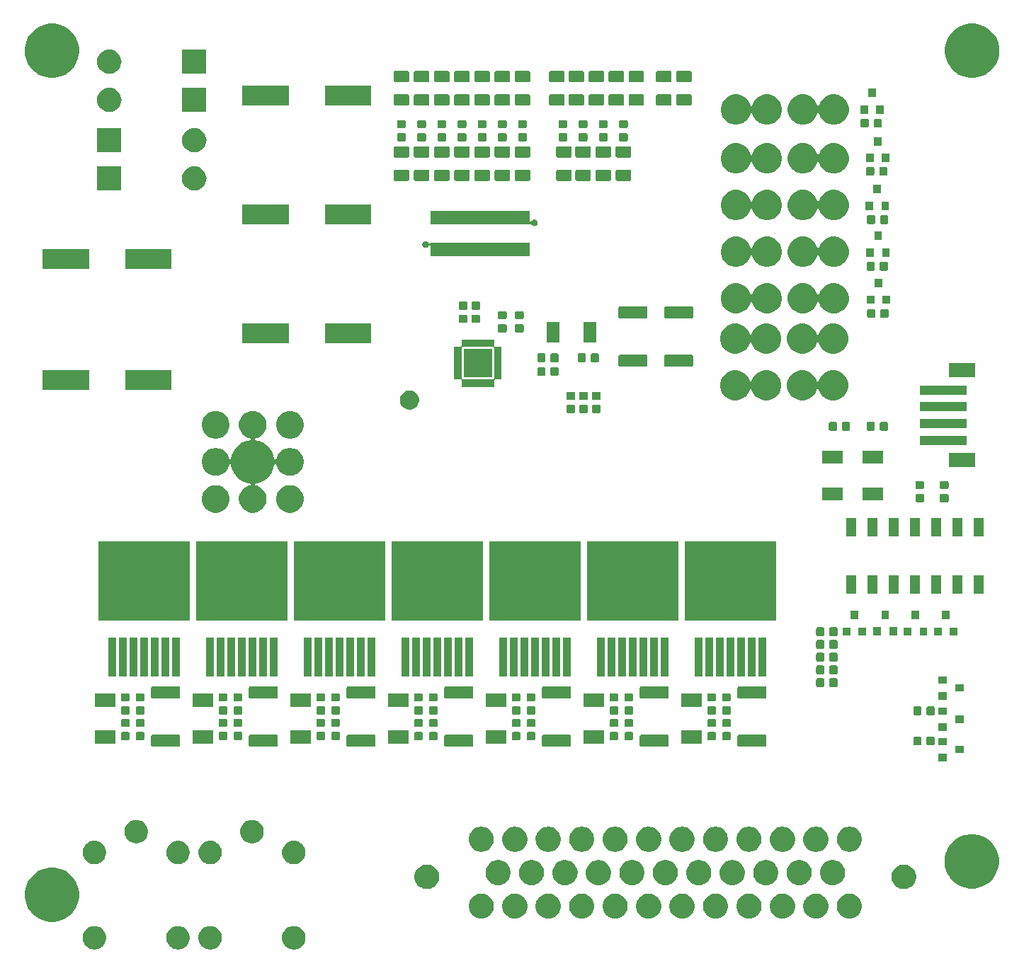
<source format=gts>
G04 #@! TF.GenerationSoftware,KiCad,Pcbnew,(5.1.4)-1*
G04 #@! TF.CreationDate,2020-03-09T10:16:09+01:00*
G04 #@! TF.ProjectId,AR20_PDM_v1,41523230-5f50-4444-9d5f-76312e6b6963,rev?*
G04 #@! TF.SameCoordinates,Original*
G04 #@! TF.FileFunction,Soldermask,Top*
G04 #@! TF.FilePolarity,Negative*
%FSLAX46Y46*%
G04 Gerber Fmt 4.6, Leading zero omitted, Abs format (unit mm)*
G04 Created by KiCad (PCBNEW (5.1.4)-1) date 2020-03-09 10:16:09*
%MOMM*%
%LPD*%
G04 APERTURE LIST*
%ADD10C,0.100000*%
G04 APERTURE END LIST*
D10*
G36*
X43244433Y-145105893D02*
G01*
X43334657Y-145123839D01*
X43440267Y-145167585D01*
X43589621Y-145229449D01*
X43589622Y-145229450D01*
X43819086Y-145382772D01*
X44014228Y-145577914D01*
X44116675Y-145731237D01*
X44167551Y-145807379D01*
X44273161Y-146062344D01*
X44327000Y-146333012D01*
X44327000Y-146608988D01*
X44273161Y-146879656D01*
X44167551Y-147134621D01*
X44167550Y-147134622D01*
X44014228Y-147364086D01*
X43819086Y-147559228D01*
X43665763Y-147661675D01*
X43589621Y-147712551D01*
X43440267Y-147774415D01*
X43334657Y-147818161D01*
X43244433Y-147836107D01*
X43063988Y-147872000D01*
X42788012Y-147872000D01*
X42607567Y-147836107D01*
X42517343Y-147818161D01*
X42411733Y-147774415D01*
X42262379Y-147712551D01*
X42186237Y-147661675D01*
X42032914Y-147559228D01*
X41837772Y-147364086D01*
X41684450Y-147134622D01*
X41684449Y-147134621D01*
X41578839Y-146879656D01*
X41525000Y-146608988D01*
X41525000Y-146333012D01*
X41578839Y-146062344D01*
X41684449Y-145807379D01*
X41735325Y-145731237D01*
X41837772Y-145577914D01*
X42032914Y-145382772D01*
X42262378Y-145229450D01*
X42262379Y-145229449D01*
X42411733Y-145167585D01*
X42517343Y-145123839D01*
X42607567Y-145105893D01*
X42788012Y-145070000D01*
X43063988Y-145070000D01*
X43244433Y-145105893D01*
X43244433Y-145105893D01*
G37*
G36*
X53244433Y-145105893D02*
G01*
X53334657Y-145123839D01*
X53440267Y-145167585D01*
X53589621Y-145229449D01*
X53589622Y-145229450D01*
X53819086Y-145382772D01*
X54014228Y-145577914D01*
X54116675Y-145731237D01*
X54167551Y-145807379D01*
X54273161Y-146062344D01*
X54327000Y-146333012D01*
X54327000Y-146608988D01*
X54273161Y-146879656D01*
X54167551Y-147134621D01*
X54167550Y-147134622D01*
X54014228Y-147364086D01*
X53819086Y-147559228D01*
X53665763Y-147661675D01*
X53589621Y-147712551D01*
X53440267Y-147774415D01*
X53334657Y-147818161D01*
X53244433Y-147836107D01*
X53063988Y-147872000D01*
X52788012Y-147872000D01*
X52607567Y-147836107D01*
X52517343Y-147818161D01*
X52411733Y-147774415D01*
X52262379Y-147712551D01*
X52186237Y-147661675D01*
X52032914Y-147559228D01*
X51837772Y-147364086D01*
X51684450Y-147134622D01*
X51684449Y-147134621D01*
X51578839Y-146879656D01*
X51525000Y-146608988D01*
X51525000Y-146333012D01*
X51578839Y-146062344D01*
X51684449Y-145807379D01*
X51735325Y-145731237D01*
X51837772Y-145577914D01*
X52032914Y-145382772D01*
X52262378Y-145229450D01*
X52262379Y-145229449D01*
X52411733Y-145167585D01*
X52517343Y-145123839D01*
X52607567Y-145105893D01*
X52788012Y-145070000D01*
X53063988Y-145070000D01*
X53244433Y-145105893D01*
X53244433Y-145105893D01*
G37*
G36*
X67087433Y-145105893D02*
G01*
X67177657Y-145123839D01*
X67283267Y-145167585D01*
X67432621Y-145229449D01*
X67432622Y-145229450D01*
X67662086Y-145382772D01*
X67857228Y-145577914D01*
X67959675Y-145731237D01*
X68010551Y-145807379D01*
X68116161Y-146062344D01*
X68170000Y-146333012D01*
X68170000Y-146608988D01*
X68116161Y-146879656D01*
X68010551Y-147134621D01*
X68010550Y-147134622D01*
X67857228Y-147364086D01*
X67662086Y-147559228D01*
X67508763Y-147661675D01*
X67432621Y-147712551D01*
X67283267Y-147774415D01*
X67177657Y-147818161D01*
X67087433Y-147836107D01*
X66906988Y-147872000D01*
X66631012Y-147872000D01*
X66450567Y-147836107D01*
X66360343Y-147818161D01*
X66254733Y-147774415D01*
X66105379Y-147712551D01*
X66029237Y-147661675D01*
X65875914Y-147559228D01*
X65680772Y-147364086D01*
X65527450Y-147134622D01*
X65527449Y-147134621D01*
X65421839Y-146879656D01*
X65368000Y-146608988D01*
X65368000Y-146333012D01*
X65421839Y-146062344D01*
X65527449Y-145807379D01*
X65578325Y-145731237D01*
X65680772Y-145577914D01*
X65875914Y-145382772D01*
X66105378Y-145229450D01*
X66105379Y-145229449D01*
X66254733Y-145167585D01*
X66360343Y-145123839D01*
X66450567Y-145105893D01*
X66631012Y-145070000D01*
X66906988Y-145070000D01*
X67087433Y-145105893D01*
X67087433Y-145105893D01*
G37*
G36*
X57087433Y-145105893D02*
G01*
X57177657Y-145123839D01*
X57283267Y-145167585D01*
X57432621Y-145229449D01*
X57432622Y-145229450D01*
X57662086Y-145382772D01*
X57857228Y-145577914D01*
X57959675Y-145731237D01*
X58010551Y-145807379D01*
X58116161Y-146062344D01*
X58170000Y-146333012D01*
X58170000Y-146608988D01*
X58116161Y-146879656D01*
X58010551Y-147134621D01*
X58010550Y-147134622D01*
X57857228Y-147364086D01*
X57662086Y-147559228D01*
X57508763Y-147661675D01*
X57432621Y-147712551D01*
X57283267Y-147774415D01*
X57177657Y-147818161D01*
X57087433Y-147836107D01*
X56906988Y-147872000D01*
X56631012Y-147872000D01*
X56450567Y-147836107D01*
X56360343Y-147818161D01*
X56254733Y-147774415D01*
X56105379Y-147712551D01*
X56029237Y-147661675D01*
X55875914Y-147559228D01*
X55680772Y-147364086D01*
X55527450Y-147134622D01*
X55527449Y-147134621D01*
X55421839Y-146879656D01*
X55368000Y-146608988D01*
X55368000Y-146333012D01*
X55421839Y-146062344D01*
X55527449Y-145807379D01*
X55578325Y-145731237D01*
X55680772Y-145577914D01*
X55875914Y-145382772D01*
X56105378Y-145229450D01*
X56105379Y-145229449D01*
X56254733Y-145167585D01*
X56360343Y-145123839D01*
X56450567Y-145105893D01*
X56631012Y-145070000D01*
X56906988Y-145070000D01*
X57087433Y-145105893D01*
X57087433Y-145105893D01*
G37*
G36*
X38491239Y-138147467D02*
G01*
X38805282Y-138209934D01*
X39396926Y-138455001D01*
X39929392Y-138810784D01*
X40382216Y-139263608D01*
X40737999Y-139796074D01*
X40983066Y-140387718D01*
X41025944Y-140603279D01*
X41108000Y-141015803D01*
X41108000Y-141656197D01*
X41045533Y-141970239D01*
X40983066Y-142284282D01*
X40737999Y-142875926D01*
X40382216Y-143408392D01*
X39929392Y-143861216D01*
X39396926Y-144216999D01*
X38805282Y-144462066D01*
X38491239Y-144524533D01*
X38177197Y-144587000D01*
X37536803Y-144587000D01*
X37222761Y-144524533D01*
X36908718Y-144462066D01*
X36317074Y-144216999D01*
X35784608Y-143861216D01*
X35331784Y-143408392D01*
X34976001Y-142875926D01*
X34730934Y-142284282D01*
X34668467Y-141970239D01*
X34606000Y-141656197D01*
X34606000Y-141015803D01*
X34688056Y-140603279D01*
X34730934Y-140387718D01*
X34976001Y-139796074D01*
X35331784Y-139263608D01*
X35784608Y-138810784D01*
X36317074Y-138455001D01*
X36908718Y-138209934D01*
X37222761Y-138147467D01*
X37536803Y-138085000D01*
X38177197Y-138085000D01*
X38491239Y-138147467D01*
X38491239Y-138147467D01*
G37*
G36*
X101478831Y-141211841D02*
G01*
X101623826Y-141240682D01*
X101736974Y-141287550D01*
X101896989Y-141353830D01*
X102019076Y-141435406D01*
X102142832Y-141518097D01*
X102351903Y-141727168D01*
X102391881Y-141787000D01*
X102516170Y-141973011D01*
X102629318Y-142246175D01*
X102687000Y-142536163D01*
X102687000Y-142831837D01*
X102629318Y-143121825D01*
X102516170Y-143394989D01*
X102516169Y-143394990D01*
X102351903Y-143640832D01*
X102142832Y-143849903D01*
X102125899Y-143861217D01*
X101896989Y-144014170D01*
X101736974Y-144080450D01*
X101623826Y-144127318D01*
X101478831Y-144156159D01*
X101333837Y-144185000D01*
X101038163Y-144185000D01*
X100893169Y-144156159D01*
X100748174Y-144127318D01*
X100635026Y-144080450D01*
X100475011Y-144014170D01*
X100246101Y-143861217D01*
X100229168Y-143849903D01*
X100020097Y-143640832D01*
X99855831Y-143394990D01*
X99855830Y-143394989D01*
X99742682Y-143121825D01*
X99685000Y-142831837D01*
X99685000Y-142536163D01*
X99742682Y-142246175D01*
X99855830Y-141973011D01*
X99980119Y-141787000D01*
X100020097Y-141727168D01*
X100229168Y-141518097D01*
X100352924Y-141435406D01*
X100475011Y-141353830D01*
X100635026Y-141287550D01*
X100748174Y-141240682D01*
X100893169Y-141211841D01*
X101038163Y-141183000D01*
X101333837Y-141183000D01*
X101478831Y-141211841D01*
X101478831Y-141211841D01*
G37*
G36*
X89478831Y-141211841D02*
G01*
X89623826Y-141240682D01*
X89736974Y-141287550D01*
X89896989Y-141353830D01*
X90019076Y-141435406D01*
X90142832Y-141518097D01*
X90351903Y-141727168D01*
X90391881Y-141787000D01*
X90516170Y-141973011D01*
X90629318Y-142246175D01*
X90687000Y-142536163D01*
X90687000Y-142831837D01*
X90629318Y-143121825D01*
X90516170Y-143394989D01*
X90516169Y-143394990D01*
X90351903Y-143640832D01*
X90142832Y-143849903D01*
X90125899Y-143861217D01*
X89896989Y-144014170D01*
X89736974Y-144080450D01*
X89623826Y-144127318D01*
X89478831Y-144156159D01*
X89333837Y-144185000D01*
X89038163Y-144185000D01*
X88893169Y-144156159D01*
X88748174Y-144127318D01*
X88635026Y-144080450D01*
X88475011Y-144014170D01*
X88246101Y-143861217D01*
X88229168Y-143849903D01*
X88020097Y-143640832D01*
X87855831Y-143394990D01*
X87855830Y-143394989D01*
X87742682Y-143121825D01*
X87685000Y-142831837D01*
X87685000Y-142536163D01*
X87742682Y-142246175D01*
X87855830Y-141973011D01*
X87980119Y-141787000D01*
X88020097Y-141727168D01*
X88229168Y-141518097D01*
X88352924Y-141435406D01*
X88475011Y-141353830D01*
X88635026Y-141287550D01*
X88748174Y-141240682D01*
X88893169Y-141211841D01*
X89038163Y-141183000D01*
X89333837Y-141183000D01*
X89478831Y-141211841D01*
X89478831Y-141211841D01*
G37*
G36*
X93478831Y-141211841D02*
G01*
X93623826Y-141240682D01*
X93736974Y-141287550D01*
X93896989Y-141353830D01*
X94019076Y-141435406D01*
X94142832Y-141518097D01*
X94351903Y-141727168D01*
X94391881Y-141787000D01*
X94516170Y-141973011D01*
X94629318Y-142246175D01*
X94687000Y-142536163D01*
X94687000Y-142831837D01*
X94629318Y-143121825D01*
X94516170Y-143394989D01*
X94516169Y-143394990D01*
X94351903Y-143640832D01*
X94142832Y-143849903D01*
X94125899Y-143861217D01*
X93896989Y-144014170D01*
X93736974Y-144080450D01*
X93623826Y-144127318D01*
X93478831Y-144156159D01*
X93333837Y-144185000D01*
X93038163Y-144185000D01*
X92893169Y-144156159D01*
X92748174Y-144127318D01*
X92635026Y-144080450D01*
X92475011Y-144014170D01*
X92246101Y-143861217D01*
X92229168Y-143849903D01*
X92020097Y-143640832D01*
X91855831Y-143394990D01*
X91855830Y-143394989D01*
X91742682Y-143121825D01*
X91685000Y-142831837D01*
X91685000Y-142536163D01*
X91742682Y-142246175D01*
X91855830Y-141973011D01*
X91980119Y-141787000D01*
X92020097Y-141727168D01*
X92229168Y-141518097D01*
X92352924Y-141435406D01*
X92475011Y-141353830D01*
X92635026Y-141287550D01*
X92748174Y-141240682D01*
X92893169Y-141211841D01*
X93038163Y-141183000D01*
X93333837Y-141183000D01*
X93478831Y-141211841D01*
X93478831Y-141211841D01*
G37*
G36*
X97478831Y-141211841D02*
G01*
X97623826Y-141240682D01*
X97736974Y-141287550D01*
X97896989Y-141353830D01*
X98019076Y-141435406D01*
X98142832Y-141518097D01*
X98351903Y-141727168D01*
X98391881Y-141787000D01*
X98516170Y-141973011D01*
X98629318Y-142246175D01*
X98687000Y-142536163D01*
X98687000Y-142831837D01*
X98629318Y-143121825D01*
X98516170Y-143394989D01*
X98516169Y-143394990D01*
X98351903Y-143640832D01*
X98142832Y-143849903D01*
X98125899Y-143861217D01*
X97896989Y-144014170D01*
X97736974Y-144080450D01*
X97623826Y-144127318D01*
X97478831Y-144156159D01*
X97333837Y-144185000D01*
X97038163Y-144185000D01*
X96893169Y-144156159D01*
X96748174Y-144127318D01*
X96635026Y-144080450D01*
X96475011Y-144014170D01*
X96246101Y-143861217D01*
X96229168Y-143849903D01*
X96020097Y-143640832D01*
X95855831Y-143394990D01*
X95855830Y-143394989D01*
X95742682Y-143121825D01*
X95685000Y-142831837D01*
X95685000Y-142536163D01*
X95742682Y-142246175D01*
X95855830Y-141973011D01*
X95980119Y-141787000D01*
X96020097Y-141727168D01*
X96229168Y-141518097D01*
X96352924Y-141435406D01*
X96475011Y-141353830D01*
X96635026Y-141287550D01*
X96748174Y-141240682D01*
X96893169Y-141211841D01*
X97038163Y-141183000D01*
X97333837Y-141183000D01*
X97478831Y-141211841D01*
X97478831Y-141211841D01*
G37*
G36*
X113478831Y-141211841D02*
G01*
X113623826Y-141240682D01*
X113736974Y-141287550D01*
X113896989Y-141353830D01*
X114019076Y-141435406D01*
X114142832Y-141518097D01*
X114351903Y-141727168D01*
X114391881Y-141787000D01*
X114516170Y-141973011D01*
X114629318Y-142246175D01*
X114687000Y-142536163D01*
X114687000Y-142831837D01*
X114629318Y-143121825D01*
X114516170Y-143394989D01*
X114516169Y-143394990D01*
X114351903Y-143640832D01*
X114142832Y-143849903D01*
X114125899Y-143861217D01*
X113896989Y-144014170D01*
X113736974Y-144080450D01*
X113623826Y-144127318D01*
X113478831Y-144156159D01*
X113333837Y-144185000D01*
X113038163Y-144185000D01*
X112893169Y-144156159D01*
X112748174Y-144127318D01*
X112635026Y-144080450D01*
X112475011Y-144014170D01*
X112246101Y-143861217D01*
X112229168Y-143849903D01*
X112020097Y-143640832D01*
X111855831Y-143394990D01*
X111855830Y-143394989D01*
X111742682Y-143121825D01*
X111685000Y-142831837D01*
X111685000Y-142536163D01*
X111742682Y-142246175D01*
X111855830Y-141973011D01*
X111980119Y-141787000D01*
X112020097Y-141727168D01*
X112229168Y-141518097D01*
X112352924Y-141435406D01*
X112475011Y-141353830D01*
X112635026Y-141287550D01*
X112748174Y-141240682D01*
X112893169Y-141211841D01*
X113038163Y-141183000D01*
X113333837Y-141183000D01*
X113478831Y-141211841D01*
X113478831Y-141211841D01*
G37*
G36*
X105478831Y-141211841D02*
G01*
X105623826Y-141240682D01*
X105736974Y-141287550D01*
X105896989Y-141353830D01*
X106019076Y-141435406D01*
X106142832Y-141518097D01*
X106351903Y-141727168D01*
X106391881Y-141787000D01*
X106516170Y-141973011D01*
X106629318Y-142246175D01*
X106687000Y-142536163D01*
X106687000Y-142831837D01*
X106629318Y-143121825D01*
X106516170Y-143394989D01*
X106516169Y-143394990D01*
X106351903Y-143640832D01*
X106142832Y-143849903D01*
X106125899Y-143861217D01*
X105896989Y-144014170D01*
X105736974Y-144080450D01*
X105623826Y-144127318D01*
X105478831Y-144156159D01*
X105333837Y-144185000D01*
X105038163Y-144185000D01*
X104893169Y-144156159D01*
X104748174Y-144127318D01*
X104635026Y-144080450D01*
X104475011Y-144014170D01*
X104246101Y-143861217D01*
X104229168Y-143849903D01*
X104020097Y-143640832D01*
X103855831Y-143394990D01*
X103855830Y-143394989D01*
X103742682Y-143121825D01*
X103685000Y-142831837D01*
X103685000Y-142536163D01*
X103742682Y-142246175D01*
X103855830Y-141973011D01*
X103980119Y-141787000D01*
X104020097Y-141727168D01*
X104229168Y-141518097D01*
X104352924Y-141435406D01*
X104475011Y-141353830D01*
X104635026Y-141287550D01*
X104748174Y-141240682D01*
X104893169Y-141211841D01*
X105038163Y-141183000D01*
X105333837Y-141183000D01*
X105478831Y-141211841D01*
X105478831Y-141211841D01*
G37*
G36*
X109478831Y-141211841D02*
G01*
X109623826Y-141240682D01*
X109736974Y-141287550D01*
X109896989Y-141353830D01*
X110019076Y-141435406D01*
X110142832Y-141518097D01*
X110351903Y-141727168D01*
X110391881Y-141787000D01*
X110516170Y-141973011D01*
X110629318Y-142246175D01*
X110687000Y-142536163D01*
X110687000Y-142831837D01*
X110629318Y-143121825D01*
X110516170Y-143394989D01*
X110516169Y-143394990D01*
X110351903Y-143640832D01*
X110142832Y-143849903D01*
X110125899Y-143861217D01*
X109896989Y-144014170D01*
X109736974Y-144080450D01*
X109623826Y-144127318D01*
X109478831Y-144156159D01*
X109333837Y-144185000D01*
X109038163Y-144185000D01*
X108893169Y-144156159D01*
X108748174Y-144127318D01*
X108635026Y-144080450D01*
X108475011Y-144014170D01*
X108246101Y-143861217D01*
X108229168Y-143849903D01*
X108020097Y-143640832D01*
X107855831Y-143394990D01*
X107855830Y-143394989D01*
X107742682Y-143121825D01*
X107685000Y-142831837D01*
X107685000Y-142536163D01*
X107742682Y-142246175D01*
X107855830Y-141973011D01*
X107980119Y-141787000D01*
X108020097Y-141727168D01*
X108229168Y-141518097D01*
X108352924Y-141435406D01*
X108475011Y-141353830D01*
X108635026Y-141287550D01*
X108748174Y-141240682D01*
X108893169Y-141211841D01*
X109038163Y-141183000D01*
X109333837Y-141183000D01*
X109478831Y-141211841D01*
X109478831Y-141211841D01*
G37*
G36*
X117478831Y-141211841D02*
G01*
X117623826Y-141240682D01*
X117736974Y-141287550D01*
X117896989Y-141353830D01*
X118019076Y-141435406D01*
X118142832Y-141518097D01*
X118351903Y-141727168D01*
X118391881Y-141787000D01*
X118516170Y-141973011D01*
X118629318Y-142246175D01*
X118687000Y-142536163D01*
X118687000Y-142831837D01*
X118629318Y-143121825D01*
X118516170Y-143394989D01*
X118516169Y-143394990D01*
X118351903Y-143640832D01*
X118142832Y-143849903D01*
X118125899Y-143861217D01*
X117896989Y-144014170D01*
X117736974Y-144080450D01*
X117623826Y-144127318D01*
X117478831Y-144156159D01*
X117333837Y-144185000D01*
X117038163Y-144185000D01*
X116893169Y-144156159D01*
X116748174Y-144127318D01*
X116635026Y-144080450D01*
X116475011Y-144014170D01*
X116246101Y-143861217D01*
X116229168Y-143849903D01*
X116020097Y-143640832D01*
X115855831Y-143394990D01*
X115855830Y-143394989D01*
X115742682Y-143121825D01*
X115685000Y-142831837D01*
X115685000Y-142536163D01*
X115742682Y-142246175D01*
X115855830Y-141973011D01*
X115980119Y-141787000D01*
X116020097Y-141727168D01*
X116229168Y-141518097D01*
X116352924Y-141435406D01*
X116475011Y-141353830D01*
X116635026Y-141287550D01*
X116748174Y-141240682D01*
X116893169Y-141211841D01*
X117038163Y-141183000D01*
X117333837Y-141183000D01*
X117478831Y-141211841D01*
X117478831Y-141211841D01*
G37*
G36*
X121478831Y-141211841D02*
G01*
X121623826Y-141240682D01*
X121736974Y-141287550D01*
X121896989Y-141353830D01*
X122019076Y-141435406D01*
X122142832Y-141518097D01*
X122351903Y-141727168D01*
X122391881Y-141787000D01*
X122516170Y-141973011D01*
X122629318Y-142246175D01*
X122687000Y-142536163D01*
X122687000Y-142831837D01*
X122629318Y-143121825D01*
X122516170Y-143394989D01*
X122516169Y-143394990D01*
X122351903Y-143640832D01*
X122142832Y-143849903D01*
X122125899Y-143861217D01*
X121896989Y-144014170D01*
X121736974Y-144080450D01*
X121623826Y-144127318D01*
X121478831Y-144156159D01*
X121333837Y-144185000D01*
X121038163Y-144185000D01*
X120893169Y-144156159D01*
X120748174Y-144127318D01*
X120635026Y-144080450D01*
X120475011Y-144014170D01*
X120246101Y-143861217D01*
X120229168Y-143849903D01*
X120020097Y-143640832D01*
X119855831Y-143394990D01*
X119855830Y-143394989D01*
X119742682Y-143121825D01*
X119685000Y-142831837D01*
X119685000Y-142536163D01*
X119742682Y-142246175D01*
X119855830Y-141973011D01*
X119980119Y-141787000D01*
X120020097Y-141727168D01*
X120229168Y-141518097D01*
X120352924Y-141435406D01*
X120475011Y-141353830D01*
X120635026Y-141287550D01*
X120748174Y-141240682D01*
X120893169Y-141211841D01*
X121038163Y-141183000D01*
X121333837Y-141183000D01*
X121478831Y-141211841D01*
X121478831Y-141211841D01*
G37*
G36*
X129478831Y-141211841D02*
G01*
X129623826Y-141240682D01*
X129736974Y-141287550D01*
X129896989Y-141353830D01*
X130019076Y-141435406D01*
X130142832Y-141518097D01*
X130351903Y-141727168D01*
X130391881Y-141787000D01*
X130516170Y-141973011D01*
X130629318Y-142246175D01*
X130687000Y-142536163D01*
X130687000Y-142831837D01*
X130629318Y-143121825D01*
X130516170Y-143394989D01*
X130516169Y-143394990D01*
X130351903Y-143640832D01*
X130142832Y-143849903D01*
X130125899Y-143861217D01*
X129896989Y-144014170D01*
X129736974Y-144080450D01*
X129623826Y-144127318D01*
X129478831Y-144156159D01*
X129333837Y-144185000D01*
X129038163Y-144185000D01*
X128893169Y-144156159D01*
X128748174Y-144127318D01*
X128635026Y-144080450D01*
X128475011Y-144014170D01*
X128246101Y-143861217D01*
X128229168Y-143849903D01*
X128020097Y-143640832D01*
X127855831Y-143394990D01*
X127855830Y-143394989D01*
X127742682Y-143121825D01*
X127685000Y-142831837D01*
X127685000Y-142536163D01*
X127742682Y-142246175D01*
X127855830Y-141973011D01*
X127980119Y-141787000D01*
X128020097Y-141727168D01*
X128229168Y-141518097D01*
X128352924Y-141435406D01*
X128475011Y-141353830D01*
X128635026Y-141287550D01*
X128748174Y-141240682D01*
X128893169Y-141211841D01*
X129038163Y-141183000D01*
X129333837Y-141183000D01*
X129478831Y-141211841D01*
X129478831Y-141211841D01*
G37*
G36*
X133478831Y-141211841D02*
G01*
X133623826Y-141240682D01*
X133736974Y-141287550D01*
X133896989Y-141353830D01*
X134019076Y-141435406D01*
X134142832Y-141518097D01*
X134351903Y-141727168D01*
X134391881Y-141787000D01*
X134516170Y-141973011D01*
X134629318Y-142246175D01*
X134687000Y-142536163D01*
X134687000Y-142831837D01*
X134629318Y-143121825D01*
X134516170Y-143394989D01*
X134516169Y-143394990D01*
X134351903Y-143640832D01*
X134142832Y-143849903D01*
X134125899Y-143861217D01*
X133896989Y-144014170D01*
X133736974Y-144080450D01*
X133623826Y-144127318D01*
X133478831Y-144156159D01*
X133333837Y-144185000D01*
X133038163Y-144185000D01*
X132893169Y-144156159D01*
X132748174Y-144127318D01*
X132635026Y-144080450D01*
X132475011Y-144014170D01*
X132246101Y-143861217D01*
X132229168Y-143849903D01*
X132020097Y-143640832D01*
X131855831Y-143394990D01*
X131855830Y-143394989D01*
X131742682Y-143121825D01*
X131685000Y-142831837D01*
X131685000Y-142536163D01*
X131742682Y-142246175D01*
X131855830Y-141973011D01*
X131980119Y-141787000D01*
X132020097Y-141727168D01*
X132229168Y-141518097D01*
X132352924Y-141435406D01*
X132475011Y-141353830D01*
X132635026Y-141287550D01*
X132748174Y-141240682D01*
X132893169Y-141211841D01*
X133038163Y-141183000D01*
X133333837Y-141183000D01*
X133478831Y-141211841D01*
X133478831Y-141211841D01*
G37*
G36*
X125478831Y-141211841D02*
G01*
X125623826Y-141240682D01*
X125736974Y-141287550D01*
X125896989Y-141353830D01*
X126019076Y-141435406D01*
X126142832Y-141518097D01*
X126351903Y-141727168D01*
X126391881Y-141787000D01*
X126516170Y-141973011D01*
X126629318Y-142246175D01*
X126687000Y-142536163D01*
X126687000Y-142831837D01*
X126629318Y-143121825D01*
X126516170Y-143394989D01*
X126516169Y-143394990D01*
X126351903Y-143640832D01*
X126142832Y-143849903D01*
X126125899Y-143861217D01*
X125896989Y-144014170D01*
X125736974Y-144080450D01*
X125623826Y-144127318D01*
X125478831Y-144156159D01*
X125333837Y-144185000D01*
X125038163Y-144185000D01*
X124893169Y-144156159D01*
X124748174Y-144127318D01*
X124635026Y-144080450D01*
X124475011Y-144014170D01*
X124246101Y-143861217D01*
X124229168Y-143849903D01*
X124020097Y-143640832D01*
X123855831Y-143394990D01*
X123855830Y-143394989D01*
X123742682Y-143121825D01*
X123685000Y-142831837D01*
X123685000Y-142536163D01*
X123742682Y-142246175D01*
X123855830Y-141973011D01*
X123980119Y-141787000D01*
X124020097Y-141727168D01*
X124229168Y-141518097D01*
X124352924Y-141435406D01*
X124475011Y-141353830D01*
X124635026Y-141287550D01*
X124748174Y-141240682D01*
X124893169Y-141211841D01*
X125038163Y-141183000D01*
X125333837Y-141183000D01*
X125478831Y-141211841D01*
X125478831Y-141211841D01*
G37*
G36*
X140116532Y-137764721D02*
G01*
X140385147Y-137875985D01*
X140626895Y-138037516D01*
X140832484Y-138243105D01*
X140994015Y-138484853D01*
X141105279Y-138753468D01*
X141162000Y-139038625D01*
X141162000Y-139329375D01*
X141105279Y-139614532D01*
X140994015Y-139883147D01*
X140832484Y-140124895D01*
X140626895Y-140330484D01*
X140385147Y-140492015D01*
X140116532Y-140603279D01*
X139831375Y-140660000D01*
X139540625Y-140660000D01*
X139255468Y-140603279D01*
X138986853Y-140492015D01*
X138745105Y-140330484D01*
X138539516Y-140124895D01*
X138377985Y-139883147D01*
X138266721Y-139614532D01*
X138210000Y-139329375D01*
X138210000Y-139038625D01*
X138266721Y-138753468D01*
X138377985Y-138484853D01*
X138539516Y-138243105D01*
X138745105Y-138037516D01*
X138986853Y-137875985D01*
X139255468Y-137764721D01*
X139540625Y-137708000D01*
X139831375Y-137708000D01*
X140116532Y-137764721D01*
X140116532Y-137764721D01*
G37*
G36*
X83116532Y-137764721D02*
G01*
X83385147Y-137875985D01*
X83626895Y-138037516D01*
X83832484Y-138243105D01*
X83994015Y-138484853D01*
X84105279Y-138753468D01*
X84162000Y-139038625D01*
X84162000Y-139329375D01*
X84105279Y-139614532D01*
X83994015Y-139883147D01*
X83832484Y-140124895D01*
X83626895Y-140330484D01*
X83385147Y-140492015D01*
X83116532Y-140603279D01*
X82831375Y-140660000D01*
X82540625Y-140660000D01*
X82255468Y-140603279D01*
X81986853Y-140492015D01*
X81745105Y-140330484D01*
X81539516Y-140124895D01*
X81377985Y-139883147D01*
X81266721Y-139614532D01*
X81210000Y-139329375D01*
X81210000Y-139038625D01*
X81266721Y-138753468D01*
X81377985Y-138484853D01*
X81539516Y-138243105D01*
X81745105Y-138037516D01*
X81986853Y-137875985D01*
X82255468Y-137764721D01*
X82540625Y-137708000D01*
X82831375Y-137708000D01*
X83116532Y-137764721D01*
X83116532Y-137764721D01*
G37*
G36*
X148462239Y-134147467D02*
G01*
X148776282Y-134209934D01*
X149367926Y-134455001D01*
X149900392Y-134810784D01*
X150353216Y-135263608D01*
X150708999Y-135796074D01*
X150848563Y-136133012D01*
X150954066Y-136387719D01*
X151079000Y-137015803D01*
X151079000Y-137656197D01*
X151035281Y-137875985D01*
X150954066Y-138284282D01*
X150708999Y-138875926D01*
X150500515Y-139187944D01*
X150353217Y-139408391D01*
X149900391Y-139861217D01*
X149802778Y-139926440D01*
X149367926Y-140216999D01*
X148776282Y-140462066D01*
X148625723Y-140492014D01*
X148148197Y-140587000D01*
X147507803Y-140587000D01*
X147030277Y-140492014D01*
X146879718Y-140462066D01*
X146288074Y-140216999D01*
X145853222Y-139926440D01*
X145755609Y-139861217D01*
X145302783Y-139408391D01*
X145155485Y-139187944D01*
X144947001Y-138875926D01*
X144701934Y-138284282D01*
X144620719Y-137875985D01*
X144577000Y-137656197D01*
X144577000Y-137015803D01*
X144701934Y-136387719D01*
X144807437Y-136133012D01*
X144947001Y-135796074D01*
X145302784Y-135263608D01*
X145755608Y-134810784D01*
X146288074Y-134455001D01*
X146879718Y-134209934D01*
X147193761Y-134147467D01*
X147507803Y-134085000D01*
X148148197Y-134085000D01*
X148462239Y-134147467D01*
X148462239Y-134147467D01*
G37*
G36*
X91478831Y-137211841D02*
G01*
X91623826Y-137240682D01*
X91736974Y-137287550D01*
X91896989Y-137353830D01*
X92019076Y-137435406D01*
X92142832Y-137518097D01*
X92351903Y-137727168D01*
X92391881Y-137787000D01*
X92516170Y-137973011D01*
X92562557Y-138085000D01*
X92628047Y-138243105D01*
X92629318Y-138246175D01*
X92687000Y-138536163D01*
X92687000Y-138831837D01*
X92678230Y-138875926D01*
X92629318Y-139121826D01*
X92611597Y-139164608D01*
X92516170Y-139394989D01*
X92516169Y-139394990D01*
X92351903Y-139640832D01*
X92142832Y-139849903D01*
X92093077Y-139883148D01*
X91896989Y-140014170D01*
X91837973Y-140038615D01*
X91623826Y-140127318D01*
X91478831Y-140156159D01*
X91333837Y-140185000D01*
X91038163Y-140185000D01*
X90893169Y-140156159D01*
X90748174Y-140127318D01*
X90534027Y-140038615D01*
X90475011Y-140014170D01*
X90278923Y-139883148D01*
X90229168Y-139849903D01*
X90020097Y-139640832D01*
X89855831Y-139394990D01*
X89855830Y-139394989D01*
X89760403Y-139164608D01*
X89742682Y-139121826D01*
X89693770Y-138875926D01*
X89685000Y-138831837D01*
X89685000Y-138536163D01*
X89742682Y-138246175D01*
X89743954Y-138243105D01*
X89809443Y-138085000D01*
X89855830Y-137973011D01*
X89980119Y-137787000D01*
X90020097Y-137727168D01*
X90229168Y-137518097D01*
X90352924Y-137435406D01*
X90475011Y-137353830D01*
X90635026Y-137287550D01*
X90748174Y-137240682D01*
X90893169Y-137211841D01*
X91038163Y-137183000D01*
X91333837Y-137183000D01*
X91478831Y-137211841D01*
X91478831Y-137211841D01*
G37*
G36*
X95478831Y-137211841D02*
G01*
X95623826Y-137240682D01*
X95736974Y-137287550D01*
X95896989Y-137353830D01*
X96019076Y-137435406D01*
X96142832Y-137518097D01*
X96351903Y-137727168D01*
X96391881Y-137787000D01*
X96516170Y-137973011D01*
X96562557Y-138085000D01*
X96628047Y-138243105D01*
X96629318Y-138246175D01*
X96687000Y-138536163D01*
X96687000Y-138831837D01*
X96678230Y-138875926D01*
X96629318Y-139121826D01*
X96611597Y-139164608D01*
X96516170Y-139394989D01*
X96516169Y-139394990D01*
X96351903Y-139640832D01*
X96142832Y-139849903D01*
X96093077Y-139883148D01*
X95896989Y-140014170D01*
X95837973Y-140038615D01*
X95623826Y-140127318D01*
X95478831Y-140156159D01*
X95333837Y-140185000D01*
X95038163Y-140185000D01*
X94893169Y-140156159D01*
X94748174Y-140127318D01*
X94534027Y-140038615D01*
X94475011Y-140014170D01*
X94278923Y-139883148D01*
X94229168Y-139849903D01*
X94020097Y-139640832D01*
X93855831Y-139394990D01*
X93855830Y-139394989D01*
X93760403Y-139164608D01*
X93742682Y-139121826D01*
X93693770Y-138875926D01*
X93685000Y-138831837D01*
X93685000Y-138536163D01*
X93742682Y-138246175D01*
X93743954Y-138243105D01*
X93809443Y-138085000D01*
X93855830Y-137973011D01*
X93980119Y-137787000D01*
X94020097Y-137727168D01*
X94229168Y-137518097D01*
X94352924Y-137435406D01*
X94475011Y-137353830D01*
X94635026Y-137287550D01*
X94748174Y-137240682D01*
X94893169Y-137211841D01*
X95038163Y-137183000D01*
X95333837Y-137183000D01*
X95478831Y-137211841D01*
X95478831Y-137211841D01*
G37*
G36*
X131478831Y-137211841D02*
G01*
X131623826Y-137240682D01*
X131736974Y-137287550D01*
X131896989Y-137353830D01*
X132019076Y-137435406D01*
X132142832Y-137518097D01*
X132351903Y-137727168D01*
X132391881Y-137787000D01*
X132516170Y-137973011D01*
X132562557Y-138085000D01*
X132628047Y-138243105D01*
X132629318Y-138246175D01*
X132687000Y-138536163D01*
X132687000Y-138831837D01*
X132678230Y-138875926D01*
X132629318Y-139121826D01*
X132611597Y-139164608D01*
X132516170Y-139394989D01*
X132516169Y-139394990D01*
X132351903Y-139640832D01*
X132142832Y-139849903D01*
X132093077Y-139883148D01*
X131896989Y-140014170D01*
X131837973Y-140038615D01*
X131623826Y-140127318D01*
X131478831Y-140156159D01*
X131333837Y-140185000D01*
X131038163Y-140185000D01*
X130893169Y-140156159D01*
X130748174Y-140127318D01*
X130534027Y-140038615D01*
X130475011Y-140014170D01*
X130278923Y-139883148D01*
X130229168Y-139849903D01*
X130020097Y-139640832D01*
X129855831Y-139394990D01*
X129855830Y-139394989D01*
X129760403Y-139164608D01*
X129742682Y-139121826D01*
X129693770Y-138875926D01*
X129685000Y-138831837D01*
X129685000Y-138536163D01*
X129742682Y-138246175D01*
X129743954Y-138243105D01*
X129809443Y-138085000D01*
X129855830Y-137973011D01*
X129980119Y-137787000D01*
X130020097Y-137727168D01*
X130229168Y-137518097D01*
X130352924Y-137435406D01*
X130475011Y-137353830D01*
X130635026Y-137287550D01*
X130748174Y-137240682D01*
X130893169Y-137211841D01*
X131038163Y-137183000D01*
X131333837Y-137183000D01*
X131478831Y-137211841D01*
X131478831Y-137211841D01*
G37*
G36*
X127478831Y-137211841D02*
G01*
X127623826Y-137240682D01*
X127736974Y-137287550D01*
X127896989Y-137353830D01*
X128019076Y-137435406D01*
X128142832Y-137518097D01*
X128351903Y-137727168D01*
X128391881Y-137787000D01*
X128516170Y-137973011D01*
X128562557Y-138085000D01*
X128628047Y-138243105D01*
X128629318Y-138246175D01*
X128687000Y-138536163D01*
X128687000Y-138831837D01*
X128678230Y-138875926D01*
X128629318Y-139121826D01*
X128611597Y-139164608D01*
X128516170Y-139394989D01*
X128516169Y-139394990D01*
X128351903Y-139640832D01*
X128142832Y-139849903D01*
X128093077Y-139883148D01*
X127896989Y-140014170D01*
X127837973Y-140038615D01*
X127623826Y-140127318D01*
X127478831Y-140156159D01*
X127333837Y-140185000D01*
X127038163Y-140185000D01*
X126893169Y-140156159D01*
X126748174Y-140127318D01*
X126534027Y-140038615D01*
X126475011Y-140014170D01*
X126278923Y-139883148D01*
X126229168Y-139849903D01*
X126020097Y-139640832D01*
X125855831Y-139394990D01*
X125855830Y-139394989D01*
X125760403Y-139164608D01*
X125742682Y-139121826D01*
X125693770Y-138875926D01*
X125685000Y-138831837D01*
X125685000Y-138536163D01*
X125742682Y-138246175D01*
X125743954Y-138243105D01*
X125809443Y-138085000D01*
X125855830Y-137973011D01*
X125980119Y-137787000D01*
X126020097Y-137727168D01*
X126229168Y-137518097D01*
X126352924Y-137435406D01*
X126475011Y-137353830D01*
X126635026Y-137287550D01*
X126748174Y-137240682D01*
X126893169Y-137211841D01*
X127038163Y-137183000D01*
X127333837Y-137183000D01*
X127478831Y-137211841D01*
X127478831Y-137211841D01*
G37*
G36*
X119478831Y-137211841D02*
G01*
X119623826Y-137240682D01*
X119736974Y-137287550D01*
X119896989Y-137353830D01*
X120019076Y-137435406D01*
X120142832Y-137518097D01*
X120351903Y-137727168D01*
X120391881Y-137787000D01*
X120516170Y-137973011D01*
X120562557Y-138085000D01*
X120628047Y-138243105D01*
X120629318Y-138246175D01*
X120687000Y-138536163D01*
X120687000Y-138831837D01*
X120678230Y-138875926D01*
X120629318Y-139121826D01*
X120611597Y-139164608D01*
X120516170Y-139394989D01*
X120516169Y-139394990D01*
X120351903Y-139640832D01*
X120142832Y-139849903D01*
X120093077Y-139883148D01*
X119896989Y-140014170D01*
X119837973Y-140038615D01*
X119623826Y-140127318D01*
X119478831Y-140156159D01*
X119333837Y-140185000D01*
X119038163Y-140185000D01*
X118893169Y-140156159D01*
X118748174Y-140127318D01*
X118534027Y-140038615D01*
X118475011Y-140014170D01*
X118278923Y-139883148D01*
X118229168Y-139849903D01*
X118020097Y-139640832D01*
X117855831Y-139394990D01*
X117855830Y-139394989D01*
X117760403Y-139164608D01*
X117742682Y-139121826D01*
X117693770Y-138875926D01*
X117685000Y-138831837D01*
X117685000Y-138536163D01*
X117742682Y-138246175D01*
X117743954Y-138243105D01*
X117809443Y-138085000D01*
X117855830Y-137973011D01*
X117980119Y-137787000D01*
X118020097Y-137727168D01*
X118229168Y-137518097D01*
X118352924Y-137435406D01*
X118475011Y-137353830D01*
X118635026Y-137287550D01*
X118748174Y-137240682D01*
X118893169Y-137211841D01*
X119038163Y-137183000D01*
X119333837Y-137183000D01*
X119478831Y-137211841D01*
X119478831Y-137211841D01*
G37*
G36*
X115478831Y-137211841D02*
G01*
X115623826Y-137240682D01*
X115736974Y-137287550D01*
X115896989Y-137353830D01*
X116019076Y-137435406D01*
X116142832Y-137518097D01*
X116351903Y-137727168D01*
X116391881Y-137787000D01*
X116516170Y-137973011D01*
X116562557Y-138085000D01*
X116628047Y-138243105D01*
X116629318Y-138246175D01*
X116687000Y-138536163D01*
X116687000Y-138831837D01*
X116678230Y-138875926D01*
X116629318Y-139121826D01*
X116611597Y-139164608D01*
X116516170Y-139394989D01*
X116516169Y-139394990D01*
X116351903Y-139640832D01*
X116142832Y-139849903D01*
X116093077Y-139883148D01*
X115896989Y-140014170D01*
X115837973Y-140038615D01*
X115623826Y-140127318D01*
X115478831Y-140156159D01*
X115333837Y-140185000D01*
X115038163Y-140185000D01*
X114893169Y-140156159D01*
X114748174Y-140127318D01*
X114534027Y-140038615D01*
X114475011Y-140014170D01*
X114278923Y-139883148D01*
X114229168Y-139849903D01*
X114020097Y-139640832D01*
X113855831Y-139394990D01*
X113855830Y-139394989D01*
X113760403Y-139164608D01*
X113742682Y-139121826D01*
X113693770Y-138875926D01*
X113685000Y-138831837D01*
X113685000Y-138536163D01*
X113742682Y-138246175D01*
X113743954Y-138243105D01*
X113809443Y-138085000D01*
X113855830Y-137973011D01*
X113980119Y-137787000D01*
X114020097Y-137727168D01*
X114229168Y-137518097D01*
X114352924Y-137435406D01*
X114475011Y-137353830D01*
X114635026Y-137287550D01*
X114748174Y-137240682D01*
X114893169Y-137211841D01*
X115038163Y-137183000D01*
X115333837Y-137183000D01*
X115478831Y-137211841D01*
X115478831Y-137211841D01*
G37*
G36*
X111478831Y-137211841D02*
G01*
X111623826Y-137240682D01*
X111736974Y-137287550D01*
X111896989Y-137353830D01*
X112019076Y-137435406D01*
X112142832Y-137518097D01*
X112351903Y-137727168D01*
X112391881Y-137787000D01*
X112516170Y-137973011D01*
X112562557Y-138085000D01*
X112628047Y-138243105D01*
X112629318Y-138246175D01*
X112687000Y-138536163D01*
X112687000Y-138831837D01*
X112678230Y-138875926D01*
X112629318Y-139121826D01*
X112611597Y-139164608D01*
X112516170Y-139394989D01*
X112516169Y-139394990D01*
X112351903Y-139640832D01*
X112142832Y-139849903D01*
X112093077Y-139883148D01*
X111896989Y-140014170D01*
X111837973Y-140038615D01*
X111623826Y-140127318D01*
X111478831Y-140156159D01*
X111333837Y-140185000D01*
X111038163Y-140185000D01*
X110893169Y-140156159D01*
X110748174Y-140127318D01*
X110534027Y-140038615D01*
X110475011Y-140014170D01*
X110278923Y-139883148D01*
X110229168Y-139849903D01*
X110020097Y-139640832D01*
X109855831Y-139394990D01*
X109855830Y-139394989D01*
X109760403Y-139164608D01*
X109742682Y-139121826D01*
X109693770Y-138875926D01*
X109685000Y-138831837D01*
X109685000Y-138536163D01*
X109742682Y-138246175D01*
X109743954Y-138243105D01*
X109809443Y-138085000D01*
X109855830Y-137973011D01*
X109980119Y-137787000D01*
X110020097Y-137727168D01*
X110229168Y-137518097D01*
X110352924Y-137435406D01*
X110475011Y-137353830D01*
X110635026Y-137287550D01*
X110748174Y-137240682D01*
X110893169Y-137211841D01*
X111038163Y-137183000D01*
X111333837Y-137183000D01*
X111478831Y-137211841D01*
X111478831Y-137211841D01*
G37*
G36*
X107478831Y-137211841D02*
G01*
X107623826Y-137240682D01*
X107736974Y-137287550D01*
X107896989Y-137353830D01*
X108019076Y-137435406D01*
X108142832Y-137518097D01*
X108351903Y-137727168D01*
X108391881Y-137787000D01*
X108516170Y-137973011D01*
X108562557Y-138085000D01*
X108628047Y-138243105D01*
X108629318Y-138246175D01*
X108687000Y-138536163D01*
X108687000Y-138831837D01*
X108678230Y-138875926D01*
X108629318Y-139121826D01*
X108611597Y-139164608D01*
X108516170Y-139394989D01*
X108516169Y-139394990D01*
X108351903Y-139640832D01*
X108142832Y-139849903D01*
X108093077Y-139883148D01*
X107896989Y-140014170D01*
X107837973Y-140038615D01*
X107623826Y-140127318D01*
X107478831Y-140156159D01*
X107333837Y-140185000D01*
X107038163Y-140185000D01*
X106893169Y-140156159D01*
X106748174Y-140127318D01*
X106534027Y-140038615D01*
X106475011Y-140014170D01*
X106278923Y-139883148D01*
X106229168Y-139849903D01*
X106020097Y-139640832D01*
X105855831Y-139394990D01*
X105855830Y-139394989D01*
X105760403Y-139164608D01*
X105742682Y-139121826D01*
X105693770Y-138875926D01*
X105685000Y-138831837D01*
X105685000Y-138536163D01*
X105742682Y-138246175D01*
X105743954Y-138243105D01*
X105809443Y-138085000D01*
X105855830Y-137973011D01*
X105980119Y-137787000D01*
X106020097Y-137727168D01*
X106229168Y-137518097D01*
X106352924Y-137435406D01*
X106475011Y-137353830D01*
X106635026Y-137287550D01*
X106748174Y-137240682D01*
X106893169Y-137211841D01*
X107038163Y-137183000D01*
X107333837Y-137183000D01*
X107478831Y-137211841D01*
X107478831Y-137211841D01*
G37*
G36*
X103478831Y-137211841D02*
G01*
X103623826Y-137240682D01*
X103736974Y-137287550D01*
X103896989Y-137353830D01*
X104019076Y-137435406D01*
X104142832Y-137518097D01*
X104351903Y-137727168D01*
X104391881Y-137787000D01*
X104516170Y-137973011D01*
X104562557Y-138085000D01*
X104628047Y-138243105D01*
X104629318Y-138246175D01*
X104687000Y-138536163D01*
X104687000Y-138831837D01*
X104678230Y-138875926D01*
X104629318Y-139121826D01*
X104611597Y-139164608D01*
X104516170Y-139394989D01*
X104516169Y-139394990D01*
X104351903Y-139640832D01*
X104142832Y-139849903D01*
X104093077Y-139883148D01*
X103896989Y-140014170D01*
X103837973Y-140038615D01*
X103623826Y-140127318D01*
X103478831Y-140156159D01*
X103333837Y-140185000D01*
X103038163Y-140185000D01*
X102893169Y-140156159D01*
X102748174Y-140127318D01*
X102534027Y-140038615D01*
X102475011Y-140014170D01*
X102278923Y-139883148D01*
X102229168Y-139849903D01*
X102020097Y-139640832D01*
X101855831Y-139394990D01*
X101855830Y-139394989D01*
X101760403Y-139164608D01*
X101742682Y-139121826D01*
X101693770Y-138875926D01*
X101685000Y-138831837D01*
X101685000Y-138536163D01*
X101742682Y-138246175D01*
X101743954Y-138243105D01*
X101809443Y-138085000D01*
X101855830Y-137973011D01*
X101980119Y-137787000D01*
X102020097Y-137727168D01*
X102229168Y-137518097D01*
X102352924Y-137435406D01*
X102475011Y-137353830D01*
X102635026Y-137287550D01*
X102748174Y-137240682D01*
X102893169Y-137211841D01*
X103038163Y-137183000D01*
X103333837Y-137183000D01*
X103478831Y-137211841D01*
X103478831Y-137211841D01*
G37*
G36*
X99478831Y-137211841D02*
G01*
X99623826Y-137240682D01*
X99736974Y-137287550D01*
X99896989Y-137353830D01*
X100019076Y-137435406D01*
X100142832Y-137518097D01*
X100351903Y-137727168D01*
X100391881Y-137787000D01*
X100516170Y-137973011D01*
X100562557Y-138085000D01*
X100628047Y-138243105D01*
X100629318Y-138246175D01*
X100687000Y-138536163D01*
X100687000Y-138831837D01*
X100678230Y-138875926D01*
X100629318Y-139121826D01*
X100611597Y-139164608D01*
X100516170Y-139394989D01*
X100516169Y-139394990D01*
X100351903Y-139640832D01*
X100142832Y-139849903D01*
X100093077Y-139883148D01*
X99896989Y-140014170D01*
X99837973Y-140038615D01*
X99623826Y-140127318D01*
X99478831Y-140156159D01*
X99333837Y-140185000D01*
X99038163Y-140185000D01*
X98893169Y-140156159D01*
X98748174Y-140127318D01*
X98534027Y-140038615D01*
X98475011Y-140014170D01*
X98278923Y-139883148D01*
X98229168Y-139849903D01*
X98020097Y-139640832D01*
X97855831Y-139394990D01*
X97855830Y-139394989D01*
X97760403Y-139164608D01*
X97742682Y-139121826D01*
X97693770Y-138875926D01*
X97685000Y-138831837D01*
X97685000Y-138536163D01*
X97742682Y-138246175D01*
X97743954Y-138243105D01*
X97809443Y-138085000D01*
X97855830Y-137973011D01*
X97980119Y-137787000D01*
X98020097Y-137727168D01*
X98229168Y-137518097D01*
X98352924Y-137435406D01*
X98475011Y-137353830D01*
X98635026Y-137287550D01*
X98748174Y-137240682D01*
X98893169Y-137211841D01*
X99038163Y-137183000D01*
X99333837Y-137183000D01*
X99478831Y-137211841D01*
X99478831Y-137211841D01*
G37*
G36*
X123478831Y-137211841D02*
G01*
X123623826Y-137240682D01*
X123736974Y-137287550D01*
X123896989Y-137353830D01*
X124019076Y-137435406D01*
X124142832Y-137518097D01*
X124351903Y-137727168D01*
X124391881Y-137787000D01*
X124516170Y-137973011D01*
X124562557Y-138085000D01*
X124628047Y-138243105D01*
X124629318Y-138246175D01*
X124687000Y-138536163D01*
X124687000Y-138831837D01*
X124678230Y-138875926D01*
X124629318Y-139121826D01*
X124611597Y-139164608D01*
X124516170Y-139394989D01*
X124516169Y-139394990D01*
X124351903Y-139640832D01*
X124142832Y-139849903D01*
X124093077Y-139883148D01*
X123896989Y-140014170D01*
X123837973Y-140038615D01*
X123623826Y-140127318D01*
X123478831Y-140156159D01*
X123333837Y-140185000D01*
X123038163Y-140185000D01*
X122893169Y-140156159D01*
X122748174Y-140127318D01*
X122534027Y-140038615D01*
X122475011Y-140014170D01*
X122278923Y-139883148D01*
X122229168Y-139849903D01*
X122020097Y-139640832D01*
X121855831Y-139394990D01*
X121855830Y-139394989D01*
X121760403Y-139164608D01*
X121742682Y-139121826D01*
X121693770Y-138875926D01*
X121685000Y-138831837D01*
X121685000Y-138536163D01*
X121742682Y-138246175D01*
X121743954Y-138243105D01*
X121809443Y-138085000D01*
X121855830Y-137973011D01*
X121980119Y-137787000D01*
X122020097Y-137727168D01*
X122229168Y-137518097D01*
X122352924Y-137435406D01*
X122475011Y-137353830D01*
X122635026Y-137287550D01*
X122748174Y-137240682D01*
X122893169Y-137211841D01*
X123038163Y-137183000D01*
X123333837Y-137183000D01*
X123478831Y-137211841D01*
X123478831Y-137211841D01*
G37*
G36*
X53172912Y-134891580D02*
G01*
X53335091Y-134923839D01*
X53440701Y-134967585D01*
X53590055Y-135029449D01*
X53590056Y-135029450D01*
X53819520Y-135182772D01*
X54014662Y-135377914D01*
X54046334Y-135425315D01*
X54167985Y-135607379D01*
X54199459Y-135683364D01*
X54268443Y-135849904D01*
X54273595Y-135862344D01*
X54327434Y-136133012D01*
X54327434Y-136408988D01*
X54273595Y-136679656D01*
X54167985Y-136934621D01*
X54133864Y-136985686D01*
X54014662Y-137164086D01*
X53819520Y-137359228D01*
X53666197Y-137461675D01*
X53590055Y-137512551D01*
X53440701Y-137574415D01*
X53335091Y-137618161D01*
X53244867Y-137636107D01*
X53064422Y-137672000D01*
X52788446Y-137672000D01*
X52608001Y-137636107D01*
X52517777Y-137618161D01*
X52412167Y-137574415D01*
X52262813Y-137512551D01*
X52186671Y-137461675D01*
X52033348Y-137359228D01*
X51838206Y-137164086D01*
X51719004Y-136985686D01*
X51684883Y-136934621D01*
X51579273Y-136679656D01*
X51525434Y-136408988D01*
X51525434Y-136133012D01*
X51579273Y-135862344D01*
X51584426Y-135849904D01*
X51653409Y-135683364D01*
X51684883Y-135607379D01*
X51806534Y-135425315D01*
X51838206Y-135377914D01*
X52033348Y-135182772D01*
X52262812Y-135029450D01*
X52262813Y-135029449D01*
X52412167Y-134967585D01*
X52517777Y-134923839D01*
X52679956Y-134891580D01*
X52788446Y-134870000D01*
X53064422Y-134870000D01*
X53172912Y-134891580D01*
X53172912Y-134891580D01*
G37*
G36*
X67015912Y-134891580D02*
G01*
X67178091Y-134923839D01*
X67283701Y-134967585D01*
X67433055Y-135029449D01*
X67433056Y-135029450D01*
X67662520Y-135182772D01*
X67857662Y-135377914D01*
X67889334Y-135425315D01*
X68010985Y-135607379D01*
X68042459Y-135683364D01*
X68111443Y-135849904D01*
X68116595Y-135862344D01*
X68170434Y-136133012D01*
X68170434Y-136408988D01*
X68116595Y-136679656D01*
X68010985Y-136934621D01*
X67976864Y-136985686D01*
X67857662Y-137164086D01*
X67662520Y-137359228D01*
X67509197Y-137461675D01*
X67433055Y-137512551D01*
X67283701Y-137574415D01*
X67178091Y-137618161D01*
X67087867Y-137636107D01*
X66907422Y-137672000D01*
X66631446Y-137672000D01*
X66451001Y-137636107D01*
X66360777Y-137618161D01*
X66255167Y-137574415D01*
X66105813Y-137512551D01*
X66029671Y-137461675D01*
X65876348Y-137359228D01*
X65681206Y-137164086D01*
X65562004Y-136985686D01*
X65527883Y-136934621D01*
X65422273Y-136679656D01*
X65368434Y-136408988D01*
X65368434Y-136133012D01*
X65422273Y-135862344D01*
X65427426Y-135849904D01*
X65496409Y-135683364D01*
X65527883Y-135607379D01*
X65649534Y-135425315D01*
X65681206Y-135377914D01*
X65876348Y-135182772D01*
X66105812Y-135029450D01*
X66105813Y-135029449D01*
X66255167Y-134967585D01*
X66360777Y-134923839D01*
X66522956Y-134891580D01*
X66631446Y-134870000D01*
X66907422Y-134870000D01*
X67015912Y-134891580D01*
X67015912Y-134891580D01*
G37*
G36*
X57015478Y-134891580D02*
G01*
X57177657Y-134923839D01*
X57283267Y-134967585D01*
X57432621Y-135029449D01*
X57432622Y-135029450D01*
X57662086Y-135182772D01*
X57857228Y-135377914D01*
X57888900Y-135425315D01*
X58010551Y-135607379D01*
X58042025Y-135683364D01*
X58111009Y-135849904D01*
X58116161Y-135862344D01*
X58170000Y-136133012D01*
X58170000Y-136408988D01*
X58116161Y-136679656D01*
X58010551Y-136934621D01*
X57976430Y-136985686D01*
X57857228Y-137164086D01*
X57662086Y-137359228D01*
X57508763Y-137461675D01*
X57432621Y-137512551D01*
X57283267Y-137574415D01*
X57177657Y-137618161D01*
X57087433Y-137636107D01*
X56906988Y-137672000D01*
X56631012Y-137672000D01*
X56450567Y-137636107D01*
X56360343Y-137618161D01*
X56254733Y-137574415D01*
X56105379Y-137512551D01*
X56029237Y-137461675D01*
X55875914Y-137359228D01*
X55680772Y-137164086D01*
X55561570Y-136985686D01*
X55527449Y-136934621D01*
X55421839Y-136679656D01*
X55368000Y-136408988D01*
X55368000Y-136133012D01*
X55421839Y-135862344D01*
X55426992Y-135849904D01*
X55495975Y-135683364D01*
X55527449Y-135607379D01*
X55649100Y-135425315D01*
X55680772Y-135377914D01*
X55875914Y-135182772D01*
X56105378Y-135029450D01*
X56105379Y-135029449D01*
X56254733Y-134967585D01*
X56360343Y-134923839D01*
X56522522Y-134891580D01*
X56631012Y-134870000D01*
X56906988Y-134870000D01*
X57015478Y-134891580D01*
X57015478Y-134891580D01*
G37*
G36*
X43172478Y-134891580D02*
G01*
X43334657Y-134923839D01*
X43440267Y-134967585D01*
X43589621Y-135029449D01*
X43589622Y-135029450D01*
X43819086Y-135182772D01*
X44014228Y-135377914D01*
X44045900Y-135425315D01*
X44167551Y-135607379D01*
X44199025Y-135683364D01*
X44268009Y-135849904D01*
X44273161Y-135862344D01*
X44327000Y-136133012D01*
X44327000Y-136408988D01*
X44273161Y-136679656D01*
X44167551Y-136934621D01*
X44133430Y-136985686D01*
X44014228Y-137164086D01*
X43819086Y-137359228D01*
X43665763Y-137461675D01*
X43589621Y-137512551D01*
X43440267Y-137574415D01*
X43334657Y-137618161D01*
X43244433Y-137636107D01*
X43063988Y-137672000D01*
X42788012Y-137672000D01*
X42607567Y-137636107D01*
X42517343Y-137618161D01*
X42411733Y-137574415D01*
X42262379Y-137512551D01*
X42186237Y-137461675D01*
X42032914Y-137359228D01*
X41837772Y-137164086D01*
X41718570Y-136985686D01*
X41684449Y-136934621D01*
X41578839Y-136679656D01*
X41525000Y-136408988D01*
X41525000Y-136133012D01*
X41578839Y-135862344D01*
X41583992Y-135849904D01*
X41652975Y-135683364D01*
X41684449Y-135607379D01*
X41806100Y-135425315D01*
X41837772Y-135377914D01*
X42032914Y-135182772D01*
X42262378Y-135029450D01*
X42262379Y-135029449D01*
X42411733Y-134967585D01*
X42517343Y-134923839D01*
X42679522Y-134891580D01*
X42788012Y-134870000D01*
X43063988Y-134870000D01*
X43172478Y-134891580D01*
X43172478Y-134891580D01*
G37*
G36*
X109478831Y-133211841D02*
G01*
X109623826Y-133240682D01*
X109736974Y-133287550D01*
X109896989Y-133353830D01*
X109909731Y-133362344D01*
X110142832Y-133518097D01*
X110351903Y-133727168D01*
X110351904Y-133727170D01*
X110516170Y-133973011D01*
X110562557Y-134085000D01*
X110601766Y-134179657D01*
X110629318Y-134246175D01*
X110687000Y-134536163D01*
X110687000Y-134831837D01*
X110679409Y-134870000D01*
X110629318Y-135121826D01*
X110608535Y-135172000D01*
X110516170Y-135394989D01*
X110516169Y-135394990D01*
X110351903Y-135640832D01*
X110142832Y-135849903D01*
X110028286Y-135926440D01*
X109896989Y-136014170D01*
X109837973Y-136038615D01*
X109623826Y-136127318D01*
X109478831Y-136156159D01*
X109333837Y-136185000D01*
X109038163Y-136185000D01*
X108893169Y-136156159D01*
X108748174Y-136127318D01*
X108534027Y-136038615D01*
X108475011Y-136014170D01*
X108343714Y-135926440D01*
X108229168Y-135849903D01*
X108020097Y-135640832D01*
X107855831Y-135394990D01*
X107855830Y-135394989D01*
X107763465Y-135172000D01*
X107742682Y-135121826D01*
X107692591Y-134870000D01*
X107685000Y-134831837D01*
X107685000Y-134536163D01*
X107742682Y-134246175D01*
X107770235Y-134179657D01*
X107809443Y-134085000D01*
X107855830Y-133973011D01*
X108020096Y-133727170D01*
X108020097Y-133727168D01*
X108229168Y-133518097D01*
X108462269Y-133362344D01*
X108475011Y-133353830D01*
X108635026Y-133287550D01*
X108748174Y-133240682D01*
X108893169Y-133211841D01*
X109038163Y-133183000D01*
X109333837Y-133183000D01*
X109478831Y-133211841D01*
X109478831Y-133211841D01*
G37*
G36*
X133478831Y-133211841D02*
G01*
X133623826Y-133240682D01*
X133736974Y-133287550D01*
X133896989Y-133353830D01*
X133909731Y-133362344D01*
X134142832Y-133518097D01*
X134351903Y-133727168D01*
X134351904Y-133727170D01*
X134516170Y-133973011D01*
X134562557Y-134085000D01*
X134601766Y-134179657D01*
X134629318Y-134246175D01*
X134687000Y-134536163D01*
X134687000Y-134831837D01*
X134679409Y-134870000D01*
X134629318Y-135121826D01*
X134608535Y-135172000D01*
X134516170Y-135394989D01*
X134516169Y-135394990D01*
X134351903Y-135640832D01*
X134142832Y-135849903D01*
X134028286Y-135926440D01*
X133896989Y-136014170D01*
X133837973Y-136038615D01*
X133623826Y-136127318D01*
X133478831Y-136156159D01*
X133333837Y-136185000D01*
X133038163Y-136185000D01*
X132893169Y-136156159D01*
X132748174Y-136127318D01*
X132534027Y-136038615D01*
X132475011Y-136014170D01*
X132343714Y-135926440D01*
X132229168Y-135849903D01*
X132020097Y-135640832D01*
X131855831Y-135394990D01*
X131855830Y-135394989D01*
X131763465Y-135172000D01*
X131742682Y-135121826D01*
X131692591Y-134870000D01*
X131685000Y-134831837D01*
X131685000Y-134536163D01*
X131742682Y-134246175D01*
X131770235Y-134179657D01*
X131809443Y-134085000D01*
X131855830Y-133973011D01*
X132020096Y-133727170D01*
X132020097Y-133727168D01*
X132229168Y-133518097D01*
X132462269Y-133362344D01*
X132475011Y-133353830D01*
X132635026Y-133287550D01*
X132748174Y-133240682D01*
X132893169Y-133211841D01*
X133038163Y-133183000D01*
X133333837Y-133183000D01*
X133478831Y-133211841D01*
X133478831Y-133211841D01*
G37*
G36*
X129478831Y-133211841D02*
G01*
X129623826Y-133240682D01*
X129736974Y-133287550D01*
X129896989Y-133353830D01*
X129909731Y-133362344D01*
X130142832Y-133518097D01*
X130351903Y-133727168D01*
X130351904Y-133727170D01*
X130516170Y-133973011D01*
X130562557Y-134085000D01*
X130601766Y-134179657D01*
X130629318Y-134246175D01*
X130687000Y-134536163D01*
X130687000Y-134831837D01*
X130679409Y-134870000D01*
X130629318Y-135121826D01*
X130608535Y-135172000D01*
X130516170Y-135394989D01*
X130516169Y-135394990D01*
X130351903Y-135640832D01*
X130142832Y-135849903D01*
X130028286Y-135926440D01*
X129896989Y-136014170D01*
X129837973Y-136038615D01*
X129623826Y-136127318D01*
X129478831Y-136156159D01*
X129333837Y-136185000D01*
X129038163Y-136185000D01*
X128893169Y-136156159D01*
X128748174Y-136127318D01*
X128534027Y-136038615D01*
X128475011Y-136014170D01*
X128343714Y-135926440D01*
X128229168Y-135849903D01*
X128020097Y-135640832D01*
X127855831Y-135394990D01*
X127855830Y-135394989D01*
X127763465Y-135172000D01*
X127742682Y-135121826D01*
X127692591Y-134870000D01*
X127685000Y-134831837D01*
X127685000Y-134536163D01*
X127742682Y-134246175D01*
X127770235Y-134179657D01*
X127809443Y-134085000D01*
X127855830Y-133973011D01*
X128020096Y-133727170D01*
X128020097Y-133727168D01*
X128229168Y-133518097D01*
X128462269Y-133362344D01*
X128475011Y-133353830D01*
X128635026Y-133287550D01*
X128748174Y-133240682D01*
X128893169Y-133211841D01*
X129038163Y-133183000D01*
X129333837Y-133183000D01*
X129478831Y-133211841D01*
X129478831Y-133211841D01*
G37*
G36*
X125478831Y-133211841D02*
G01*
X125623826Y-133240682D01*
X125736974Y-133287550D01*
X125896989Y-133353830D01*
X125909731Y-133362344D01*
X126142832Y-133518097D01*
X126351903Y-133727168D01*
X126351904Y-133727170D01*
X126516170Y-133973011D01*
X126562557Y-134085000D01*
X126601766Y-134179657D01*
X126629318Y-134246175D01*
X126687000Y-134536163D01*
X126687000Y-134831837D01*
X126679409Y-134870000D01*
X126629318Y-135121826D01*
X126608535Y-135172000D01*
X126516170Y-135394989D01*
X126516169Y-135394990D01*
X126351903Y-135640832D01*
X126142832Y-135849903D01*
X126028286Y-135926440D01*
X125896989Y-136014170D01*
X125837973Y-136038615D01*
X125623826Y-136127318D01*
X125478831Y-136156159D01*
X125333837Y-136185000D01*
X125038163Y-136185000D01*
X124893169Y-136156159D01*
X124748174Y-136127318D01*
X124534027Y-136038615D01*
X124475011Y-136014170D01*
X124343714Y-135926440D01*
X124229168Y-135849903D01*
X124020097Y-135640832D01*
X123855831Y-135394990D01*
X123855830Y-135394989D01*
X123763465Y-135172000D01*
X123742682Y-135121826D01*
X123692591Y-134870000D01*
X123685000Y-134831837D01*
X123685000Y-134536163D01*
X123742682Y-134246175D01*
X123770235Y-134179657D01*
X123809443Y-134085000D01*
X123855830Y-133973011D01*
X124020096Y-133727170D01*
X124020097Y-133727168D01*
X124229168Y-133518097D01*
X124462269Y-133362344D01*
X124475011Y-133353830D01*
X124635026Y-133287550D01*
X124748174Y-133240682D01*
X124893169Y-133211841D01*
X125038163Y-133183000D01*
X125333837Y-133183000D01*
X125478831Y-133211841D01*
X125478831Y-133211841D01*
G37*
G36*
X117478831Y-133211841D02*
G01*
X117623826Y-133240682D01*
X117736974Y-133287550D01*
X117896989Y-133353830D01*
X117909731Y-133362344D01*
X118142832Y-133518097D01*
X118351903Y-133727168D01*
X118351904Y-133727170D01*
X118516170Y-133973011D01*
X118562557Y-134085000D01*
X118601766Y-134179657D01*
X118629318Y-134246175D01*
X118687000Y-134536163D01*
X118687000Y-134831837D01*
X118679409Y-134870000D01*
X118629318Y-135121826D01*
X118608535Y-135172000D01*
X118516170Y-135394989D01*
X118516169Y-135394990D01*
X118351903Y-135640832D01*
X118142832Y-135849903D01*
X118028286Y-135926440D01*
X117896989Y-136014170D01*
X117837973Y-136038615D01*
X117623826Y-136127318D01*
X117478831Y-136156159D01*
X117333837Y-136185000D01*
X117038163Y-136185000D01*
X116893169Y-136156159D01*
X116748174Y-136127318D01*
X116534027Y-136038615D01*
X116475011Y-136014170D01*
X116343714Y-135926440D01*
X116229168Y-135849903D01*
X116020097Y-135640832D01*
X115855831Y-135394990D01*
X115855830Y-135394989D01*
X115763465Y-135172000D01*
X115742682Y-135121826D01*
X115692591Y-134870000D01*
X115685000Y-134831837D01*
X115685000Y-134536163D01*
X115742682Y-134246175D01*
X115770235Y-134179657D01*
X115809443Y-134085000D01*
X115855830Y-133973011D01*
X116020096Y-133727170D01*
X116020097Y-133727168D01*
X116229168Y-133518097D01*
X116462269Y-133362344D01*
X116475011Y-133353830D01*
X116635026Y-133287550D01*
X116748174Y-133240682D01*
X116893169Y-133211841D01*
X117038163Y-133183000D01*
X117333837Y-133183000D01*
X117478831Y-133211841D01*
X117478831Y-133211841D01*
G37*
G36*
X113478831Y-133211841D02*
G01*
X113623826Y-133240682D01*
X113736974Y-133287550D01*
X113896989Y-133353830D01*
X113909731Y-133362344D01*
X114142832Y-133518097D01*
X114351903Y-133727168D01*
X114351904Y-133727170D01*
X114516170Y-133973011D01*
X114562557Y-134085000D01*
X114601766Y-134179657D01*
X114629318Y-134246175D01*
X114687000Y-134536163D01*
X114687000Y-134831837D01*
X114679409Y-134870000D01*
X114629318Y-135121826D01*
X114608535Y-135172000D01*
X114516170Y-135394989D01*
X114516169Y-135394990D01*
X114351903Y-135640832D01*
X114142832Y-135849903D01*
X114028286Y-135926440D01*
X113896989Y-136014170D01*
X113837973Y-136038615D01*
X113623826Y-136127318D01*
X113478831Y-136156159D01*
X113333837Y-136185000D01*
X113038163Y-136185000D01*
X112893169Y-136156159D01*
X112748174Y-136127318D01*
X112534027Y-136038615D01*
X112475011Y-136014170D01*
X112343714Y-135926440D01*
X112229168Y-135849903D01*
X112020097Y-135640832D01*
X111855831Y-135394990D01*
X111855830Y-135394989D01*
X111763465Y-135172000D01*
X111742682Y-135121826D01*
X111692591Y-134870000D01*
X111685000Y-134831837D01*
X111685000Y-134536163D01*
X111742682Y-134246175D01*
X111770235Y-134179657D01*
X111809443Y-134085000D01*
X111855830Y-133973011D01*
X112020096Y-133727170D01*
X112020097Y-133727168D01*
X112229168Y-133518097D01*
X112462269Y-133362344D01*
X112475011Y-133353830D01*
X112635026Y-133287550D01*
X112748174Y-133240682D01*
X112893169Y-133211841D01*
X113038163Y-133183000D01*
X113333837Y-133183000D01*
X113478831Y-133211841D01*
X113478831Y-133211841D01*
G37*
G36*
X105478831Y-133211841D02*
G01*
X105623826Y-133240682D01*
X105736974Y-133287550D01*
X105896989Y-133353830D01*
X105909731Y-133362344D01*
X106142832Y-133518097D01*
X106351903Y-133727168D01*
X106351904Y-133727170D01*
X106516170Y-133973011D01*
X106562557Y-134085000D01*
X106601766Y-134179657D01*
X106629318Y-134246175D01*
X106687000Y-134536163D01*
X106687000Y-134831837D01*
X106679409Y-134870000D01*
X106629318Y-135121826D01*
X106608535Y-135172000D01*
X106516170Y-135394989D01*
X106516169Y-135394990D01*
X106351903Y-135640832D01*
X106142832Y-135849903D01*
X106028286Y-135926440D01*
X105896989Y-136014170D01*
X105837973Y-136038615D01*
X105623826Y-136127318D01*
X105478831Y-136156159D01*
X105333837Y-136185000D01*
X105038163Y-136185000D01*
X104893169Y-136156159D01*
X104748174Y-136127318D01*
X104534027Y-136038615D01*
X104475011Y-136014170D01*
X104343714Y-135926440D01*
X104229168Y-135849903D01*
X104020097Y-135640832D01*
X103855831Y-135394990D01*
X103855830Y-135394989D01*
X103763465Y-135172000D01*
X103742682Y-135121826D01*
X103692591Y-134870000D01*
X103685000Y-134831837D01*
X103685000Y-134536163D01*
X103742682Y-134246175D01*
X103770235Y-134179657D01*
X103809443Y-134085000D01*
X103855830Y-133973011D01*
X104020096Y-133727170D01*
X104020097Y-133727168D01*
X104229168Y-133518097D01*
X104462269Y-133362344D01*
X104475011Y-133353830D01*
X104635026Y-133287550D01*
X104748174Y-133240682D01*
X104893169Y-133211841D01*
X105038163Y-133183000D01*
X105333837Y-133183000D01*
X105478831Y-133211841D01*
X105478831Y-133211841D01*
G37*
G36*
X101478831Y-133211841D02*
G01*
X101623826Y-133240682D01*
X101736974Y-133287550D01*
X101896989Y-133353830D01*
X101909731Y-133362344D01*
X102142832Y-133518097D01*
X102351903Y-133727168D01*
X102351904Y-133727170D01*
X102516170Y-133973011D01*
X102562557Y-134085000D01*
X102601766Y-134179657D01*
X102629318Y-134246175D01*
X102687000Y-134536163D01*
X102687000Y-134831837D01*
X102679409Y-134870000D01*
X102629318Y-135121826D01*
X102608535Y-135172000D01*
X102516170Y-135394989D01*
X102516169Y-135394990D01*
X102351903Y-135640832D01*
X102142832Y-135849903D01*
X102028286Y-135926440D01*
X101896989Y-136014170D01*
X101837973Y-136038615D01*
X101623826Y-136127318D01*
X101478831Y-136156159D01*
X101333837Y-136185000D01*
X101038163Y-136185000D01*
X100893169Y-136156159D01*
X100748174Y-136127318D01*
X100534027Y-136038615D01*
X100475011Y-136014170D01*
X100343714Y-135926440D01*
X100229168Y-135849903D01*
X100020097Y-135640832D01*
X99855831Y-135394990D01*
X99855830Y-135394989D01*
X99763465Y-135172000D01*
X99742682Y-135121826D01*
X99692591Y-134870000D01*
X99685000Y-134831837D01*
X99685000Y-134536163D01*
X99742682Y-134246175D01*
X99770235Y-134179657D01*
X99809443Y-134085000D01*
X99855830Y-133973011D01*
X100020096Y-133727170D01*
X100020097Y-133727168D01*
X100229168Y-133518097D01*
X100462269Y-133362344D01*
X100475011Y-133353830D01*
X100635026Y-133287550D01*
X100748174Y-133240682D01*
X100893169Y-133211841D01*
X101038163Y-133183000D01*
X101333837Y-133183000D01*
X101478831Y-133211841D01*
X101478831Y-133211841D01*
G37*
G36*
X97478831Y-133211841D02*
G01*
X97623826Y-133240682D01*
X97736974Y-133287550D01*
X97896989Y-133353830D01*
X97909731Y-133362344D01*
X98142832Y-133518097D01*
X98351903Y-133727168D01*
X98351904Y-133727170D01*
X98516170Y-133973011D01*
X98562557Y-134085000D01*
X98601766Y-134179657D01*
X98629318Y-134246175D01*
X98687000Y-134536163D01*
X98687000Y-134831837D01*
X98679409Y-134870000D01*
X98629318Y-135121826D01*
X98608535Y-135172000D01*
X98516170Y-135394989D01*
X98516169Y-135394990D01*
X98351903Y-135640832D01*
X98142832Y-135849903D01*
X98028286Y-135926440D01*
X97896989Y-136014170D01*
X97837973Y-136038615D01*
X97623826Y-136127318D01*
X97478831Y-136156159D01*
X97333837Y-136185000D01*
X97038163Y-136185000D01*
X96893169Y-136156159D01*
X96748174Y-136127318D01*
X96534027Y-136038615D01*
X96475011Y-136014170D01*
X96343714Y-135926440D01*
X96229168Y-135849903D01*
X96020097Y-135640832D01*
X95855831Y-135394990D01*
X95855830Y-135394989D01*
X95763465Y-135172000D01*
X95742682Y-135121826D01*
X95692591Y-134870000D01*
X95685000Y-134831837D01*
X95685000Y-134536163D01*
X95742682Y-134246175D01*
X95770235Y-134179657D01*
X95809443Y-134085000D01*
X95855830Y-133973011D01*
X96020096Y-133727170D01*
X96020097Y-133727168D01*
X96229168Y-133518097D01*
X96462269Y-133362344D01*
X96475011Y-133353830D01*
X96635026Y-133287550D01*
X96748174Y-133240682D01*
X96893169Y-133211841D01*
X97038163Y-133183000D01*
X97333837Y-133183000D01*
X97478831Y-133211841D01*
X97478831Y-133211841D01*
G37*
G36*
X93478831Y-133211841D02*
G01*
X93623826Y-133240682D01*
X93736974Y-133287550D01*
X93896989Y-133353830D01*
X93909731Y-133362344D01*
X94142832Y-133518097D01*
X94351903Y-133727168D01*
X94351904Y-133727170D01*
X94516170Y-133973011D01*
X94562557Y-134085000D01*
X94601766Y-134179657D01*
X94629318Y-134246175D01*
X94687000Y-134536163D01*
X94687000Y-134831837D01*
X94679409Y-134870000D01*
X94629318Y-135121826D01*
X94608535Y-135172000D01*
X94516170Y-135394989D01*
X94516169Y-135394990D01*
X94351903Y-135640832D01*
X94142832Y-135849903D01*
X94028286Y-135926440D01*
X93896989Y-136014170D01*
X93837973Y-136038615D01*
X93623826Y-136127318D01*
X93478831Y-136156159D01*
X93333837Y-136185000D01*
X93038163Y-136185000D01*
X92893169Y-136156159D01*
X92748174Y-136127318D01*
X92534027Y-136038615D01*
X92475011Y-136014170D01*
X92343714Y-135926440D01*
X92229168Y-135849903D01*
X92020097Y-135640832D01*
X91855831Y-135394990D01*
X91855830Y-135394989D01*
X91763465Y-135172000D01*
X91742682Y-135121826D01*
X91692591Y-134870000D01*
X91685000Y-134831837D01*
X91685000Y-134536163D01*
X91742682Y-134246175D01*
X91770235Y-134179657D01*
X91809443Y-134085000D01*
X91855830Y-133973011D01*
X92020096Y-133727170D01*
X92020097Y-133727168D01*
X92229168Y-133518097D01*
X92462269Y-133362344D01*
X92475011Y-133353830D01*
X92635026Y-133287550D01*
X92748174Y-133240682D01*
X92893169Y-133211841D01*
X93038163Y-133183000D01*
X93333837Y-133183000D01*
X93478831Y-133211841D01*
X93478831Y-133211841D01*
G37*
G36*
X121478831Y-133211841D02*
G01*
X121623826Y-133240682D01*
X121736974Y-133287550D01*
X121896989Y-133353830D01*
X121909731Y-133362344D01*
X122142832Y-133518097D01*
X122351903Y-133727168D01*
X122351904Y-133727170D01*
X122516170Y-133973011D01*
X122562557Y-134085000D01*
X122601766Y-134179657D01*
X122629318Y-134246175D01*
X122687000Y-134536163D01*
X122687000Y-134831837D01*
X122679409Y-134870000D01*
X122629318Y-135121826D01*
X122608535Y-135172000D01*
X122516170Y-135394989D01*
X122516169Y-135394990D01*
X122351903Y-135640832D01*
X122142832Y-135849903D01*
X122028286Y-135926440D01*
X121896989Y-136014170D01*
X121837973Y-136038615D01*
X121623826Y-136127318D01*
X121478831Y-136156159D01*
X121333837Y-136185000D01*
X121038163Y-136185000D01*
X120893169Y-136156159D01*
X120748174Y-136127318D01*
X120534027Y-136038615D01*
X120475011Y-136014170D01*
X120343714Y-135926440D01*
X120229168Y-135849903D01*
X120020097Y-135640832D01*
X119855831Y-135394990D01*
X119855830Y-135394989D01*
X119763465Y-135172000D01*
X119742682Y-135121826D01*
X119692591Y-134870000D01*
X119685000Y-134831837D01*
X119685000Y-134536163D01*
X119742682Y-134246175D01*
X119770235Y-134179657D01*
X119809443Y-134085000D01*
X119855830Y-133973011D01*
X120020096Y-133727170D01*
X120020097Y-133727168D01*
X120229168Y-133518097D01*
X120462269Y-133362344D01*
X120475011Y-133353830D01*
X120635026Y-133287550D01*
X120748174Y-133240682D01*
X120893169Y-133211841D01*
X121038163Y-133183000D01*
X121333837Y-133183000D01*
X121478831Y-133211841D01*
X121478831Y-133211841D01*
G37*
G36*
X89478831Y-133211841D02*
G01*
X89623826Y-133240682D01*
X89736974Y-133287550D01*
X89896989Y-133353830D01*
X89909731Y-133362344D01*
X90142832Y-133518097D01*
X90351903Y-133727168D01*
X90351904Y-133727170D01*
X90516170Y-133973011D01*
X90562557Y-134085000D01*
X90601766Y-134179657D01*
X90629318Y-134246175D01*
X90687000Y-134536163D01*
X90687000Y-134831837D01*
X90679409Y-134870000D01*
X90629318Y-135121826D01*
X90608535Y-135172000D01*
X90516170Y-135394989D01*
X90516169Y-135394990D01*
X90351903Y-135640832D01*
X90142832Y-135849903D01*
X90028286Y-135926440D01*
X89896989Y-136014170D01*
X89837973Y-136038615D01*
X89623826Y-136127318D01*
X89478831Y-136156159D01*
X89333837Y-136185000D01*
X89038163Y-136185000D01*
X88893169Y-136156159D01*
X88748174Y-136127318D01*
X88534027Y-136038615D01*
X88475011Y-136014170D01*
X88343714Y-135926440D01*
X88229168Y-135849903D01*
X88020097Y-135640832D01*
X87855831Y-135394990D01*
X87855830Y-135394989D01*
X87763465Y-135172000D01*
X87742682Y-135121826D01*
X87692591Y-134870000D01*
X87685000Y-134831837D01*
X87685000Y-134536163D01*
X87742682Y-134246175D01*
X87770235Y-134179657D01*
X87809443Y-134085000D01*
X87855830Y-133973011D01*
X88020096Y-133727170D01*
X88020097Y-133727168D01*
X88229168Y-133518097D01*
X88462269Y-133362344D01*
X88475011Y-133353830D01*
X88635026Y-133287550D01*
X88748174Y-133240682D01*
X88893169Y-133211841D01*
X89038163Y-133183000D01*
X89333837Y-133183000D01*
X89478831Y-133211841D01*
X89478831Y-133211841D01*
G37*
G36*
X62087433Y-132405893D02*
G01*
X62177657Y-132423839D01*
X62283267Y-132467585D01*
X62432621Y-132529449D01*
X62432622Y-132529450D01*
X62662086Y-132682772D01*
X62857228Y-132877914D01*
X62959675Y-133031237D01*
X63010551Y-133107379D01*
X63041874Y-133183000D01*
X63116161Y-133362343D01*
X63170000Y-133633014D01*
X63170000Y-133908986D01*
X63116161Y-134179657D01*
X63088608Y-134246174D01*
X63010551Y-134434621D01*
X62976889Y-134485000D01*
X62857228Y-134664086D01*
X62662086Y-134859228D01*
X62565388Y-134923839D01*
X62432621Y-135012551D01*
X62299837Y-135067552D01*
X62177657Y-135118161D01*
X62087433Y-135136107D01*
X61906988Y-135172000D01*
X61631012Y-135172000D01*
X61450567Y-135136107D01*
X61360343Y-135118161D01*
X61238163Y-135067552D01*
X61105379Y-135012551D01*
X60972612Y-134923839D01*
X60875914Y-134859228D01*
X60680772Y-134664086D01*
X60561111Y-134485000D01*
X60527449Y-134434621D01*
X60449392Y-134246174D01*
X60421839Y-134179657D01*
X60368000Y-133908986D01*
X60368000Y-133633014D01*
X60421839Y-133362343D01*
X60496126Y-133183000D01*
X60527449Y-133107379D01*
X60578325Y-133031237D01*
X60680772Y-132877914D01*
X60875914Y-132682772D01*
X61105378Y-132529450D01*
X61105379Y-132529449D01*
X61254733Y-132467585D01*
X61360343Y-132423839D01*
X61450567Y-132405893D01*
X61631012Y-132370000D01*
X61906988Y-132370000D01*
X62087433Y-132405893D01*
X62087433Y-132405893D01*
G37*
G36*
X48244433Y-132405893D02*
G01*
X48334657Y-132423839D01*
X48440267Y-132467585D01*
X48589621Y-132529449D01*
X48589622Y-132529450D01*
X48819086Y-132682772D01*
X49014228Y-132877914D01*
X49116675Y-133031237D01*
X49167551Y-133107379D01*
X49198874Y-133183000D01*
X49273161Y-133362343D01*
X49327000Y-133633014D01*
X49327000Y-133908986D01*
X49273161Y-134179657D01*
X49245608Y-134246174D01*
X49167551Y-134434621D01*
X49133889Y-134485000D01*
X49014228Y-134664086D01*
X48819086Y-134859228D01*
X48722388Y-134923839D01*
X48589621Y-135012551D01*
X48456837Y-135067552D01*
X48334657Y-135118161D01*
X48244433Y-135136107D01*
X48063988Y-135172000D01*
X47788012Y-135172000D01*
X47607567Y-135136107D01*
X47517343Y-135118161D01*
X47395163Y-135067552D01*
X47262379Y-135012551D01*
X47129612Y-134923839D01*
X47032914Y-134859228D01*
X46837772Y-134664086D01*
X46718111Y-134485000D01*
X46684449Y-134434621D01*
X46606392Y-134246174D01*
X46578839Y-134179657D01*
X46525000Y-133908986D01*
X46525000Y-133633014D01*
X46578839Y-133362343D01*
X46653126Y-133183000D01*
X46684449Y-133107379D01*
X46735325Y-133031237D01*
X46837772Y-132877914D01*
X47032914Y-132682772D01*
X47262378Y-132529450D01*
X47262379Y-132529449D01*
X47411733Y-132467585D01*
X47517343Y-132423839D01*
X47607567Y-132405893D01*
X47788012Y-132370000D01*
X48063988Y-132370000D01*
X48244433Y-132405893D01*
X48244433Y-132405893D01*
G37*
G36*
X144852500Y-125353000D02*
G01*
X143850500Y-125353000D01*
X143850500Y-124451000D01*
X144852500Y-124451000D01*
X144852500Y-125353000D01*
X144852500Y-125353000D01*
G37*
G36*
X146852500Y-124403000D02*
G01*
X145850500Y-124403000D01*
X145850500Y-123501000D01*
X146852500Y-123501000D01*
X146852500Y-124403000D01*
X146852500Y-124403000D01*
G37*
G36*
X88059798Y-122193247D02*
G01*
X88095367Y-122204037D01*
X88128139Y-122221554D01*
X88156869Y-122245131D01*
X88180446Y-122273861D01*
X88197963Y-122306633D01*
X88208753Y-122342202D01*
X88213000Y-122385325D01*
X88213000Y-123444675D01*
X88208753Y-123487798D01*
X88197963Y-123523367D01*
X88180446Y-123556139D01*
X88156869Y-123584869D01*
X88128139Y-123608446D01*
X88095367Y-123625963D01*
X88059798Y-123636753D01*
X88016675Y-123641000D01*
X84957325Y-123641000D01*
X84914202Y-123636753D01*
X84878633Y-123625963D01*
X84845861Y-123608446D01*
X84817131Y-123584869D01*
X84793554Y-123556139D01*
X84776037Y-123523367D01*
X84765247Y-123487798D01*
X84761000Y-123444675D01*
X84761000Y-122385325D01*
X84765247Y-122342202D01*
X84776037Y-122306633D01*
X84793554Y-122273861D01*
X84817131Y-122245131D01*
X84845861Y-122221554D01*
X84878633Y-122204037D01*
X84914202Y-122193247D01*
X84957325Y-122189000D01*
X88016675Y-122189000D01*
X88059798Y-122193247D01*
X88059798Y-122193247D01*
G37*
G36*
X123111798Y-122193247D02*
G01*
X123147367Y-122204037D01*
X123180139Y-122221554D01*
X123208869Y-122245131D01*
X123232446Y-122273861D01*
X123249963Y-122306633D01*
X123260753Y-122342202D01*
X123265000Y-122385325D01*
X123265000Y-123444675D01*
X123260753Y-123487798D01*
X123249963Y-123523367D01*
X123232446Y-123556139D01*
X123208869Y-123584869D01*
X123180139Y-123608446D01*
X123147367Y-123625963D01*
X123111798Y-123636753D01*
X123068675Y-123641000D01*
X120009325Y-123641000D01*
X119966202Y-123636753D01*
X119930633Y-123625963D01*
X119897861Y-123608446D01*
X119869131Y-123584869D01*
X119845554Y-123556139D01*
X119828037Y-123523367D01*
X119817247Y-123487798D01*
X119813000Y-123444675D01*
X119813000Y-122385325D01*
X119817247Y-122342202D01*
X119828037Y-122306633D01*
X119845554Y-122273861D01*
X119869131Y-122245131D01*
X119897861Y-122221554D01*
X119930633Y-122204037D01*
X119966202Y-122193247D01*
X120009325Y-122189000D01*
X123068675Y-122189000D01*
X123111798Y-122193247D01*
X123111798Y-122193247D01*
G37*
G36*
X64691798Y-122193247D02*
G01*
X64727367Y-122204037D01*
X64760139Y-122221554D01*
X64788869Y-122245131D01*
X64812446Y-122273861D01*
X64829963Y-122306633D01*
X64840753Y-122342202D01*
X64845000Y-122385325D01*
X64845000Y-123444675D01*
X64840753Y-123487798D01*
X64829963Y-123523367D01*
X64812446Y-123556139D01*
X64788869Y-123584869D01*
X64760139Y-123608446D01*
X64727367Y-123625963D01*
X64691798Y-123636753D01*
X64648675Y-123641000D01*
X61589325Y-123641000D01*
X61546202Y-123636753D01*
X61510633Y-123625963D01*
X61477861Y-123608446D01*
X61449131Y-123584869D01*
X61425554Y-123556139D01*
X61408037Y-123523367D01*
X61397247Y-123487798D01*
X61393000Y-123444675D01*
X61393000Y-122385325D01*
X61397247Y-122342202D01*
X61408037Y-122306633D01*
X61425554Y-122273861D01*
X61449131Y-122245131D01*
X61477861Y-122221554D01*
X61510633Y-122204037D01*
X61546202Y-122193247D01*
X61589325Y-122189000D01*
X64648675Y-122189000D01*
X64691798Y-122193247D01*
X64691798Y-122193247D01*
G37*
G36*
X76375798Y-122193247D02*
G01*
X76411367Y-122204037D01*
X76444139Y-122221554D01*
X76472869Y-122245131D01*
X76496446Y-122273861D01*
X76513963Y-122306633D01*
X76524753Y-122342202D01*
X76529000Y-122385325D01*
X76529000Y-123444675D01*
X76524753Y-123487798D01*
X76513963Y-123523367D01*
X76496446Y-123556139D01*
X76472869Y-123584869D01*
X76444139Y-123608446D01*
X76411367Y-123625963D01*
X76375798Y-123636753D01*
X76332675Y-123641000D01*
X73273325Y-123641000D01*
X73230202Y-123636753D01*
X73194633Y-123625963D01*
X73161861Y-123608446D01*
X73133131Y-123584869D01*
X73109554Y-123556139D01*
X73092037Y-123523367D01*
X73081247Y-123487798D01*
X73077000Y-123444675D01*
X73077000Y-122385325D01*
X73081247Y-122342202D01*
X73092037Y-122306633D01*
X73109554Y-122273861D01*
X73133131Y-122245131D01*
X73161861Y-122221554D01*
X73194633Y-122204037D01*
X73230202Y-122193247D01*
X73273325Y-122189000D01*
X76332675Y-122189000D01*
X76375798Y-122193247D01*
X76375798Y-122193247D01*
G37*
G36*
X99743798Y-122193247D02*
G01*
X99779367Y-122204037D01*
X99812139Y-122221554D01*
X99840869Y-122245131D01*
X99864446Y-122273861D01*
X99881963Y-122306633D01*
X99892753Y-122342202D01*
X99897000Y-122385325D01*
X99897000Y-123444675D01*
X99892753Y-123487798D01*
X99881963Y-123523367D01*
X99864446Y-123556139D01*
X99840869Y-123584869D01*
X99812139Y-123608446D01*
X99779367Y-123625963D01*
X99743798Y-123636753D01*
X99700675Y-123641000D01*
X96641325Y-123641000D01*
X96598202Y-123636753D01*
X96562633Y-123625963D01*
X96529861Y-123608446D01*
X96501131Y-123584869D01*
X96477554Y-123556139D01*
X96460037Y-123523367D01*
X96449247Y-123487798D01*
X96445000Y-123444675D01*
X96445000Y-122385325D01*
X96449247Y-122342202D01*
X96460037Y-122306633D01*
X96477554Y-122273861D01*
X96501131Y-122245131D01*
X96529861Y-122221554D01*
X96562633Y-122204037D01*
X96598202Y-122193247D01*
X96641325Y-122189000D01*
X99700675Y-122189000D01*
X99743798Y-122193247D01*
X99743798Y-122193247D01*
G37*
G36*
X53007798Y-122193247D02*
G01*
X53043367Y-122204037D01*
X53076139Y-122221554D01*
X53104869Y-122245131D01*
X53128446Y-122273861D01*
X53145963Y-122306633D01*
X53156753Y-122342202D01*
X53161000Y-122385325D01*
X53161000Y-123444675D01*
X53156753Y-123487798D01*
X53145963Y-123523367D01*
X53128446Y-123556139D01*
X53104869Y-123584869D01*
X53076139Y-123608446D01*
X53043367Y-123625963D01*
X53007798Y-123636753D01*
X52964675Y-123641000D01*
X49905325Y-123641000D01*
X49862202Y-123636753D01*
X49826633Y-123625963D01*
X49793861Y-123608446D01*
X49765131Y-123584869D01*
X49741554Y-123556139D01*
X49724037Y-123523367D01*
X49713247Y-123487798D01*
X49709000Y-123444675D01*
X49709000Y-122385325D01*
X49713247Y-122342202D01*
X49724037Y-122306633D01*
X49741554Y-122273861D01*
X49765131Y-122245131D01*
X49793861Y-122221554D01*
X49826633Y-122204037D01*
X49862202Y-122193247D01*
X49905325Y-122189000D01*
X52964675Y-122189000D01*
X53007798Y-122193247D01*
X53007798Y-122193247D01*
G37*
G36*
X111427798Y-122193247D02*
G01*
X111463367Y-122204037D01*
X111496139Y-122221554D01*
X111524869Y-122245131D01*
X111548446Y-122273861D01*
X111565963Y-122306633D01*
X111576753Y-122342202D01*
X111581000Y-122385325D01*
X111581000Y-123444675D01*
X111576753Y-123487798D01*
X111565963Y-123523367D01*
X111548446Y-123556139D01*
X111524869Y-123584869D01*
X111496139Y-123608446D01*
X111463367Y-123625963D01*
X111427798Y-123636753D01*
X111384675Y-123641000D01*
X108325325Y-123641000D01*
X108282202Y-123636753D01*
X108246633Y-123625963D01*
X108213861Y-123608446D01*
X108185131Y-123584869D01*
X108161554Y-123556139D01*
X108144037Y-123523367D01*
X108133247Y-123487798D01*
X108129000Y-123444675D01*
X108129000Y-122385325D01*
X108133247Y-122342202D01*
X108144037Y-122306633D01*
X108161554Y-122273861D01*
X108185131Y-122245131D01*
X108213861Y-122221554D01*
X108246633Y-122204037D01*
X108282202Y-122193247D01*
X108325325Y-122189000D01*
X111384675Y-122189000D01*
X111427798Y-122193247D01*
X111427798Y-122193247D01*
G37*
G36*
X143242591Y-122414085D02*
G01*
X143276569Y-122424393D01*
X143307890Y-122441134D01*
X143335339Y-122463661D01*
X143357866Y-122491110D01*
X143374607Y-122522431D01*
X143384915Y-122556409D01*
X143389000Y-122597890D01*
X143389000Y-123274110D01*
X143384915Y-123315591D01*
X143374607Y-123349569D01*
X143357866Y-123380890D01*
X143335339Y-123408339D01*
X143307890Y-123430866D01*
X143276569Y-123447607D01*
X143242591Y-123457915D01*
X143201110Y-123462000D01*
X142599890Y-123462000D01*
X142558409Y-123457915D01*
X142524431Y-123447607D01*
X142493110Y-123430866D01*
X142465661Y-123408339D01*
X142443134Y-123380890D01*
X142426393Y-123349569D01*
X142416085Y-123315591D01*
X142412000Y-123274110D01*
X142412000Y-122597890D01*
X142416085Y-122556409D01*
X142426393Y-122522431D01*
X142443134Y-122491110D01*
X142465661Y-122463661D01*
X142493110Y-122441134D01*
X142524431Y-122424393D01*
X142558409Y-122414085D01*
X142599890Y-122410000D01*
X143201110Y-122410000D01*
X143242591Y-122414085D01*
X143242591Y-122414085D01*
G37*
G36*
X141667591Y-122414085D02*
G01*
X141701569Y-122424393D01*
X141732890Y-122441134D01*
X141760339Y-122463661D01*
X141782866Y-122491110D01*
X141799607Y-122522431D01*
X141809915Y-122556409D01*
X141814000Y-122597890D01*
X141814000Y-123274110D01*
X141809915Y-123315591D01*
X141799607Y-123349569D01*
X141782866Y-123380890D01*
X141760339Y-123408339D01*
X141732890Y-123430866D01*
X141701569Y-123447607D01*
X141667591Y-123457915D01*
X141626110Y-123462000D01*
X141024890Y-123462000D01*
X140983409Y-123457915D01*
X140949431Y-123447607D01*
X140918110Y-123430866D01*
X140890661Y-123408339D01*
X140868134Y-123380890D01*
X140851393Y-123349569D01*
X140841085Y-123315591D01*
X140837000Y-123274110D01*
X140837000Y-122597890D01*
X140841085Y-122556409D01*
X140851393Y-122522431D01*
X140868134Y-122491110D01*
X140890661Y-122463661D01*
X140918110Y-122441134D01*
X140949431Y-122424393D01*
X140983409Y-122414085D01*
X141024890Y-122410000D01*
X141626110Y-122410000D01*
X141667591Y-122414085D01*
X141667591Y-122414085D01*
G37*
G36*
X144852500Y-123453000D02*
G01*
X143850500Y-123453000D01*
X143850500Y-122551000D01*
X144852500Y-122551000D01*
X144852500Y-123453000D01*
X144852500Y-123453000D01*
G37*
G36*
X55110000Y-121693298D02*
G01*
X55133753Y-121698022D01*
X55158258Y-121698021D01*
X55182001Y-121693298D01*
X55185022Y-121693000D01*
X55606978Y-121693000D01*
X55610000Y-121693298D01*
X55633753Y-121698022D01*
X55658258Y-121698021D01*
X55682001Y-121693298D01*
X55685022Y-121693000D01*
X56106978Y-121693000D01*
X56110000Y-121693298D01*
X56133753Y-121698022D01*
X56158258Y-121698021D01*
X56182001Y-121693298D01*
X56185022Y-121693000D01*
X56606978Y-121693000D01*
X56610000Y-121693298D01*
X56633753Y-121698022D01*
X56658258Y-121698021D01*
X56682001Y-121693298D01*
X56685022Y-121693000D01*
X57097000Y-121693000D01*
X57097000Y-123245000D01*
X56685022Y-123245000D01*
X56682000Y-123244702D01*
X56658247Y-123239978D01*
X56633742Y-123239979D01*
X56609999Y-123244702D01*
X56606978Y-123245000D01*
X56185022Y-123245000D01*
X56182000Y-123244702D01*
X56158247Y-123239978D01*
X56133742Y-123239979D01*
X56109999Y-123244702D01*
X56106978Y-123245000D01*
X55685022Y-123245000D01*
X55682000Y-123244702D01*
X55658247Y-123239978D01*
X55633742Y-123239979D01*
X55609999Y-123244702D01*
X55606978Y-123245000D01*
X55185022Y-123245000D01*
X55182000Y-123244702D01*
X55158247Y-123239978D01*
X55133742Y-123239979D01*
X55109999Y-123244702D01*
X55106978Y-123245000D01*
X54695000Y-123245000D01*
X54695000Y-121693000D01*
X55106978Y-121693000D01*
X55110000Y-121693298D01*
X55110000Y-121693298D01*
G37*
G36*
X113530000Y-121693298D02*
G01*
X113553753Y-121698022D01*
X113578258Y-121698021D01*
X113602001Y-121693298D01*
X113605022Y-121693000D01*
X114026978Y-121693000D01*
X114030000Y-121693298D01*
X114053753Y-121698022D01*
X114078258Y-121698021D01*
X114102001Y-121693298D01*
X114105022Y-121693000D01*
X114526978Y-121693000D01*
X114530000Y-121693298D01*
X114553753Y-121698022D01*
X114578258Y-121698021D01*
X114602001Y-121693298D01*
X114605022Y-121693000D01*
X115026978Y-121693000D01*
X115030000Y-121693298D01*
X115053753Y-121698022D01*
X115078258Y-121698021D01*
X115102001Y-121693298D01*
X115105022Y-121693000D01*
X115517000Y-121693000D01*
X115517000Y-123245000D01*
X115105022Y-123245000D01*
X115102000Y-123244702D01*
X115078247Y-123239978D01*
X115053742Y-123239979D01*
X115029999Y-123244702D01*
X115026978Y-123245000D01*
X114605022Y-123245000D01*
X114602000Y-123244702D01*
X114578247Y-123239978D01*
X114553742Y-123239979D01*
X114529999Y-123244702D01*
X114526978Y-123245000D01*
X114105022Y-123245000D01*
X114102000Y-123244702D01*
X114078247Y-123239978D01*
X114053742Y-123239979D01*
X114029999Y-123244702D01*
X114026978Y-123245000D01*
X113605022Y-123245000D01*
X113602000Y-123244702D01*
X113578247Y-123239978D01*
X113553742Y-123239979D01*
X113529999Y-123244702D01*
X113526978Y-123245000D01*
X113115000Y-123245000D01*
X113115000Y-121693000D01*
X113526978Y-121693000D01*
X113530000Y-121693298D01*
X113530000Y-121693298D01*
G37*
G36*
X66794000Y-121693298D02*
G01*
X66817753Y-121698022D01*
X66842258Y-121698021D01*
X66866001Y-121693298D01*
X66869022Y-121693000D01*
X67290978Y-121693000D01*
X67294000Y-121693298D01*
X67317753Y-121698022D01*
X67342258Y-121698021D01*
X67366001Y-121693298D01*
X67369022Y-121693000D01*
X67790978Y-121693000D01*
X67794000Y-121693298D01*
X67817753Y-121698022D01*
X67842258Y-121698021D01*
X67866001Y-121693298D01*
X67869022Y-121693000D01*
X68290978Y-121693000D01*
X68294000Y-121693298D01*
X68317753Y-121698022D01*
X68342258Y-121698021D01*
X68366001Y-121693298D01*
X68369022Y-121693000D01*
X68781000Y-121693000D01*
X68781000Y-123245000D01*
X68369022Y-123245000D01*
X68366000Y-123244702D01*
X68342247Y-123239978D01*
X68317742Y-123239979D01*
X68293999Y-123244702D01*
X68290978Y-123245000D01*
X67869022Y-123245000D01*
X67866000Y-123244702D01*
X67842247Y-123239978D01*
X67817742Y-123239979D01*
X67793999Y-123244702D01*
X67790978Y-123245000D01*
X67369022Y-123245000D01*
X67366000Y-123244702D01*
X67342247Y-123239978D01*
X67317742Y-123239979D01*
X67293999Y-123244702D01*
X67290978Y-123245000D01*
X66869022Y-123245000D01*
X66866000Y-123244702D01*
X66842247Y-123239978D01*
X66817742Y-123239979D01*
X66793999Y-123244702D01*
X66790978Y-123245000D01*
X66379000Y-123245000D01*
X66379000Y-121693000D01*
X66790978Y-121693000D01*
X66794000Y-121693298D01*
X66794000Y-121693298D01*
G37*
G36*
X101846000Y-121693298D02*
G01*
X101869753Y-121698022D01*
X101894258Y-121698021D01*
X101918001Y-121693298D01*
X101921022Y-121693000D01*
X102342978Y-121693000D01*
X102346000Y-121693298D01*
X102369753Y-121698022D01*
X102394258Y-121698021D01*
X102418001Y-121693298D01*
X102421022Y-121693000D01*
X102842978Y-121693000D01*
X102846000Y-121693298D01*
X102869753Y-121698022D01*
X102894258Y-121698021D01*
X102918001Y-121693298D01*
X102921022Y-121693000D01*
X103342978Y-121693000D01*
X103346000Y-121693298D01*
X103369753Y-121698022D01*
X103394258Y-121698021D01*
X103418001Y-121693298D01*
X103421022Y-121693000D01*
X103833000Y-121693000D01*
X103833000Y-123245000D01*
X103421022Y-123245000D01*
X103418000Y-123244702D01*
X103394247Y-123239978D01*
X103369742Y-123239979D01*
X103345999Y-123244702D01*
X103342978Y-123245000D01*
X102921022Y-123245000D01*
X102918000Y-123244702D01*
X102894247Y-123239978D01*
X102869742Y-123239979D01*
X102845999Y-123244702D01*
X102842978Y-123245000D01*
X102421022Y-123245000D01*
X102418000Y-123244702D01*
X102394247Y-123239978D01*
X102369742Y-123239979D01*
X102345999Y-123244702D01*
X102342978Y-123245000D01*
X101921022Y-123245000D01*
X101918000Y-123244702D01*
X101894247Y-123239978D01*
X101869742Y-123239979D01*
X101845999Y-123244702D01*
X101842978Y-123245000D01*
X101431000Y-123245000D01*
X101431000Y-121693000D01*
X101842978Y-121693000D01*
X101846000Y-121693298D01*
X101846000Y-121693298D01*
G37*
G36*
X90162000Y-121693298D02*
G01*
X90185753Y-121698022D01*
X90210258Y-121698021D01*
X90234001Y-121693298D01*
X90237022Y-121693000D01*
X90658978Y-121693000D01*
X90662000Y-121693298D01*
X90685753Y-121698022D01*
X90710258Y-121698021D01*
X90734001Y-121693298D01*
X90737022Y-121693000D01*
X91158978Y-121693000D01*
X91162000Y-121693298D01*
X91185753Y-121698022D01*
X91210258Y-121698021D01*
X91234001Y-121693298D01*
X91237022Y-121693000D01*
X91658978Y-121693000D01*
X91662000Y-121693298D01*
X91685753Y-121698022D01*
X91710258Y-121698021D01*
X91734001Y-121693298D01*
X91737022Y-121693000D01*
X92149000Y-121693000D01*
X92149000Y-123245000D01*
X91737022Y-123245000D01*
X91734000Y-123244702D01*
X91710247Y-123239978D01*
X91685742Y-123239979D01*
X91661999Y-123244702D01*
X91658978Y-123245000D01*
X91237022Y-123245000D01*
X91234000Y-123244702D01*
X91210247Y-123239978D01*
X91185742Y-123239979D01*
X91161999Y-123244702D01*
X91158978Y-123245000D01*
X90737022Y-123245000D01*
X90734000Y-123244702D01*
X90710247Y-123239978D01*
X90685742Y-123239979D01*
X90661999Y-123244702D01*
X90658978Y-123245000D01*
X90237022Y-123245000D01*
X90234000Y-123244702D01*
X90210247Y-123239978D01*
X90185742Y-123239979D01*
X90161999Y-123244702D01*
X90158978Y-123245000D01*
X89747000Y-123245000D01*
X89747000Y-121693000D01*
X90158978Y-121693000D01*
X90162000Y-121693298D01*
X90162000Y-121693298D01*
G37*
G36*
X43426000Y-121693298D02*
G01*
X43449753Y-121698022D01*
X43474258Y-121698021D01*
X43498001Y-121693298D01*
X43501022Y-121693000D01*
X43922978Y-121693000D01*
X43926000Y-121693298D01*
X43949753Y-121698022D01*
X43974258Y-121698021D01*
X43998001Y-121693298D01*
X44001022Y-121693000D01*
X44422978Y-121693000D01*
X44426000Y-121693298D01*
X44449753Y-121698022D01*
X44474258Y-121698021D01*
X44498001Y-121693298D01*
X44501022Y-121693000D01*
X44922978Y-121693000D01*
X44926000Y-121693298D01*
X44949753Y-121698022D01*
X44974258Y-121698021D01*
X44998001Y-121693298D01*
X45001022Y-121693000D01*
X45413000Y-121693000D01*
X45413000Y-123245000D01*
X45001022Y-123245000D01*
X44998000Y-123244702D01*
X44974247Y-123239978D01*
X44949742Y-123239979D01*
X44925999Y-123244702D01*
X44922978Y-123245000D01*
X44501022Y-123245000D01*
X44498000Y-123244702D01*
X44474247Y-123239978D01*
X44449742Y-123239979D01*
X44425999Y-123244702D01*
X44422978Y-123245000D01*
X44001022Y-123245000D01*
X43998000Y-123244702D01*
X43974247Y-123239978D01*
X43949742Y-123239979D01*
X43925999Y-123244702D01*
X43922978Y-123245000D01*
X43501022Y-123245000D01*
X43498000Y-123244702D01*
X43474247Y-123239978D01*
X43449742Y-123239979D01*
X43425999Y-123244702D01*
X43422978Y-123245000D01*
X43011000Y-123245000D01*
X43011000Y-121693000D01*
X43422978Y-121693000D01*
X43426000Y-121693298D01*
X43426000Y-121693298D01*
G37*
G36*
X78478000Y-121693298D02*
G01*
X78501753Y-121698022D01*
X78526258Y-121698021D01*
X78550001Y-121693298D01*
X78553022Y-121693000D01*
X78974978Y-121693000D01*
X78978000Y-121693298D01*
X79001753Y-121698022D01*
X79026258Y-121698021D01*
X79050001Y-121693298D01*
X79053022Y-121693000D01*
X79474978Y-121693000D01*
X79478000Y-121693298D01*
X79501753Y-121698022D01*
X79526258Y-121698021D01*
X79550001Y-121693298D01*
X79553022Y-121693000D01*
X79974978Y-121693000D01*
X79978000Y-121693298D01*
X80001753Y-121698022D01*
X80026258Y-121698021D01*
X80050001Y-121693298D01*
X80053022Y-121693000D01*
X80465000Y-121693000D01*
X80465000Y-123245000D01*
X80053022Y-123245000D01*
X80050000Y-123244702D01*
X80026247Y-123239978D01*
X80001742Y-123239979D01*
X79977999Y-123244702D01*
X79974978Y-123245000D01*
X79553022Y-123245000D01*
X79550000Y-123244702D01*
X79526247Y-123239978D01*
X79501742Y-123239979D01*
X79477999Y-123244702D01*
X79474978Y-123245000D01*
X79053022Y-123245000D01*
X79050000Y-123244702D01*
X79026247Y-123239978D01*
X79001742Y-123239979D01*
X78977999Y-123244702D01*
X78974978Y-123245000D01*
X78553022Y-123245000D01*
X78550000Y-123244702D01*
X78526247Y-123239978D01*
X78501742Y-123239979D01*
X78477999Y-123244702D01*
X78474978Y-123245000D01*
X78063000Y-123245000D01*
X78063000Y-121693000D01*
X78474978Y-121693000D01*
X78478000Y-121693298D01*
X78478000Y-121693298D01*
G37*
G36*
X107186591Y-121867585D02*
G01*
X107220569Y-121877893D01*
X107251890Y-121894634D01*
X107279339Y-121917161D01*
X107301866Y-121944610D01*
X107318607Y-121975931D01*
X107328915Y-122009909D01*
X107333000Y-122051390D01*
X107333000Y-122652610D01*
X107328915Y-122694091D01*
X107318607Y-122728069D01*
X107301866Y-122759390D01*
X107279339Y-122786839D01*
X107251890Y-122809366D01*
X107220569Y-122826107D01*
X107186591Y-122836415D01*
X107145110Y-122840500D01*
X106468890Y-122840500D01*
X106427409Y-122836415D01*
X106393431Y-122826107D01*
X106362110Y-122809366D01*
X106334661Y-122786839D01*
X106312134Y-122759390D01*
X106295393Y-122728069D01*
X106285085Y-122694091D01*
X106281000Y-122652610D01*
X106281000Y-122051390D01*
X106285085Y-122009909D01*
X106295393Y-121975931D01*
X106312134Y-121944610D01*
X106334661Y-121917161D01*
X106362110Y-121894634D01*
X106393431Y-121877893D01*
X106427409Y-121867585D01*
X106468890Y-121863500D01*
X107145110Y-121863500D01*
X107186591Y-121867585D01*
X107186591Y-121867585D01*
G37*
G36*
X83818591Y-121867585D02*
G01*
X83852569Y-121877893D01*
X83883890Y-121894634D01*
X83911339Y-121917161D01*
X83933866Y-121944610D01*
X83950607Y-121975931D01*
X83960915Y-122009909D01*
X83965000Y-122051390D01*
X83965000Y-122652610D01*
X83960915Y-122694091D01*
X83950607Y-122728069D01*
X83933866Y-122759390D01*
X83911339Y-122786839D01*
X83883890Y-122809366D01*
X83852569Y-122826107D01*
X83818591Y-122836415D01*
X83777110Y-122840500D01*
X83100890Y-122840500D01*
X83059409Y-122836415D01*
X83025431Y-122826107D01*
X82994110Y-122809366D01*
X82966661Y-122786839D01*
X82944134Y-122759390D01*
X82927393Y-122728069D01*
X82917085Y-122694091D01*
X82913000Y-122652610D01*
X82913000Y-122051390D01*
X82917085Y-122009909D01*
X82927393Y-121975931D01*
X82944134Y-121944610D01*
X82966661Y-121917161D01*
X82994110Y-121894634D01*
X83025431Y-121877893D01*
X83059409Y-121867585D01*
X83100890Y-121863500D01*
X83777110Y-121863500D01*
X83818591Y-121867585D01*
X83818591Y-121867585D01*
G37*
G36*
X118870591Y-121867585D02*
G01*
X118904569Y-121877893D01*
X118935890Y-121894634D01*
X118963339Y-121917161D01*
X118985866Y-121944610D01*
X119002607Y-121975931D01*
X119012915Y-122009909D01*
X119017000Y-122051390D01*
X119017000Y-122652610D01*
X119012915Y-122694091D01*
X119002607Y-122728069D01*
X118985866Y-122759390D01*
X118963339Y-122786839D01*
X118935890Y-122809366D01*
X118904569Y-122826107D01*
X118870591Y-122836415D01*
X118829110Y-122840500D01*
X118152890Y-122840500D01*
X118111409Y-122836415D01*
X118077431Y-122826107D01*
X118046110Y-122809366D01*
X118018661Y-122786839D01*
X117996134Y-122759390D01*
X117979393Y-122728069D01*
X117969085Y-122694091D01*
X117965000Y-122652610D01*
X117965000Y-122051390D01*
X117969085Y-122009909D01*
X117979393Y-121975931D01*
X117996134Y-121944610D01*
X118018661Y-121917161D01*
X118046110Y-121894634D01*
X118077431Y-121877893D01*
X118111409Y-121867585D01*
X118152890Y-121863500D01*
X118829110Y-121863500D01*
X118870591Y-121867585D01*
X118870591Y-121867585D01*
G37*
G36*
X105408591Y-121867585D02*
G01*
X105442569Y-121877893D01*
X105473890Y-121894634D01*
X105501339Y-121917161D01*
X105523866Y-121944610D01*
X105540607Y-121975931D01*
X105550915Y-122009909D01*
X105555000Y-122051390D01*
X105555000Y-122652610D01*
X105550915Y-122694091D01*
X105540607Y-122728069D01*
X105523866Y-122759390D01*
X105501339Y-122786839D01*
X105473890Y-122809366D01*
X105442569Y-122826107D01*
X105408591Y-122836415D01*
X105367110Y-122840500D01*
X104690890Y-122840500D01*
X104649409Y-122836415D01*
X104615431Y-122826107D01*
X104584110Y-122809366D01*
X104556661Y-122786839D01*
X104534134Y-122759390D01*
X104517393Y-122728069D01*
X104507085Y-122694091D01*
X104503000Y-122652610D01*
X104503000Y-122051390D01*
X104507085Y-122009909D01*
X104517393Y-121975931D01*
X104534134Y-121944610D01*
X104556661Y-121917161D01*
X104584110Y-121894634D01*
X104615431Y-121877893D01*
X104649409Y-121867585D01*
X104690890Y-121863500D01*
X105367110Y-121863500D01*
X105408591Y-121867585D01*
X105408591Y-121867585D01*
G37*
G36*
X48766591Y-121867585D02*
G01*
X48800569Y-121877893D01*
X48831890Y-121894634D01*
X48859339Y-121917161D01*
X48881866Y-121944610D01*
X48898607Y-121975931D01*
X48908915Y-122009909D01*
X48913000Y-122051390D01*
X48913000Y-122652610D01*
X48908915Y-122694091D01*
X48898607Y-122728069D01*
X48881866Y-122759390D01*
X48859339Y-122786839D01*
X48831890Y-122809366D01*
X48800569Y-122826107D01*
X48766591Y-122836415D01*
X48725110Y-122840500D01*
X48048890Y-122840500D01*
X48007409Y-122836415D01*
X47973431Y-122826107D01*
X47942110Y-122809366D01*
X47914661Y-122786839D01*
X47892134Y-122759390D01*
X47875393Y-122728069D01*
X47865085Y-122694091D01*
X47861000Y-122652610D01*
X47861000Y-122051390D01*
X47865085Y-122009909D01*
X47875393Y-121975931D01*
X47892134Y-121944610D01*
X47914661Y-121917161D01*
X47942110Y-121894634D01*
X47973431Y-121877893D01*
X48007409Y-121867585D01*
X48048890Y-121863500D01*
X48725110Y-121863500D01*
X48766591Y-121867585D01*
X48766591Y-121867585D01*
G37*
G36*
X46988591Y-121867585D02*
G01*
X47022569Y-121877893D01*
X47053890Y-121894634D01*
X47081339Y-121917161D01*
X47103866Y-121944610D01*
X47120607Y-121975931D01*
X47130915Y-122009909D01*
X47135000Y-122051390D01*
X47135000Y-122652610D01*
X47130915Y-122694091D01*
X47120607Y-122728069D01*
X47103866Y-122759390D01*
X47081339Y-122786839D01*
X47053890Y-122809366D01*
X47022569Y-122826107D01*
X46988591Y-122836415D01*
X46947110Y-122840500D01*
X46270890Y-122840500D01*
X46229409Y-122836415D01*
X46195431Y-122826107D01*
X46164110Y-122809366D01*
X46136661Y-122786839D01*
X46114134Y-122759390D01*
X46097393Y-122728069D01*
X46087085Y-122694091D01*
X46083000Y-122652610D01*
X46083000Y-122051390D01*
X46087085Y-122009909D01*
X46097393Y-121975931D01*
X46114134Y-121944610D01*
X46136661Y-121917161D01*
X46164110Y-121894634D01*
X46195431Y-121877893D01*
X46229409Y-121867585D01*
X46270890Y-121863500D01*
X46947110Y-121863500D01*
X46988591Y-121867585D01*
X46988591Y-121867585D01*
G37*
G36*
X95502591Y-121867585D02*
G01*
X95536569Y-121877893D01*
X95567890Y-121894634D01*
X95595339Y-121917161D01*
X95617866Y-121944610D01*
X95634607Y-121975931D01*
X95644915Y-122009909D01*
X95649000Y-122051390D01*
X95649000Y-122652610D01*
X95644915Y-122694091D01*
X95634607Y-122728069D01*
X95617866Y-122759390D01*
X95595339Y-122786839D01*
X95567890Y-122809366D01*
X95536569Y-122826107D01*
X95502591Y-122836415D01*
X95461110Y-122840500D01*
X94784890Y-122840500D01*
X94743409Y-122836415D01*
X94709431Y-122826107D01*
X94678110Y-122809366D01*
X94650661Y-122786839D01*
X94628134Y-122759390D01*
X94611393Y-122728069D01*
X94601085Y-122694091D01*
X94597000Y-122652610D01*
X94597000Y-122051390D01*
X94601085Y-122009909D01*
X94611393Y-121975931D01*
X94628134Y-121944610D01*
X94650661Y-121917161D01*
X94678110Y-121894634D01*
X94709431Y-121877893D01*
X94743409Y-121867585D01*
X94784890Y-121863500D01*
X95461110Y-121863500D01*
X95502591Y-121867585D01*
X95502591Y-121867585D01*
G37*
G36*
X93724591Y-121867585D02*
G01*
X93758569Y-121877893D01*
X93789890Y-121894634D01*
X93817339Y-121917161D01*
X93839866Y-121944610D01*
X93856607Y-121975931D01*
X93866915Y-122009909D01*
X93871000Y-122051390D01*
X93871000Y-122652610D01*
X93866915Y-122694091D01*
X93856607Y-122728069D01*
X93839866Y-122759390D01*
X93817339Y-122786839D01*
X93789890Y-122809366D01*
X93758569Y-122826107D01*
X93724591Y-122836415D01*
X93683110Y-122840500D01*
X93006890Y-122840500D01*
X92965409Y-122836415D01*
X92931431Y-122826107D01*
X92900110Y-122809366D01*
X92872661Y-122786839D01*
X92850134Y-122759390D01*
X92833393Y-122728069D01*
X92823085Y-122694091D01*
X92819000Y-122652610D01*
X92819000Y-122051390D01*
X92823085Y-122009909D01*
X92833393Y-121975931D01*
X92850134Y-121944610D01*
X92872661Y-121917161D01*
X92900110Y-121894634D01*
X92931431Y-121877893D01*
X92965409Y-121867585D01*
X93006890Y-121863500D01*
X93683110Y-121863500D01*
X93724591Y-121867585D01*
X93724591Y-121867585D01*
G37*
G36*
X82040591Y-121867585D02*
G01*
X82074569Y-121877893D01*
X82105890Y-121894634D01*
X82133339Y-121917161D01*
X82155866Y-121944610D01*
X82172607Y-121975931D01*
X82182915Y-122009909D01*
X82187000Y-122051390D01*
X82187000Y-122652610D01*
X82182915Y-122694091D01*
X82172607Y-122728069D01*
X82155866Y-122759390D01*
X82133339Y-122786839D01*
X82105890Y-122809366D01*
X82074569Y-122826107D01*
X82040591Y-122836415D01*
X81999110Y-122840500D01*
X81322890Y-122840500D01*
X81281409Y-122836415D01*
X81247431Y-122826107D01*
X81216110Y-122809366D01*
X81188661Y-122786839D01*
X81166134Y-122759390D01*
X81149393Y-122728069D01*
X81139085Y-122694091D01*
X81135000Y-122652610D01*
X81135000Y-122051390D01*
X81139085Y-122009909D01*
X81149393Y-121975931D01*
X81166134Y-121944610D01*
X81188661Y-121917161D01*
X81216110Y-121894634D01*
X81247431Y-121877893D01*
X81281409Y-121867585D01*
X81322890Y-121863500D01*
X81999110Y-121863500D01*
X82040591Y-121867585D01*
X82040591Y-121867585D01*
G37*
G36*
X117092591Y-121867585D02*
G01*
X117126569Y-121877893D01*
X117157890Y-121894634D01*
X117185339Y-121917161D01*
X117207866Y-121944610D01*
X117224607Y-121975931D01*
X117234915Y-122009909D01*
X117239000Y-122051390D01*
X117239000Y-122652610D01*
X117234915Y-122694091D01*
X117224607Y-122728069D01*
X117207866Y-122759390D01*
X117185339Y-122786839D01*
X117157890Y-122809366D01*
X117126569Y-122826107D01*
X117092591Y-122836415D01*
X117051110Y-122840500D01*
X116374890Y-122840500D01*
X116333409Y-122836415D01*
X116299431Y-122826107D01*
X116268110Y-122809366D01*
X116240661Y-122786839D01*
X116218134Y-122759390D01*
X116201393Y-122728069D01*
X116191085Y-122694091D01*
X116187000Y-122652610D01*
X116187000Y-122051390D01*
X116191085Y-122009909D01*
X116201393Y-121975931D01*
X116218134Y-121944610D01*
X116240661Y-121917161D01*
X116268110Y-121894634D01*
X116299431Y-121877893D01*
X116333409Y-121867585D01*
X116374890Y-121863500D01*
X117051110Y-121863500D01*
X117092591Y-121867585D01*
X117092591Y-121867585D01*
G37*
G36*
X72134591Y-121842085D02*
G01*
X72168569Y-121852393D01*
X72199890Y-121869134D01*
X72227339Y-121891661D01*
X72249866Y-121919110D01*
X72266607Y-121950431D01*
X72276915Y-121984409D01*
X72281000Y-122025890D01*
X72281000Y-122627110D01*
X72276915Y-122668591D01*
X72266607Y-122702569D01*
X72249866Y-122733890D01*
X72227339Y-122761339D01*
X72199890Y-122783866D01*
X72168569Y-122800607D01*
X72134591Y-122810915D01*
X72093110Y-122815000D01*
X71416890Y-122815000D01*
X71375409Y-122810915D01*
X71341431Y-122800607D01*
X71310110Y-122783866D01*
X71282661Y-122761339D01*
X71260134Y-122733890D01*
X71243393Y-122702569D01*
X71233085Y-122668591D01*
X71229000Y-122627110D01*
X71229000Y-122025890D01*
X71233085Y-121984409D01*
X71243393Y-121950431D01*
X71260134Y-121919110D01*
X71282661Y-121891661D01*
X71310110Y-121869134D01*
X71341431Y-121852393D01*
X71375409Y-121842085D01*
X71416890Y-121838000D01*
X72093110Y-121838000D01*
X72134591Y-121842085D01*
X72134591Y-121842085D01*
G37*
G36*
X70356591Y-121842085D02*
G01*
X70390569Y-121852393D01*
X70421890Y-121869134D01*
X70449339Y-121891661D01*
X70471866Y-121919110D01*
X70488607Y-121950431D01*
X70498915Y-121984409D01*
X70503000Y-122025890D01*
X70503000Y-122627110D01*
X70498915Y-122668591D01*
X70488607Y-122702569D01*
X70471866Y-122733890D01*
X70449339Y-122761339D01*
X70421890Y-122783866D01*
X70390569Y-122800607D01*
X70356591Y-122810915D01*
X70315110Y-122815000D01*
X69638890Y-122815000D01*
X69597409Y-122810915D01*
X69563431Y-122800607D01*
X69532110Y-122783866D01*
X69504661Y-122761339D01*
X69482134Y-122733890D01*
X69465393Y-122702569D01*
X69455085Y-122668591D01*
X69451000Y-122627110D01*
X69451000Y-122025890D01*
X69455085Y-121984409D01*
X69465393Y-121950431D01*
X69482134Y-121919110D01*
X69504661Y-121891661D01*
X69532110Y-121869134D01*
X69563431Y-121852393D01*
X69597409Y-121842085D01*
X69638890Y-121838000D01*
X70315110Y-121838000D01*
X70356591Y-121842085D01*
X70356591Y-121842085D01*
G37*
G36*
X60450591Y-121842085D02*
G01*
X60484569Y-121852393D01*
X60515890Y-121869134D01*
X60543339Y-121891661D01*
X60565866Y-121919110D01*
X60582607Y-121950431D01*
X60592915Y-121984409D01*
X60597000Y-122025890D01*
X60597000Y-122627110D01*
X60592915Y-122668591D01*
X60582607Y-122702569D01*
X60565866Y-122733890D01*
X60543339Y-122761339D01*
X60515890Y-122783866D01*
X60484569Y-122800607D01*
X60450591Y-122810915D01*
X60409110Y-122815000D01*
X59732890Y-122815000D01*
X59691409Y-122810915D01*
X59657431Y-122800607D01*
X59626110Y-122783866D01*
X59598661Y-122761339D01*
X59576134Y-122733890D01*
X59559393Y-122702569D01*
X59549085Y-122668591D01*
X59545000Y-122627110D01*
X59545000Y-122025890D01*
X59549085Y-121984409D01*
X59559393Y-121950431D01*
X59576134Y-121919110D01*
X59598661Y-121891661D01*
X59626110Y-121869134D01*
X59657431Y-121852393D01*
X59691409Y-121842085D01*
X59732890Y-121838000D01*
X60409110Y-121838000D01*
X60450591Y-121842085D01*
X60450591Y-121842085D01*
G37*
G36*
X58672591Y-121842085D02*
G01*
X58706569Y-121852393D01*
X58737890Y-121869134D01*
X58765339Y-121891661D01*
X58787866Y-121919110D01*
X58804607Y-121950431D01*
X58814915Y-121984409D01*
X58819000Y-122025890D01*
X58819000Y-122627110D01*
X58814915Y-122668591D01*
X58804607Y-122702569D01*
X58787866Y-122733890D01*
X58765339Y-122761339D01*
X58737890Y-122783866D01*
X58706569Y-122800607D01*
X58672591Y-122810915D01*
X58631110Y-122815000D01*
X57954890Y-122815000D01*
X57913409Y-122810915D01*
X57879431Y-122800607D01*
X57848110Y-122783866D01*
X57820661Y-122761339D01*
X57798134Y-122733890D01*
X57781393Y-122702569D01*
X57771085Y-122668591D01*
X57767000Y-122627110D01*
X57767000Y-122025890D01*
X57771085Y-121984409D01*
X57781393Y-121950431D01*
X57798134Y-121919110D01*
X57820661Y-121891661D01*
X57848110Y-121869134D01*
X57879431Y-121852393D01*
X57913409Y-121842085D01*
X57954890Y-121838000D01*
X58631110Y-121838000D01*
X58672591Y-121842085D01*
X58672591Y-121842085D01*
G37*
G36*
X144852500Y-121733500D02*
G01*
X143850500Y-121733500D01*
X143850500Y-120831500D01*
X144852500Y-120831500D01*
X144852500Y-121733500D01*
X144852500Y-121733500D01*
G37*
G36*
X93724591Y-120292585D02*
G01*
X93758569Y-120302893D01*
X93789890Y-120319634D01*
X93817339Y-120342161D01*
X93839866Y-120369610D01*
X93856607Y-120400931D01*
X93866915Y-120434909D01*
X93871000Y-120476390D01*
X93871000Y-121077610D01*
X93866915Y-121119091D01*
X93856607Y-121153069D01*
X93839866Y-121184390D01*
X93817339Y-121211839D01*
X93789890Y-121234366D01*
X93758569Y-121251107D01*
X93724591Y-121261415D01*
X93683110Y-121265500D01*
X93006890Y-121265500D01*
X92965409Y-121261415D01*
X92931431Y-121251107D01*
X92900110Y-121234366D01*
X92872661Y-121211839D01*
X92850134Y-121184390D01*
X92833393Y-121153069D01*
X92823085Y-121119091D01*
X92819000Y-121077610D01*
X92819000Y-120476390D01*
X92823085Y-120434909D01*
X92833393Y-120400931D01*
X92850134Y-120369610D01*
X92872661Y-120342161D01*
X92900110Y-120319634D01*
X92931431Y-120302893D01*
X92965409Y-120292585D01*
X93006890Y-120288500D01*
X93683110Y-120288500D01*
X93724591Y-120292585D01*
X93724591Y-120292585D01*
G37*
G36*
X82040591Y-120292585D02*
G01*
X82074569Y-120302893D01*
X82105890Y-120319634D01*
X82133339Y-120342161D01*
X82155866Y-120369610D01*
X82172607Y-120400931D01*
X82182915Y-120434909D01*
X82187000Y-120476390D01*
X82187000Y-121077610D01*
X82182915Y-121119091D01*
X82172607Y-121153069D01*
X82155866Y-121184390D01*
X82133339Y-121211839D01*
X82105890Y-121234366D01*
X82074569Y-121251107D01*
X82040591Y-121261415D01*
X81999110Y-121265500D01*
X81322890Y-121265500D01*
X81281409Y-121261415D01*
X81247431Y-121251107D01*
X81216110Y-121234366D01*
X81188661Y-121211839D01*
X81166134Y-121184390D01*
X81149393Y-121153069D01*
X81139085Y-121119091D01*
X81135000Y-121077610D01*
X81135000Y-120476390D01*
X81139085Y-120434909D01*
X81149393Y-120400931D01*
X81166134Y-120369610D01*
X81188661Y-120342161D01*
X81216110Y-120319634D01*
X81247431Y-120302893D01*
X81281409Y-120292585D01*
X81322890Y-120288500D01*
X81999110Y-120288500D01*
X82040591Y-120292585D01*
X82040591Y-120292585D01*
G37*
G36*
X118870591Y-120292585D02*
G01*
X118904569Y-120302893D01*
X118935890Y-120319634D01*
X118963339Y-120342161D01*
X118985866Y-120369610D01*
X119002607Y-120400931D01*
X119012915Y-120434909D01*
X119017000Y-120476390D01*
X119017000Y-121077610D01*
X119012915Y-121119091D01*
X119002607Y-121153069D01*
X118985866Y-121184390D01*
X118963339Y-121211839D01*
X118935890Y-121234366D01*
X118904569Y-121251107D01*
X118870591Y-121261415D01*
X118829110Y-121265500D01*
X118152890Y-121265500D01*
X118111409Y-121261415D01*
X118077431Y-121251107D01*
X118046110Y-121234366D01*
X118018661Y-121211839D01*
X117996134Y-121184390D01*
X117979393Y-121153069D01*
X117969085Y-121119091D01*
X117965000Y-121077610D01*
X117965000Y-120476390D01*
X117969085Y-120434909D01*
X117979393Y-120400931D01*
X117996134Y-120369610D01*
X118018661Y-120342161D01*
X118046110Y-120319634D01*
X118077431Y-120302893D01*
X118111409Y-120292585D01*
X118152890Y-120288500D01*
X118829110Y-120288500D01*
X118870591Y-120292585D01*
X118870591Y-120292585D01*
G37*
G36*
X83818591Y-120292585D02*
G01*
X83852569Y-120302893D01*
X83883890Y-120319634D01*
X83911339Y-120342161D01*
X83933866Y-120369610D01*
X83950607Y-120400931D01*
X83960915Y-120434909D01*
X83965000Y-120476390D01*
X83965000Y-121077610D01*
X83960915Y-121119091D01*
X83950607Y-121153069D01*
X83933866Y-121184390D01*
X83911339Y-121211839D01*
X83883890Y-121234366D01*
X83852569Y-121251107D01*
X83818591Y-121261415D01*
X83777110Y-121265500D01*
X83100890Y-121265500D01*
X83059409Y-121261415D01*
X83025431Y-121251107D01*
X82994110Y-121234366D01*
X82966661Y-121211839D01*
X82944134Y-121184390D01*
X82927393Y-121153069D01*
X82917085Y-121119091D01*
X82913000Y-121077610D01*
X82913000Y-120476390D01*
X82917085Y-120434909D01*
X82927393Y-120400931D01*
X82944134Y-120369610D01*
X82966661Y-120342161D01*
X82994110Y-120319634D01*
X83025431Y-120302893D01*
X83059409Y-120292585D01*
X83100890Y-120288500D01*
X83777110Y-120288500D01*
X83818591Y-120292585D01*
X83818591Y-120292585D01*
G37*
G36*
X107186591Y-120292585D02*
G01*
X107220569Y-120302893D01*
X107251890Y-120319634D01*
X107279339Y-120342161D01*
X107301866Y-120369610D01*
X107318607Y-120400931D01*
X107328915Y-120434909D01*
X107333000Y-120476390D01*
X107333000Y-121077610D01*
X107328915Y-121119091D01*
X107318607Y-121153069D01*
X107301866Y-121184390D01*
X107279339Y-121211839D01*
X107251890Y-121234366D01*
X107220569Y-121251107D01*
X107186591Y-121261415D01*
X107145110Y-121265500D01*
X106468890Y-121265500D01*
X106427409Y-121261415D01*
X106393431Y-121251107D01*
X106362110Y-121234366D01*
X106334661Y-121211839D01*
X106312134Y-121184390D01*
X106295393Y-121153069D01*
X106285085Y-121119091D01*
X106281000Y-121077610D01*
X106281000Y-120476390D01*
X106285085Y-120434909D01*
X106295393Y-120400931D01*
X106312134Y-120369610D01*
X106334661Y-120342161D01*
X106362110Y-120319634D01*
X106393431Y-120302893D01*
X106427409Y-120292585D01*
X106468890Y-120288500D01*
X107145110Y-120288500D01*
X107186591Y-120292585D01*
X107186591Y-120292585D01*
G37*
G36*
X105408591Y-120292585D02*
G01*
X105442569Y-120302893D01*
X105473890Y-120319634D01*
X105501339Y-120342161D01*
X105523866Y-120369610D01*
X105540607Y-120400931D01*
X105550915Y-120434909D01*
X105555000Y-120476390D01*
X105555000Y-121077610D01*
X105550915Y-121119091D01*
X105540607Y-121153069D01*
X105523866Y-121184390D01*
X105501339Y-121211839D01*
X105473890Y-121234366D01*
X105442569Y-121251107D01*
X105408591Y-121261415D01*
X105367110Y-121265500D01*
X104690890Y-121265500D01*
X104649409Y-121261415D01*
X104615431Y-121251107D01*
X104584110Y-121234366D01*
X104556661Y-121211839D01*
X104534134Y-121184390D01*
X104517393Y-121153069D01*
X104507085Y-121119091D01*
X104503000Y-121077610D01*
X104503000Y-120476390D01*
X104507085Y-120434909D01*
X104517393Y-120400931D01*
X104534134Y-120369610D01*
X104556661Y-120342161D01*
X104584110Y-120319634D01*
X104615431Y-120302893D01*
X104649409Y-120292585D01*
X104690890Y-120288500D01*
X105367110Y-120288500D01*
X105408591Y-120292585D01*
X105408591Y-120292585D01*
G37*
G36*
X48766591Y-120292585D02*
G01*
X48800569Y-120302893D01*
X48831890Y-120319634D01*
X48859339Y-120342161D01*
X48881866Y-120369610D01*
X48898607Y-120400931D01*
X48908915Y-120434909D01*
X48913000Y-120476390D01*
X48913000Y-121077610D01*
X48908915Y-121119091D01*
X48898607Y-121153069D01*
X48881866Y-121184390D01*
X48859339Y-121211839D01*
X48831890Y-121234366D01*
X48800569Y-121251107D01*
X48766591Y-121261415D01*
X48725110Y-121265500D01*
X48048890Y-121265500D01*
X48007409Y-121261415D01*
X47973431Y-121251107D01*
X47942110Y-121234366D01*
X47914661Y-121211839D01*
X47892134Y-121184390D01*
X47875393Y-121153069D01*
X47865085Y-121119091D01*
X47861000Y-121077610D01*
X47861000Y-120476390D01*
X47865085Y-120434909D01*
X47875393Y-120400931D01*
X47892134Y-120369610D01*
X47914661Y-120342161D01*
X47942110Y-120319634D01*
X47973431Y-120302893D01*
X48007409Y-120292585D01*
X48048890Y-120288500D01*
X48725110Y-120288500D01*
X48766591Y-120292585D01*
X48766591Y-120292585D01*
G37*
G36*
X117092591Y-120292585D02*
G01*
X117126569Y-120302893D01*
X117157890Y-120319634D01*
X117185339Y-120342161D01*
X117207866Y-120369610D01*
X117224607Y-120400931D01*
X117234915Y-120434909D01*
X117239000Y-120476390D01*
X117239000Y-121077610D01*
X117234915Y-121119091D01*
X117224607Y-121153069D01*
X117207866Y-121184390D01*
X117185339Y-121211839D01*
X117157890Y-121234366D01*
X117126569Y-121251107D01*
X117092591Y-121261415D01*
X117051110Y-121265500D01*
X116374890Y-121265500D01*
X116333409Y-121261415D01*
X116299431Y-121251107D01*
X116268110Y-121234366D01*
X116240661Y-121211839D01*
X116218134Y-121184390D01*
X116201393Y-121153069D01*
X116191085Y-121119091D01*
X116187000Y-121077610D01*
X116187000Y-120476390D01*
X116191085Y-120434909D01*
X116201393Y-120400931D01*
X116218134Y-120369610D01*
X116240661Y-120342161D01*
X116268110Y-120319634D01*
X116299431Y-120302893D01*
X116333409Y-120292585D01*
X116374890Y-120288500D01*
X117051110Y-120288500D01*
X117092591Y-120292585D01*
X117092591Y-120292585D01*
G37*
G36*
X46988591Y-120292585D02*
G01*
X47022569Y-120302893D01*
X47053890Y-120319634D01*
X47081339Y-120342161D01*
X47103866Y-120369610D01*
X47120607Y-120400931D01*
X47130915Y-120434909D01*
X47135000Y-120476390D01*
X47135000Y-121077610D01*
X47130915Y-121119091D01*
X47120607Y-121153069D01*
X47103866Y-121184390D01*
X47081339Y-121211839D01*
X47053890Y-121234366D01*
X47022569Y-121251107D01*
X46988591Y-121261415D01*
X46947110Y-121265500D01*
X46270890Y-121265500D01*
X46229409Y-121261415D01*
X46195431Y-121251107D01*
X46164110Y-121234366D01*
X46136661Y-121211839D01*
X46114134Y-121184390D01*
X46097393Y-121153069D01*
X46087085Y-121119091D01*
X46083000Y-121077610D01*
X46083000Y-120476390D01*
X46087085Y-120434909D01*
X46097393Y-120400931D01*
X46114134Y-120369610D01*
X46136661Y-120342161D01*
X46164110Y-120319634D01*
X46195431Y-120302893D01*
X46229409Y-120292585D01*
X46270890Y-120288500D01*
X46947110Y-120288500D01*
X46988591Y-120292585D01*
X46988591Y-120292585D01*
G37*
G36*
X95502591Y-120292585D02*
G01*
X95536569Y-120302893D01*
X95567890Y-120319634D01*
X95595339Y-120342161D01*
X95617866Y-120369610D01*
X95634607Y-120400931D01*
X95644915Y-120434909D01*
X95649000Y-120476390D01*
X95649000Y-121077610D01*
X95644915Y-121119091D01*
X95634607Y-121153069D01*
X95617866Y-121184390D01*
X95595339Y-121211839D01*
X95567890Y-121234366D01*
X95536569Y-121251107D01*
X95502591Y-121261415D01*
X95461110Y-121265500D01*
X94784890Y-121265500D01*
X94743409Y-121261415D01*
X94709431Y-121251107D01*
X94678110Y-121234366D01*
X94650661Y-121211839D01*
X94628134Y-121184390D01*
X94611393Y-121153069D01*
X94601085Y-121119091D01*
X94597000Y-121077610D01*
X94597000Y-120476390D01*
X94601085Y-120434909D01*
X94611393Y-120400931D01*
X94628134Y-120369610D01*
X94650661Y-120342161D01*
X94678110Y-120319634D01*
X94709431Y-120302893D01*
X94743409Y-120292585D01*
X94784890Y-120288500D01*
X95461110Y-120288500D01*
X95502591Y-120292585D01*
X95502591Y-120292585D01*
G37*
G36*
X72134591Y-120267085D02*
G01*
X72168569Y-120277393D01*
X72199890Y-120294134D01*
X72227339Y-120316661D01*
X72249866Y-120344110D01*
X72266607Y-120375431D01*
X72276915Y-120409409D01*
X72281000Y-120450890D01*
X72281000Y-121052110D01*
X72276915Y-121093591D01*
X72266607Y-121127569D01*
X72249866Y-121158890D01*
X72227339Y-121186339D01*
X72199890Y-121208866D01*
X72168569Y-121225607D01*
X72134591Y-121235915D01*
X72093110Y-121240000D01*
X71416890Y-121240000D01*
X71375409Y-121235915D01*
X71341431Y-121225607D01*
X71310110Y-121208866D01*
X71282661Y-121186339D01*
X71260134Y-121158890D01*
X71243393Y-121127569D01*
X71233085Y-121093591D01*
X71229000Y-121052110D01*
X71229000Y-120450890D01*
X71233085Y-120409409D01*
X71243393Y-120375431D01*
X71260134Y-120344110D01*
X71282661Y-120316661D01*
X71310110Y-120294134D01*
X71341431Y-120277393D01*
X71375409Y-120267085D01*
X71416890Y-120263000D01*
X72093110Y-120263000D01*
X72134591Y-120267085D01*
X72134591Y-120267085D01*
G37*
G36*
X70356591Y-120267085D02*
G01*
X70390569Y-120277393D01*
X70421890Y-120294134D01*
X70449339Y-120316661D01*
X70471866Y-120344110D01*
X70488607Y-120375431D01*
X70498915Y-120409409D01*
X70503000Y-120450890D01*
X70503000Y-121052110D01*
X70498915Y-121093591D01*
X70488607Y-121127569D01*
X70471866Y-121158890D01*
X70449339Y-121186339D01*
X70421890Y-121208866D01*
X70390569Y-121225607D01*
X70356591Y-121235915D01*
X70315110Y-121240000D01*
X69638890Y-121240000D01*
X69597409Y-121235915D01*
X69563431Y-121225607D01*
X69532110Y-121208866D01*
X69504661Y-121186339D01*
X69482134Y-121158890D01*
X69465393Y-121127569D01*
X69455085Y-121093591D01*
X69451000Y-121052110D01*
X69451000Y-120450890D01*
X69455085Y-120409409D01*
X69465393Y-120375431D01*
X69482134Y-120344110D01*
X69504661Y-120316661D01*
X69532110Y-120294134D01*
X69563431Y-120277393D01*
X69597409Y-120267085D01*
X69638890Y-120263000D01*
X70315110Y-120263000D01*
X70356591Y-120267085D01*
X70356591Y-120267085D01*
G37*
G36*
X60450591Y-120267085D02*
G01*
X60484569Y-120277393D01*
X60515890Y-120294134D01*
X60543339Y-120316661D01*
X60565866Y-120344110D01*
X60582607Y-120375431D01*
X60592915Y-120409409D01*
X60597000Y-120450890D01*
X60597000Y-121052110D01*
X60592915Y-121093591D01*
X60582607Y-121127569D01*
X60565866Y-121158890D01*
X60543339Y-121186339D01*
X60515890Y-121208866D01*
X60484569Y-121225607D01*
X60450591Y-121235915D01*
X60409110Y-121240000D01*
X59732890Y-121240000D01*
X59691409Y-121235915D01*
X59657431Y-121225607D01*
X59626110Y-121208866D01*
X59598661Y-121186339D01*
X59576134Y-121158890D01*
X59559393Y-121127569D01*
X59549085Y-121093591D01*
X59545000Y-121052110D01*
X59545000Y-120450890D01*
X59549085Y-120409409D01*
X59559393Y-120375431D01*
X59576134Y-120344110D01*
X59598661Y-120316661D01*
X59626110Y-120294134D01*
X59657431Y-120277393D01*
X59691409Y-120267085D01*
X59732890Y-120263000D01*
X60409110Y-120263000D01*
X60450591Y-120267085D01*
X60450591Y-120267085D01*
G37*
G36*
X58672591Y-120267085D02*
G01*
X58706569Y-120277393D01*
X58737890Y-120294134D01*
X58765339Y-120316661D01*
X58787866Y-120344110D01*
X58804607Y-120375431D01*
X58814915Y-120409409D01*
X58819000Y-120450890D01*
X58819000Y-121052110D01*
X58814915Y-121093591D01*
X58804607Y-121127569D01*
X58787866Y-121158890D01*
X58765339Y-121186339D01*
X58737890Y-121208866D01*
X58706569Y-121225607D01*
X58672591Y-121235915D01*
X58631110Y-121240000D01*
X57954890Y-121240000D01*
X57913409Y-121235915D01*
X57879431Y-121225607D01*
X57848110Y-121208866D01*
X57820661Y-121186339D01*
X57798134Y-121158890D01*
X57781393Y-121127569D01*
X57771085Y-121093591D01*
X57767000Y-121052110D01*
X57767000Y-120450890D01*
X57771085Y-120409409D01*
X57781393Y-120375431D01*
X57798134Y-120344110D01*
X57820661Y-120316661D01*
X57848110Y-120294134D01*
X57879431Y-120277393D01*
X57913409Y-120267085D01*
X57954890Y-120263000D01*
X58631110Y-120263000D01*
X58672591Y-120267085D01*
X58672591Y-120267085D01*
G37*
G36*
X146852500Y-120783500D02*
G01*
X145850500Y-120783500D01*
X145850500Y-119881500D01*
X146852500Y-119881500D01*
X146852500Y-120783500D01*
X146852500Y-120783500D01*
G37*
G36*
X143242591Y-118794585D02*
G01*
X143276569Y-118804893D01*
X143307890Y-118821634D01*
X143335339Y-118844161D01*
X143357866Y-118871610D01*
X143374607Y-118902931D01*
X143384915Y-118936909D01*
X143389000Y-118978390D01*
X143389000Y-119654610D01*
X143384915Y-119696091D01*
X143374607Y-119730069D01*
X143357866Y-119761390D01*
X143335339Y-119788839D01*
X143307890Y-119811366D01*
X143276569Y-119828107D01*
X143242591Y-119838415D01*
X143201110Y-119842500D01*
X142599890Y-119842500D01*
X142558409Y-119838415D01*
X142524431Y-119828107D01*
X142493110Y-119811366D01*
X142465661Y-119788839D01*
X142443134Y-119761390D01*
X142426393Y-119730069D01*
X142416085Y-119696091D01*
X142412000Y-119654610D01*
X142412000Y-118978390D01*
X142416085Y-118936909D01*
X142426393Y-118902931D01*
X142443134Y-118871610D01*
X142465661Y-118844161D01*
X142493110Y-118821634D01*
X142524431Y-118804893D01*
X142558409Y-118794585D01*
X142599890Y-118790500D01*
X143201110Y-118790500D01*
X143242591Y-118794585D01*
X143242591Y-118794585D01*
G37*
G36*
X141667591Y-118794585D02*
G01*
X141701569Y-118804893D01*
X141732890Y-118821634D01*
X141760339Y-118844161D01*
X141782866Y-118871610D01*
X141799607Y-118902931D01*
X141809915Y-118936909D01*
X141814000Y-118978390D01*
X141814000Y-119654610D01*
X141809915Y-119696091D01*
X141799607Y-119730069D01*
X141782866Y-119761390D01*
X141760339Y-119788839D01*
X141732890Y-119811366D01*
X141701569Y-119828107D01*
X141667591Y-119838415D01*
X141626110Y-119842500D01*
X141024890Y-119842500D01*
X140983409Y-119838415D01*
X140949431Y-119828107D01*
X140918110Y-119811366D01*
X140890661Y-119788839D01*
X140868134Y-119761390D01*
X140851393Y-119730069D01*
X140841085Y-119696091D01*
X140837000Y-119654610D01*
X140837000Y-118978390D01*
X140841085Y-118936909D01*
X140851393Y-118902931D01*
X140868134Y-118871610D01*
X140890661Y-118844161D01*
X140918110Y-118821634D01*
X140949431Y-118804893D01*
X140983409Y-118794585D01*
X141024890Y-118790500D01*
X141626110Y-118790500D01*
X141667591Y-118794585D01*
X141667591Y-118794585D01*
G37*
G36*
X144852500Y-119833500D02*
G01*
X143850500Y-119833500D01*
X143850500Y-118931500D01*
X144852500Y-118931500D01*
X144852500Y-119833500D01*
X144852500Y-119833500D01*
G37*
G36*
X60450591Y-118794085D02*
G01*
X60484569Y-118804393D01*
X60515890Y-118821134D01*
X60543339Y-118843661D01*
X60565866Y-118871110D01*
X60582607Y-118902431D01*
X60592915Y-118936409D01*
X60597000Y-118977890D01*
X60597000Y-119579110D01*
X60592915Y-119620591D01*
X60582607Y-119654569D01*
X60565866Y-119685890D01*
X60543339Y-119713339D01*
X60515890Y-119735866D01*
X60484569Y-119752607D01*
X60450591Y-119762915D01*
X60409110Y-119767000D01*
X59732890Y-119767000D01*
X59691409Y-119762915D01*
X59657431Y-119752607D01*
X59626110Y-119735866D01*
X59598661Y-119713339D01*
X59576134Y-119685890D01*
X59559393Y-119654569D01*
X59549085Y-119620591D01*
X59545000Y-119579110D01*
X59545000Y-118977890D01*
X59549085Y-118936409D01*
X59559393Y-118902431D01*
X59576134Y-118871110D01*
X59598661Y-118843661D01*
X59626110Y-118821134D01*
X59657431Y-118804393D01*
X59691409Y-118794085D01*
X59732890Y-118790000D01*
X60409110Y-118790000D01*
X60450591Y-118794085D01*
X60450591Y-118794085D01*
G37*
G36*
X46988591Y-118794085D02*
G01*
X47022569Y-118804393D01*
X47053890Y-118821134D01*
X47081339Y-118843661D01*
X47103866Y-118871110D01*
X47120607Y-118902431D01*
X47130915Y-118936409D01*
X47135000Y-118977890D01*
X47135000Y-119579110D01*
X47130915Y-119620591D01*
X47120607Y-119654569D01*
X47103866Y-119685890D01*
X47081339Y-119713339D01*
X47053890Y-119735866D01*
X47022569Y-119752607D01*
X46988591Y-119762915D01*
X46947110Y-119767000D01*
X46270890Y-119767000D01*
X46229409Y-119762915D01*
X46195431Y-119752607D01*
X46164110Y-119735866D01*
X46136661Y-119713339D01*
X46114134Y-119685890D01*
X46097393Y-119654569D01*
X46087085Y-119620591D01*
X46083000Y-119579110D01*
X46083000Y-118977890D01*
X46087085Y-118936409D01*
X46097393Y-118902431D01*
X46114134Y-118871110D01*
X46136661Y-118843661D01*
X46164110Y-118821134D01*
X46195431Y-118804393D01*
X46229409Y-118794085D01*
X46270890Y-118790000D01*
X46947110Y-118790000D01*
X46988591Y-118794085D01*
X46988591Y-118794085D01*
G37*
G36*
X48766591Y-118794085D02*
G01*
X48800569Y-118804393D01*
X48831890Y-118821134D01*
X48859339Y-118843661D01*
X48881866Y-118871110D01*
X48898607Y-118902431D01*
X48908915Y-118936409D01*
X48913000Y-118977890D01*
X48913000Y-119579110D01*
X48908915Y-119620591D01*
X48898607Y-119654569D01*
X48881866Y-119685890D01*
X48859339Y-119713339D01*
X48831890Y-119735866D01*
X48800569Y-119752607D01*
X48766591Y-119762915D01*
X48725110Y-119767000D01*
X48048890Y-119767000D01*
X48007409Y-119762915D01*
X47973431Y-119752607D01*
X47942110Y-119735866D01*
X47914661Y-119713339D01*
X47892134Y-119685890D01*
X47875393Y-119654569D01*
X47865085Y-119620591D01*
X47861000Y-119579110D01*
X47861000Y-118977890D01*
X47865085Y-118936409D01*
X47875393Y-118902431D01*
X47892134Y-118871110D01*
X47914661Y-118843661D01*
X47942110Y-118821134D01*
X47973431Y-118804393D01*
X48007409Y-118794085D01*
X48048890Y-118790000D01*
X48725110Y-118790000D01*
X48766591Y-118794085D01*
X48766591Y-118794085D01*
G37*
G36*
X58672591Y-118794085D02*
G01*
X58706569Y-118804393D01*
X58737890Y-118821134D01*
X58765339Y-118843661D01*
X58787866Y-118871110D01*
X58804607Y-118902431D01*
X58814915Y-118936409D01*
X58819000Y-118977890D01*
X58819000Y-119579110D01*
X58814915Y-119620591D01*
X58804607Y-119654569D01*
X58787866Y-119685890D01*
X58765339Y-119713339D01*
X58737890Y-119735866D01*
X58706569Y-119752607D01*
X58672591Y-119762915D01*
X58631110Y-119767000D01*
X57954890Y-119767000D01*
X57913409Y-119762915D01*
X57879431Y-119752607D01*
X57848110Y-119735866D01*
X57820661Y-119713339D01*
X57798134Y-119685890D01*
X57781393Y-119654569D01*
X57771085Y-119620591D01*
X57767000Y-119579110D01*
X57767000Y-118977890D01*
X57771085Y-118936409D01*
X57781393Y-118902431D01*
X57798134Y-118871110D01*
X57820661Y-118843661D01*
X57848110Y-118821134D01*
X57879431Y-118804393D01*
X57913409Y-118794085D01*
X57954890Y-118790000D01*
X58631110Y-118790000D01*
X58672591Y-118794085D01*
X58672591Y-118794085D01*
G37*
G36*
X105408591Y-118794085D02*
G01*
X105442569Y-118804393D01*
X105473890Y-118821134D01*
X105501339Y-118843661D01*
X105523866Y-118871110D01*
X105540607Y-118902431D01*
X105550915Y-118936409D01*
X105555000Y-118977890D01*
X105555000Y-119579110D01*
X105550915Y-119620591D01*
X105540607Y-119654569D01*
X105523866Y-119685890D01*
X105501339Y-119713339D01*
X105473890Y-119735866D01*
X105442569Y-119752607D01*
X105408591Y-119762915D01*
X105367110Y-119767000D01*
X104690890Y-119767000D01*
X104649409Y-119762915D01*
X104615431Y-119752607D01*
X104584110Y-119735866D01*
X104556661Y-119713339D01*
X104534134Y-119685890D01*
X104517393Y-119654569D01*
X104507085Y-119620591D01*
X104503000Y-119579110D01*
X104503000Y-118977890D01*
X104507085Y-118936409D01*
X104517393Y-118902431D01*
X104534134Y-118871110D01*
X104556661Y-118843661D01*
X104584110Y-118821134D01*
X104615431Y-118804393D01*
X104649409Y-118794085D01*
X104690890Y-118790000D01*
X105367110Y-118790000D01*
X105408591Y-118794085D01*
X105408591Y-118794085D01*
G37*
G36*
X107186591Y-118794085D02*
G01*
X107220569Y-118804393D01*
X107251890Y-118821134D01*
X107279339Y-118843661D01*
X107301866Y-118871110D01*
X107318607Y-118902431D01*
X107328915Y-118936409D01*
X107333000Y-118977890D01*
X107333000Y-119579110D01*
X107328915Y-119620591D01*
X107318607Y-119654569D01*
X107301866Y-119685890D01*
X107279339Y-119713339D01*
X107251890Y-119735866D01*
X107220569Y-119752607D01*
X107186591Y-119762915D01*
X107145110Y-119767000D01*
X106468890Y-119767000D01*
X106427409Y-119762915D01*
X106393431Y-119752607D01*
X106362110Y-119735866D01*
X106334661Y-119713339D01*
X106312134Y-119685890D01*
X106295393Y-119654569D01*
X106285085Y-119620591D01*
X106281000Y-119579110D01*
X106281000Y-118977890D01*
X106285085Y-118936409D01*
X106295393Y-118902431D01*
X106312134Y-118871110D01*
X106334661Y-118843661D01*
X106362110Y-118821134D01*
X106393431Y-118804393D01*
X106427409Y-118794085D01*
X106468890Y-118790000D01*
X107145110Y-118790000D01*
X107186591Y-118794085D01*
X107186591Y-118794085D01*
G37*
G36*
X72134591Y-118794085D02*
G01*
X72168569Y-118804393D01*
X72199890Y-118821134D01*
X72227339Y-118843661D01*
X72249866Y-118871110D01*
X72266607Y-118902431D01*
X72276915Y-118936409D01*
X72281000Y-118977890D01*
X72281000Y-119579110D01*
X72276915Y-119620591D01*
X72266607Y-119654569D01*
X72249866Y-119685890D01*
X72227339Y-119713339D01*
X72199890Y-119735866D01*
X72168569Y-119752607D01*
X72134591Y-119762915D01*
X72093110Y-119767000D01*
X71416890Y-119767000D01*
X71375409Y-119762915D01*
X71341431Y-119752607D01*
X71310110Y-119735866D01*
X71282661Y-119713339D01*
X71260134Y-119685890D01*
X71243393Y-119654569D01*
X71233085Y-119620591D01*
X71229000Y-119579110D01*
X71229000Y-118977890D01*
X71233085Y-118936409D01*
X71243393Y-118902431D01*
X71260134Y-118871110D01*
X71282661Y-118843661D01*
X71310110Y-118821134D01*
X71341431Y-118804393D01*
X71375409Y-118794085D01*
X71416890Y-118790000D01*
X72093110Y-118790000D01*
X72134591Y-118794085D01*
X72134591Y-118794085D01*
G37*
G36*
X117092591Y-118794085D02*
G01*
X117126569Y-118804393D01*
X117157890Y-118821134D01*
X117185339Y-118843661D01*
X117207866Y-118871110D01*
X117224607Y-118902431D01*
X117234915Y-118936409D01*
X117239000Y-118977890D01*
X117239000Y-119579110D01*
X117234915Y-119620591D01*
X117224607Y-119654569D01*
X117207866Y-119685890D01*
X117185339Y-119713339D01*
X117157890Y-119735866D01*
X117126569Y-119752607D01*
X117092591Y-119762915D01*
X117051110Y-119767000D01*
X116374890Y-119767000D01*
X116333409Y-119762915D01*
X116299431Y-119752607D01*
X116268110Y-119735866D01*
X116240661Y-119713339D01*
X116218134Y-119685890D01*
X116201393Y-119654569D01*
X116191085Y-119620591D01*
X116187000Y-119579110D01*
X116187000Y-118977890D01*
X116191085Y-118936409D01*
X116201393Y-118902431D01*
X116218134Y-118871110D01*
X116240661Y-118843661D01*
X116268110Y-118821134D01*
X116299431Y-118804393D01*
X116333409Y-118794085D01*
X116374890Y-118790000D01*
X117051110Y-118790000D01*
X117092591Y-118794085D01*
X117092591Y-118794085D01*
G37*
G36*
X118870591Y-118794085D02*
G01*
X118904569Y-118804393D01*
X118935890Y-118821134D01*
X118963339Y-118843661D01*
X118985866Y-118871110D01*
X119002607Y-118902431D01*
X119012915Y-118936409D01*
X119017000Y-118977890D01*
X119017000Y-119579110D01*
X119012915Y-119620591D01*
X119002607Y-119654569D01*
X118985866Y-119685890D01*
X118963339Y-119713339D01*
X118935890Y-119735866D01*
X118904569Y-119752607D01*
X118870591Y-119762915D01*
X118829110Y-119767000D01*
X118152890Y-119767000D01*
X118111409Y-119762915D01*
X118077431Y-119752607D01*
X118046110Y-119735866D01*
X118018661Y-119713339D01*
X117996134Y-119685890D01*
X117979393Y-119654569D01*
X117969085Y-119620591D01*
X117965000Y-119579110D01*
X117965000Y-118977890D01*
X117969085Y-118936409D01*
X117979393Y-118902431D01*
X117996134Y-118871110D01*
X118018661Y-118843661D01*
X118046110Y-118821134D01*
X118077431Y-118804393D01*
X118111409Y-118794085D01*
X118152890Y-118790000D01*
X118829110Y-118790000D01*
X118870591Y-118794085D01*
X118870591Y-118794085D01*
G37*
G36*
X95502591Y-118794085D02*
G01*
X95536569Y-118804393D01*
X95567890Y-118821134D01*
X95595339Y-118843661D01*
X95617866Y-118871110D01*
X95634607Y-118902431D01*
X95644915Y-118936409D01*
X95649000Y-118977890D01*
X95649000Y-119579110D01*
X95644915Y-119620591D01*
X95634607Y-119654569D01*
X95617866Y-119685890D01*
X95595339Y-119713339D01*
X95567890Y-119735866D01*
X95536569Y-119752607D01*
X95502591Y-119762915D01*
X95461110Y-119767000D01*
X94784890Y-119767000D01*
X94743409Y-119762915D01*
X94709431Y-119752607D01*
X94678110Y-119735866D01*
X94650661Y-119713339D01*
X94628134Y-119685890D01*
X94611393Y-119654569D01*
X94601085Y-119620591D01*
X94597000Y-119579110D01*
X94597000Y-118977890D01*
X94601085Y-118936409D01*
X94611393Y-118902431D01*
X94628134Y-118871110D01*
X94650661Y-118843661D01*
X94678110Y-118821134D01*
X94709431Y-118804393D01*
X94743409Y-118794085D01*
X94784890Y-118790000D01*
X95461110Y-118790000D01*
X95502591Y-118794085D01*
X95502591Y-118794085D01*
G37*
G36*
X93724591Y-118794085D02*
G01*
X93758569Y-118804393D01*
X93789890Y-118821134D01*
X93817339Y-118843661D01*
X93839866Y-118871110D01*
X93856607Y-118902431D01*
X93866915Y-118936409D01*
X93871000Y-118977890D01*
X93871000Y-119579110D01*
X93866915Y-119620591D01*
X93856607Y-119654569D01*
X93839866Y-119685890D01*
X93817339Y-119713339D01*
X93789890Y-119735866D01*
X93758569Y-119752607D01*
X93724591Y-119762915D01*
X93683110Y-119767000D01*
X93006890Y-119767000D01*
X92965409Y-119762915D01*
X92931431Y-119752607D01*
X92900110Y-119735866D01*
X92872661Y-119713339D01*
X92850134Y-119685890D01*
X92833393Y-119654569D01*
X92823085Y-119620591D01*
X92819000Y-119579110D01*
X92819000Y-118977890D01*
X92823085Y-118936409D01*
X92833393Y-118902431D01*
X92850134Y-118871110D01*
X92872661Y-118843661D01*
X92900110Y-118821134D01*
X92931431Y-118804393D01*
X92965409Y-118794085D01*
X93006890Y-118790000D01*
X93683110Y-118790000D01*
X93724591Y-118794085D01*
X93724591Y-118794085D01*
G37*
G36*
X70356591Y-118794085D02*
G01*
X70390569Y-118804393D01*
X70421890Y-118821134D01*
X70449339Y-118843661D01*
X70471866Y-118871110D01*
X70488607Y-118902431D01*
X70498915Y-118936409D01*
X70503000Y-118977890D01*
X70503000Y-119579110D01*
X70498915Y-119620591D01*
X70488607Y-119654569D01*
X70471866Y-119685890D01*
X70449339Y-119713339D01*
X70421890Y-119735866D01*
X70390569Y-119752607D01*
X70356591Y-119762915D01*
X70315110Y-119767000D01*
X69638890Y-119767000D01*
X69597409Y-119762915D01*
X69563431Y-119752607D01*
X69532110Y-119735866D01*
X69504661Y-119713339D01*
X69482134Y-119685890D01*
X69465393Y-119654569D01*
X69455085Y-119620591D01*
X69451000Y-119579110D01*
X69451000Y-118977890D01*
X69455085Y-118936409D01*
X69465393Y-118902431D01*
X69482134Y-118871110D01*
X69504661Y-118843661D01*
X69532110Y-118821134D01*
X69563431Y-118804393D01*
X69597409Y-118794085D01*
X69638890Y-118790000D01*
X70315110Y-118790000D01*
X70356591Y-118794085D01*
X70356591Y-118794085D01*
G37*
G36*
X83818591Y-118794085D02*
G01*
X83852569Y-118804393D01*
X83883890Y-118821134D01*
X83911339Y-118843661D01*
X83933866Y-118871110D01*
X83950607Y-118902431D01*
X83960915Y-118936409D01*
X83965000Y-118977890D01*
X83965000Y-119579110D01*
X83960915Y-119620591D01*
X83950607Y-119654569D01*
X83933866Y-119685890D01*
X83911339Y-119713339D01*
X83883890Y-119735866D01*
X83852569Y-119752607D01*
X83818591Y-119762915D01*
X83777110Y-119767000D01*
X83100890Y-119767000D01*
X83059409Y-119762915D01*
X83025431Y-119752607D01*
X82994110Y-119735866D01*
X82966661Y-119713339D01*
X82944134Y-119685890D01*
X82927393Y-119654569D01*
X82917085Y-119620591D01*
X82913000Y-119579110D01*
X82913000Y-118977890D01*
X82917085Y-118936409D01*
X82927393Y-118902431D01*
X82944134Y-118871110D01*
X82966661Y-118843661D01*
X82994110Y-118821134D01*
X83025431Y-118804393D01*
X83059409Y-118794085D01*
X83100890Y-118790000D01*
X83777110Y-118790000D01*
X83818591Y-118794085D01*
X83818591Y-118794085D01*
G37*
G36*
X82040591Y-118794085D02*
G01*
X82074569Y-118804393D01*
X82105890Y-118821134D01*
X82133339Y-118843661D01*
X82155866Y-118871110D01*
X82172607Y-118902431D01*
X82182915Y-118936409D01*
X82187000Y-118977890D01*
X82187000Y-119579110D01*
X82182915Y-119620591D01*
X82172607Y-119654569D01*
X82155866Y-119685890D01*
X82133339Y-119713339D01*
X82105890Y-119735866D01*
X82074569Y-119752607D01*
X82040591Y-119762915D01*
X81999110Y-119767000D01*
X81322890Y-119767000D01*
X81281409Y-119762915D01*
X81247431Y-119752607D01*
X81216110Y-119735866D01*
X81188661Y-119713339D01*
X81166134Y-119685890D01*
X81149393Y-119654569D01*
X81139085Y-119620591D01*
X81135000Y-119579110D01*
X81135000Y-118977890D01*
X81139085Y-118936409D01*
X81149393Y-118902431D01*
X81166134Y-118871110D01*
X81188661Y-118843661D01*
X81216110Y-118821134D01*
X81247431Y-118804393D01*
X81281409Y-118794085D01*
X81322890Y-118790000D01*
X81999110Y-118790000D01*
X82040591Y-118794085D01*
X82040591Y-118794085D01*
G37*
G36*
X66794000Y-117293298D02*
G01*
X66817753Y-117298022D01*
X66842258Y-117298021D01*
X66866001Y-117293298D01*
X66869022Y-117293000D01*
X67290978Y-117293000D01*
X67294000Y-117293298D01*
X67317753Y-117298022D01*
X67342258Y-117298021D01*
X67366001Y-117293298D01*
X67369022Y-117293000D01*
X67790978Y-117293000D01*
X67794000Y-117293298D01*
X67817753Y-117298022D01*
X67842258Y-117298021D01*
X67866001Y-117293298D01*
X67869022Y-117293000D01*
X68290978Y-117293000D01*
X68294000Y-117293298D01*
X68317753Y-117298022D01*
X68342258Y-117298021D01*
X68366001Y-117293298D01*
X68369022Y-117293000D01*
X68781000Y-117293000D01*
X68781000Y-118845000D01*
X68369022Y-118845000D01*
X68366000Y-118844702D01*
X68342247Y-118839978D01*
X68317742Y-118839979D01*
X68293999Y-118844702D01*
X68290978Y-118845000D01*
X67869022Y-118845000D01*
X67866000Y-118844702D01*
X67842247Y-118839978D01*
X67817742Y-118839979D01*
X67793999Y-118844702D01*
X67790978Y-118845000D01*
X67369022Y-118845000D01*
X67366000Y-118844702D01*
X67342247Y-118839978D01*
X67317742Y-118839979D01*
X67293999Y-118844702D01*
X67290978Y-118845000D01*
X66869022Y-118845000D01*
X66866000Y-118844702D01*
X66842247Y-118839978D01*
X66817742Y-118839979D01*
X66793999Y-118844702D01*
X66790978Y-118845000D01*
X66379000Y-118845000D01*
X66379000Y-117293000D01*
X66790978Y-117293000D01*
X66794000Y-117293298D01*
X66794000Y-117293298D01*
G37*
G36*
X90162000Y-117293298D02*
G01*
X90185753Y-117298022D01*
X90210258Y-117298021D01*
X90234001Y-117293298D01*
X90237022Y-117293000D01*
X90658978Y-117293000D01*
X90662000Y-117293298D01*
X90685753Y-117298022D01*
X90710258Y-117298021D01*
X90734001Y-117293298D01*
X90737022Y-117293000D01*
X91158978Y-117293000D01*
X91162000Y-117293298D01*
X91185753Y-117298022D01*
X91210258Y-117298021D01*
X91234001Y-117293298D01*
X91237022Y-117293000D01*
X91658978Y-117293000D01*
X91662000Y-117293298D01*
X91685753Y-117298022D01*
X91710258Y-117298021D01*
X91734001Y-117293298D01*
X91737022Y-117293000D01*
X92149000Y-117293000D01*
X92149000Y-118845000D01*
X91737022Y-118845000D01*
X91734000Y-118844702D01*
X91710247Y-118839978D01*
X91685742Y-118839979D01*
X91661999Y-118844702D01*
X91658978Y-118845000D01*
X91237022Y-118845000D01*
X91234000Y-118844702D01*
X91210247Y-118839978D01*
X91185742Y-118839979D01*
X91161999Y-118844702D01*
X91158978Y-118845000D01*
X90737022Y-118845000D01*
X90734000Y-118844702D01*
X90710247Y-118839978D01*
X90685742Y-118839979D01*
X90661999Y-118844702D01*
X90658978Y-118845000D01*
X90237022Y-118845000D01*
X90234000Y-118844702D01*
X90210247Y-118839978D01*
X90185742Y-118839979D01*
X90161999Y-118844702D01*
X90158978Y-118845000D01*
X89747000Y-118845000D01*
X89747000Y-117293000D01*
X90158978Y-117293000D01*
X90162000Y-117293298D01*
X90162000Y-117293298D01*
G37*
G36*
X101846000Y-117293298D02*
G01*
X101869753Y-117298022D01*
X101894258Y-117298021D01*
X101918001Y-117293298D01*
X101921022Y-117293000D01*
X102342978Y-117293000D01*
X102346000Y-117293298D01*
X102369753Y-117298022D01*
X102394258Y-117298021D01*
X102418001Y-117293298D01*
X102421022Y-117293000D01*
X102842978Y-117293000D01*
X102846000Y-117293298D01*
X102869753Y-117298022D01*
X102894258Y-117298021D01*
X102918001Y-117293298D01*
X102921022Y-117293000D01*
X103342978Y-117293000D01*
X103346000Y-117293298D01*
X103369753Y-117298022D01*
X103394258Y-117298021D01*
X103418001Y-117293298D01*
X103421022Y-117293000D01*
X103833000Y-117293000D01*
X103833000Y-118845000D01*
X103421022Y-118845000D01*
X103418000Y-118844702D01*
X103394247Y-118839978D01*
X103369742Y-118839979D01*
X103345999Y-118844702D01*
X103342978Y-118845000D01*
X102921022Y-118845000D01*
X102918000Y-118844702D01*
X102894247Y-118839978D01*
X102869742Y-118839979D01*
X102845999Y-118844702D01*
X102842978Y-118845000D01*
X102421022Y-118845000D01*
X102418000Y-118844702D01*
X102394247Y-118839978D01*
X102369742Y-118839979D01*
X102345999Y-118844702D01*
X102342978Y-118845000D01*
X101921022Y-118845000D01*
X101918000Y-118844702D01*
X101894247Y-118839978D01*
X101869742Y-118839979D01*
X101845999Y-118844702D01*
X101842978Y-118845000D01*
X101431000Y-118845000D01*
X101431000Y-117293000D01*
X101842978Y-117293000D01*
X101846000Y-117293298D01*
X101846000Y-117293298D01*
G37*
G36*
X43426000Y-117293298D02*
G01*
X43449753Y-117298022D01*
X43474258Y-117298021D01*
X43498001Y-117293298D01*
X43501022Y-117293000D01*
X43922978Y-117293000D01*
X43926000Y-117293298D01*
X43949753Y-117298022D01*
X43974258Y-117298021D01*
X43998001Y-117293298D01*
X44001022Y-117293000D01*
X44422978Y-117293000D01*
X44426000Y-117293298D01*
X44449753Y-117298022D01*
X44474258Y-117298021D01*
X44498001Y-117293298D01*
X44501022Y-117293000D01*
X44922978Y-117293000D01*
X44926000Y-117293298D01*
X44949753Y-117298022D01*
X44974258Y-117298021D01*
X44998001Y-117293298D01*
X45001022Y-117293000D01*
X45413000Y-117293000D01*
X45413000Y-118845000D01*
X45001022Y-118845000D01*
X44998000Y-118844702D01*
X44974247Y-118839978D01*
X44949742Y-118839979D01*
X44925999Y-118844702D01*
X44922978Y-118845000D01*
X44501022Y-118845000D01*
X44498000Y-118844702D01*
X44474247Y-118839978D01*
X44449742Y-118839979D01*
X44425999Y-118844702D01*
X44422978Y-118845000D01*
X44001022Y-118845000D01*
X43998000Y-118844702D01*
X43974247Y-118839978D01*
X43949742Y-118839979D01*
X43925999Y-118844702D01*
X43922978Y-118845000D01*
X43501022Y-118845000D01*
X43498000Y-118844702D01*
X43474247Y-118839978D01*
X43449742Y-118839979D01*
X43425999Y-118844702D01*
X43422978Y-118845000D01*
X43011000Y-118845000D01*
X43011000Y-117293000D01*
X43422978Y-117293000D01*
X43426000Y-117293298D01*
X43426000Y-117293298D01*
G37*
G36*
X78478000Y-117293298D02*
G01*
X78501753Y-117298022D01*
X78526258Y-117298021D01*
X78550001Y-117293298D01*
X78553022Y-117293000D01*
X78974978Y-117293000D01*
X78978000Y-117293298D01*
X79001753Y-117298022D01*
X79026258Y-117298021D01*
X79050001Y-117293298D01*
X79053022Y-117293000D01*
X79474978Y-117293000D01*
X79478000Y-117293298D01*
X79501753Y-117298022D01*
X79526258Y-117298021D01*
X79550001Y-117293298D01*
X79553022Y-117293000D01*
X79974978Y-117293000D01*
X79978000Y-117293298D01*
X80001753Y-117298022D01*
X80026258Y-117298021D01*
X80050001Y-117293298D01*
X80053022Y-117293000D01*
X80465000Y-117293000D01*
X80465000Y-118845000D01*
X80053022Y-118845000D01*
X80050000Y-118844702D01*
X80026247Y-118839978D01*
X80001742Y-118839979D01*
X79977999Y-118844702D01*
X79974978Y-118845000D01*
X79553022Y-118845000D01*
X79550000Y-118844702D01*
X79526247Y-118839978D01*
X79501742Y-118839979D01*
X79477999Y-118844702D01*
X79474978Y-118845000D01*
X79053022Y-118845000D01*
X79050000Y-118844702D01*
X79026247Y-118839978D01*
X79001742Y-118839979D01*
X78977999Y-118844702D01*
X78974978Y-118845000D01*
X78553022Y-118845000D01*
X78550000Y-118844702D01*
X78526247Y-118839978D01*
X78501742Y-118839979D01*
X78477999Y-118844702D01*
X78474978Y-118845000D01*
X78063000Y-118845000D01*
X78063000Y-117293000D01*
X78474978Y-117293000D01*
X78478000Y-117293298D01*
X78478000Y-117293298D01*
G37*
G36*
X113530000Y-117293298D02*
G01*
X113553753Y-117298022D01*
X113578258Y-117298021D01*
X113602001Y-117293298D01*
X113605022Y-117293000D01*
X114026978Y-117293000D01*
X114030000Y-117293298D01*
X114053753Y-117298022D01*
X114078258Y-117298021D01*
X114102001Y-117293298D01*
X114105022Y-117293000D01*
X114526978Y-117293000D01*
X114530000Y-117293298D01*
X114553753Y-117298022D01*
X114578258Y-117298021D01*
X114602001Y-117293298D01*
X114605022Y-117293000D01*
X115026978Y-117293000D01*
X115030000Y-117293298D01*
X115053753Y-117298022D01*
X115078258Y-117298021D01*
X115102001Y-117293298D01*
X115105022Y-117293000D01*
X115517000Y-117293000D01*
X115517000Y-118845000D01*
X115105022Y-118845000D01*
X115102000Y-118844702D01*
X115078247Y-118839978D01*
X115053742Y-118839979D01*
X115029999Y-118844702D01*
X115026978Y-118845000D01*
X114605022Y-118845000D01*
X114602000Y-118844702D01*
X114578247Y-118839978D01*
X114553742Y-118839979D01*
X114529999Y-118844702D01*
X114526978Y-118845000D01*
X114105022Y-118845000D01*
X114102000Y-118844702D01*
X114078247Y-118839978D01*
X114053742Y-118839979D01*
X114029999Y-118844702D01*
X114026978Y-118845000D01*
X113605022Y-118845000D01*
X113602000Y-118844702D01*
X113578247Y-118839978D01*
X113553742Y-118839979D01*
X113529999Y-118844702D01*
X113526978Y-118845000D01*
X113115000Y-118845000D01*
X113115000Y-117293000D01*
X113526978Y-117293000D01*
X113530000Y-117293298D01*
X113530000Y-117293298D01*
G37*
G36*
X55110000Y-117293298D02*
G01*
X55133753Y-117298022D01*
X55158258Y-117298021D01*
X55182001Y-117293298D01*
X55185022Y-117293000D01*
X55606978Y-117293000D01*
X55610000Y-117293298D01*
X55633753Y-117298022D01*
X55658258Y-117298021D01*
X55682001Y-117293298D01*
X55685022Y-117293000D01*
X56106978Y-117293000D01*
X56110000Y-117293298D01*
X56133753Y-117298022D01*
X56158258Y-117298021D01*
X56182001Y-117293298D01*
X56185022Y-117293000D01*
X56606978Y-117293000D01*
X56610000Y-117293298D01*
X56633753Y-117298022D01*
X56658258Y-117298021D01*
X56682001Y-117293298D01*
X56685022Y-117293000D01*
X57097000Y-117293000D01*
X57097000Y-118845000D01*
X56685022Y-118845000D01*
X56682000Y-118844702D01*
X56658247Y-118839978D01*
X56633742Y-118839979D01*
X56609999Y-118844702D01*
X56606978Y-118845000D01*
X56185022Y-118845000D01*
X56182000Y-118844702D01*
X56158247Y-118839978D01*
X56133742Y-118839979D01*
X56109999Y-118844702D01*
X56106978Y-118845000D01*
X55685022Y-118845000D01*
X55682000Y-118844702D01*
X55658247Y-118839978D01*
X55633742Y-118839979D01*
X55609999Y-118844702D01*
X55606978Y-118845000D01*
X55185022Y-118845000D01*
X55182000Y-118844702D01*
X55158247Y-118839978D01*
X55133742Y-118839979D01*
X55109999Y-118844702D01*
X55106978Y-118845000D01*
X54695000Y-118845000D01*
X54695000Y-117293000D01*
X55106978Y-117293000D01*
X55110000Y-117293298D01*
X55110000Y-117293298D01*
G37*
G36*
X48766591Y-117219085D02*
G01*
X48800569Y-117229393D01*
X48831890Y-117246134D01*
X48859339Y-117268661D01*
X48881866Y-117296110D01*
X48898607Y-117327431D01*
X48908915Y-117361409D01*
X48913000Y-117402890D01*
X48913000Y-118004110D01*
X48908915Y-118045591D01*
X48898607Y-118079569D01*
X48881866Y-118110890D01*
X48859339Y-118138339D01*
X48831890Y-118160866D01*
X48800569Y-118177607D01*
X48766591Y-118187915D01*
X48725110Y-118192000D01*
X48048890Y-118192000D01*
X48007409Y-118187915D01*
X47973431Y-118177607D01*
X47942110Y-118160866D01*
X47914661Y-118138339D01*
X47892134Y-118110890D01*
X47875393Y-118079569D01*
X47865085Y-118045591D01*
X47861000Y-118004110D01*
X47861000Y-117402890D01*
X47865085Y-117361409D01*
X47875393Y-117327431D01*
X47892134Y-117296110D01*
X47914661Y-117268661D01*
X47942110Y-117246134D01*
X47973431Y-117229393D01*
X48007409Y-117219085D01*
X48048890Y-117215000D01*
X48725110Y-117215000D01*
X48766591Y-117219085D01*
X48766591Y-117219085D01*
G37*
G36*
X46988591Y-117219085D02*
G01*
X47022569Y-117229393D01*
X47053890Y-117246134D01*
X47081339Y-117268661D01*
X47103866Y-117296110D01*
X47120607Y-117327431D01*
X47130915Y-117361409D01*
X47135000Y-117402890D01*
X47135000Y-118004110D01*
X47130915Y-118045591D01*
X47120607Y-118079569D01*
X47103866Y-118110890D01*
X47081339Y-118138339D01*
X47053890Y-118160866D01*
X47022569Y-118177607D01*
X46988591Y-118187915D01*
X46947110Y-118192000D01*
X46270890Y-118192000D01*
X46229409Y-118187915D01*
X46195431Y-118177607D01*
X46164110Y-118160866D01*
X46136661Y-118138339D01*
X46114134Y-118110890D01*
X46097393Y-118079569D01*
X46087085Y-118045591D01*
X46083000Y-118004110D01*
X46083000Y-117402890D01*
X46087085Y-117361409D01*
X46097393Y-117327431D01*
X46114134Y-117296110D01*
X46136661Y-117268661D01*
X46164110Y-117246134D01*
X46195431Y-117229393D01*
X46229409Y-117219085D01*
X46270890Y-117215000D01*
X46947110Y-117215000D01*
X46988591Y-117219085D01*
X46988591Y-117219085D01*
G37*
G36*
X70356591Y-117219085D02*
G01*
X70390569Y-117229393D01*
X70421890Y-117246134D01*
X70449339Y-117268661D01*
X70471866Y-117296110D01*
X70488607Y-117327431D01*
X70498915Y-117361409D01*
X70503000Y-117402890D01*
X70503000Y-118004110D01*
X70498915Y-118045591D01*
X70488607Y-118079569D01*
X70471866Y-118110890D01*
X70449339Y-118138339D01*
X70421890Y-118160866D01*
X70390569Y-118177607D01*
X70356591Y-118187915D01*
X70315110Y-118192000D01*
X69638890Y-118192000D01*
X69597409Y-118187915D01*
X69563431Y-118177607D01*
X69532110Y-118160866D01*
X69504661Y-118138339D01*
X69482134Y-118110890D01*
X69465393Y-118079569D01*
X69455085Y-118045591D01*
X69451000Y-118004110D01*
X69451000Y-117402890D01*
X69455085Y-117361409D01*
X69465393Y-117327431D01*
X69482134Y-117296110D01*
X69504661Y-117268661D01*
X69532110Y-117246134D01*
X69563431Y-117229393D01*
X69597409Y-117219085D01*
X69638890Y-117215000D01*
X70315110Y-117215000D01*
X70356591Y-117219085D01*
X70356591Y-117219085D01*
G37*
G36*
X82040591Y-117219085D02*
G01*
X82074569Y-117229393D01*
X82105890Y-117246134D01*
X82133339Y-117268661D01*
X82155866Y-117296110D01*
X82172607Y-117327431D01*
X82182915Y-117361409D01*
X82187000Y-117402890D01*
X82187000Y-118004110D01*
X82182915Y-118045591D01*
X82172607Y-118079569D01*
X82155866Y-118110890D01*
X82133339Y-118138339D01*
X82105890Y-118160866D01*
X82074569Y-118177607D01*
X82040591Y-118187915D01*
X81999110Y-118192000D01*
X81322890Y-118192000D01*
X81281409Y-118187915D01*
X81247431Y-118177607D01*
X81216110Y-118160866D01*
X81188661Y-118138339D01*
X81166134Y-118110890D01*
X81149393Y-118079569D01*
X81139085Y-118045591D01*
X81135000Y-118004110D01*
X81135000Y-117402890D01*
X81139085Y-117361409D01*
X81149393Y-117327431D01*
X81166134Y-117296110D01*
X81188661Y-117268661D01*
X81216110Y-117246134D01*
X81247431Y-117229393D01*
X81281409Y-117219085D01*
X81322890Y-117215000D01*
X81999110Y-117215000D01*
X82040591Y-117219085D01*
X82040591Y-117219085D01*
G37*
G36*
X83818591Y-117219085D02*
G01*
X83852569Y-117229393D01*
X83883890Y-117246134D01*
X83911339Y-117268661D01*
X83933866Y-117296110D01*
X83950607Y-117327431D01*
X83960915Y-117361409D01*
X83965000Y-117402890D01*
X83965000Y-118004110D01*
X83960915Y-118045591D01*
X83950607Y-118079569D01*
X83933866Y-118110890D01*
X83911339Y-118138339D01*
X83883890Y-118160866D01*
X83852569Y-118177607D01*
X83818591Y-118187915D01*
X83777110Y-118192000D01*
X83100890Y-118192000D01*
X83059409Y-118187915D01*
X83025431Y-118177607D01*
X82994110Y-118160866D01*
X82966661Y-118138339D01*
X82944134Y-118110890D01*
X82927393Y-118079569D01*
X82917085Y-118045591D01*
X82913000Y-118004110D01*
X82913000Y-117402890D01*
X82917085Y-117361409D01*
X82927393Y-117327431D01*
X82944134Y-117296110D01*
X82966661Y-117268661D01*
X82994110Y-117246134D01*
X83025431Y-117229393D01*
X83059409Y-117219085D01*
X83100890Y-117215000D01*
X83777110Y-117215000D01*
X83818591Y-117219085D01*
X83818591Y-117219085D01*
G37*
G36*
X93724591Y-117219085D02*
G01*
X93758569Y-117229393D01*
X93789890Y-117246134D01*
X93817339Y-117268661D01*
X93839866Y-117296110D01*
X93856607Y-117327431D01*
X93866915Y-117361409D01*
X93871000Y-117402890D01*
X93871000Y-118004110D01*
X93866915Y-118045591D01*
X93856607Y-118079569D01*
X93839866Y-118110890D01*
X93817339Y-118138339D01*
X93789890Y-118160866D01*
X93758569Y-118177607D01*
X93724591Y-118187915D01*
X93683110Y-118192000D01*
X93006890Y-118192000D01*
X92965409Y-118187915D01*
X92931431Y-118177607D01*
X92900110Y-118160866D01*
X92872661Y-118138339D01*
X92850134Y-118110890D01*
X92833393Y-118079569D01*
X92823085Y-118045591D01*
X92819000Y-118004110D01*
X92819000Y-117402890D01*
X92823085Y-117361409D01*
X92833393Y-117327431D01*
X92850134Y-117296110D01*
X92872661Y-117268661D01*
X92900110Y-117246134D01*
X92931431Y-117229393D01*
X92965409Y-117219085D01*
X93006890Y-117215000D01*
X93683110Y-117215000D01*
X93724591Y-117219085D01*
X93724591Y-117219085D01*
G37*
G36*
X95502591Y-117219085D02*
G01*
X95536569Y-117229393D01*
X95567890Y-117246134D01*
X95595339Y-117268661D01*
X95617866Y-117296110D01*
X95634607Y-117327431D01*
X95644915Y-117361409D01*
X95649000Y-117402890D01*
X95649000Y-118004110D01*
X95644915Y-118045591D01*
X95634607Y-118079569D01*
X95617866Y-118110890D01*
X95595339Y-118138339D01*
X95567890Y-118160866D01*
X95536569Y-118177607D01*
X95502591Y-118187915D01*
X95461110Y-118192000D01*
X94784890Y-118192000D01*
X94743409Y-118187915D01*
X94709431Y-118177607D01*
X94678110Y-118160866D01*
X94650661Y-118138339D01*
X94628134Y-118110890D01*
X94611393Y-118079569D01*
X94601085Y-118045591D01*
X94597000Y-118004110D01*
X94597000Y-117402890D01*
X94601085Y-117361409D01*
X94611393Y-117327431D01*
X94628134Y-117296110D01*
X94650661Y-117268661D01*
X94678110Y-117246134D01*
X94709431Y-117229393D01*
X94743409Y-117219085D01*
X94784890Y-117215000D01*
X95461110Y-117215000D01*
X95502591Y-117219085D01*
X95502591Y-117219085D01*
G37*
G36*
X105408591Y-117219085D02*
G01*
X105442569Y-117229393D01*
X105473890Y-117246134D01*
X105501339Y-117268661D01*
X105523866Y-117296110D01*
X105540607Y-117327431D01*
X105550915Y-117361409D01*
X105555000Y-117402890D01*
X105555000Y-118004110D01*
X105550915Y-118045591D01*
X105540607Y-118079569D01*
X105523866Y-118110890D01*
X105501339Y-118138339D01*
X105473890Y-118160866D01*
X105442569Y-118177607D01*
X105408591Y-118187915D01*
X105367110Y-118192000D01*
X104690890Y-118192000D01*
X104649409Y-118187915D01*
X104615431Y-118177607D01*
X104584110Y-118160866D01*
X104556661Y-118138339D01*
X104534134Y-118110890D01*
X104517393Y-118079569D01*
X104507085Y-118045591D01*
X104503000Y-118004110D01*
X104503000Y-117402890D01*
X104507085Y-117361409D01*
X104517393Y-117327431D01*
X104534134Y-117296110D01*
X104556661Y-117268661D01*
X104584110Y-117246134D01*
X104615431Y-117229393D01*
X104649409Y-117219085D01*
X104690890Y-117215000D01*
X105367110Y-117215000D01*
X105408591Y-117219085D01*
X105408591Y-117219085D01*
G37*
G36*
X72134591Y-117219085D02*
G01*
X72168569Y-117229393D01*
X72199890Y-117246134D01*
X72227339Y-117268661D01*
X72249866Y-117296110D01*
X72266607Y-117327431D01*
X72276915Y-117361409D01*
X72281000Y-117402890D01*
X72281000Y-118004110D01*
X72276915Y-118045591D01*
X72266607Y-118079569D01*
X72249866Y-118110890D01*
X72227339Y-118138339D01*
X72199890Y-118160866D01*
X72168569Y-118177607D01*
X72134591Y-118187915D01*
X72093110Y-118192000D01*
X71416890Y-118192000D01*
X71375409Y-118187915D01*
X71341431Y-118177607D01*
X71310110Y-118160866D01*
X71282661Y-118138339D01*
X71260134Y-118110890D01*
X71243393Y-118079569D01*
X71233085Y-118045591D01*
X71229000Y-118004110D01*
X71229000Y-117402890D01*
X71233085Y-117361409D01*
X71243393Y-117327431D01*
X71260134Y-117296110D01*
X71282661Y-117268661D01*
X71310110Y-117246134D01*
X71341431Y-117229393D01*
X71375409Y-117219085D01*
X71416890Y-117215000D01*
X72093110Y-117215000D01*
X72134591Y-117219085D01*
X72134591Y-117219085D01*
G37*
G36*
X107186591Y-117219085D02*
G01*
X107220569Y-117229393D01*
X107251890Y-117246134D01*
X107279339Y-117268661D01*
X107301866Y-117296110D01*
X107318607Y-117327431D01*
X107328915Y-117361409D01*
X107333000Y-117402890D01*
X107333000Y-118004110D01*
X107328915Y-118045591D01*
X107318607Y-118079569D01*
X107301866Y-118110890D01*
X107279339Y-118138339D01*
X107251890Y-118160866D01*
X107220569Y-118177607D01*
X107186591Y-118187915D01*
X107145110Y-118192000D01*
X106468890Y-118192000D01*
X106427409Y-118187915D01*
X106393431Y-118177607D01*
X106362110Y-118160866D01*
X106334661Y-118138339D01*
X106312134Y-118110890D01*
X106295393Y-118079569D01*
X106285085Y-118045591D01*
X106281000Y-118004110D01*
X106281000Y-117402890D01*
X106285085Y-117361409D01*
X106295393Y-117327431D01*
X106312134Y-117296110D01*
X106334661Y-117268661D01*
X106362110Y-117246134D01*
X106393431Y-117229393D01*
X106427409Y-117219085D01*
X106468890Y-117215000D01*
X107145110Y-117215000D01*
X107186591Y-117219085D01*
X107186591Y-117219085D01*
G37*
G36*
X117092591Y-117219085D02*
G01*
X117126569Y-117229393D01*
X117157890Y-117246134D01*
X117185339Y-117268661D01*
X117207866Y-117296110D01*
X117224607Y-117327431D01*
X117234915Y-117361409D01*
X117239000Y-117402890D01*
X117239000Y-118004110D01*
X117234915Y-118045591D01*
X117224607Y-118079569D01*
X117207866Y-118110890D01*
X117185339Y-118138339D01*
X117157890Y-118160866D01*
X117126569Y-118177607D01*
X117092591Y-118187915D01*
X117051110Y-118192000D01*
X116374890Y-118192000D01*
X116333409Y-118187915D01*
X116299431Y-118177607D01*
X116268110Y-118160866D01*
X116240661Y-118138339D01*
X116218134Y-118110890D01*
X116201393Y-118079569D01*
X116191085Y-118045591D01*
X116187000Y-118004110D01*
X116187000Y-117402890D01*
X116191085Y-117361409D01*
X116201393Y-117327431D01*
X116218134Y-117296110D01*
X116240661Y-117268661D01*
X116268110Y-117246134D01*
X116299431Y-117229393D01*
X116333409Y-117219085D01*
X116374890Y-117215000D01*
X117051110Y-117215000D01*
X117092591Y-117219085D01*
X117092591Y-117219085D01*
G37*
G36*
X118870591Y-117219085D02*
G01*
X118904569Y-117229393D01*
X118935890Y-117246134D01*
X118963339Y-117268661D01*
X118985866Y-117296110D01*
X119002607Y-117327431D01*
X119012915Y-117361409D01*
X119017000Y-117402890D01*
X119017000Y-118004110D01*
X119012915Y-118045591D01*
X119002607Y-118079569D01*
X118985866Y-118110890D01*
X118963339Y-118138339D01*
X118935890Y-118160866D01*
X118904569Y-118177607D01*
X118870591Y-118187915D01*
X118829110Y-118192000D01*
X118152890Y-118192000D01*
X118111409Y-118187915D01*
X118077431Y-118177607D01*
X118046110Y-118160866D01*
X118018661Y-118138339D01*
X117996134Y-118110890D01*
X117979393Y-118079569D01*
X117969085Y-118045591D01*
X117965000Y-118004110D01*
X117965000Y-117402890D01*
X117969085Y-117361409D01*
X117979393Y-117327431D01*
X117996134Y-117296110D01*
X118018661Y-117268661D01*
X118046110Y-117246134D01*
X118077431Y-117229393D01*
X118111409Y-117219085D01*
X118152890Y-117215000D01*
X118829110Y-117215000D01*
X118870591Y-117219085D01*
X118870591Y-117219085D01*
G37*
G36*
X60450591Y-117219085D02*
G01*
X60484569Y-117229393D01*
X60515890Y-117246134D01*
X60543339Y-117268661D01*
X60565866Y-117296110D01*
X60582607Y-117327431D01*
X60592915Y-117361409D01*
X60597000Y-117402890D01*
X60597000Y-118004110D01*
X60592915Y-118045591D01*
X60582607Y-118079569D01*
X60565866Y-118110890D01*
X60543339Y-118138339D01*
X60515890Y-118160866D01*
X60484569Y-118177607D01*
X60450591Y-118187915D01*
X60409110Y-118192000D01*
X59732890Y-118192000D01*
X59691409Y-118187915D01*
X59657431Y-118177607D01*
X59626110Y-118160866D01*
X59598661Y-118138339D01*
X59576134Y-118110890D01*
X59559393Y-118079569D01*
X59549085Y-118045591D01*
X59545000Y-118004110D01*
X59545000Y-117402890D01*
X59549085Y-117361409D01*
X59559393Y-117327431D01*
X59576134Y-117296110D01*
X59598661Y-117268661D01*
X59626110Y-117246134D01*
X59657431Y-117229393D01*
X59691409Y-117219085D01*
X59732890Y-117215000D01*
X60409110Y-117215000D01*
X60450591Y-117219085D01*
X60450591Y-117219085D01*
G37*
G36*
X58672591Y-117219085D02*
G01*
X58706569Y-117229393D01*
X58737890Y-117246134D01*
X58765339Y-117268661D01*
X58787866Y-117296110D01*
X58804607Y-117327431D01*
X58814915Y-117361409D01*
X58819000Y-117402890D01*
X58819000Y-118004110D01*
X58814915Y-118045591D01*
X58804607Y-118079569D01*
X58787866Y-118110890D01*
X58765339Y-118138339D01*
X58737890Y-118160866D01*
X58706569Y-118177607D01*
X58672591Y-118187915D01*
X58631110Y-118192000D01*
X57954890Y-118192000D01*
X57913409Y-118187915D01*
X57879431Y-118177607D01*
X57848110Y-118160866D01*
X57820661Y-118138339D01*
X57798134Y-118110890D01*
X57781393Y-118079569D01*
X57771085Y-118045591D01*
X57767000Y-118004110D01*
X57767000Y-117402890D01*
X57771085Y-117361409D01*
X57781393Y-117327431D01*
X57798134Y-117296110D01*
X57820661Y-117268661D01*
X57848110Y-117246134D01*
X57879431Y-117229393D01*
X57913409Y-117219085D01*
X57954890Y-117215000D01*
X58631110Y-117215000D01*
X58672591Y-117219085D01*
X58672591Y-117219085D01*
G37*
G36*
X144852500Y-117987000D02*
G01*
X143850500Y-117987000D01*
X143850500Y-117085000D01*
X144852500Y-117085000D01*
X144852500Y-117987000D01*
X144852500Y-117987000D01*
G37*
G36*
X64691798Y-116393247D02*
G01*
X64727367Y-116404037D01*
X64760139Y-116421554D01*
X64788869Y-116445131D01*
X64812446Y-116473861D01*
X64829963Y-116506633D01*
X64840753Y-116542202D01*
X64845000Y-116585325D01*
X64845000Y-117644675D01*
X64840753Y-117687798D01*
X64829963Y-117723367D01*
X64812446Y-117756139D01*
X64788869Y-117784869D01*
X64760139Y-117808446D01*
X64727367Y-117825963D01*
X64691798Y-117836753D01*
X64648675Y-117841000D01*
X61589325Y-117841000D01*
X61546202Y-117836753D01*
X61510633Y-117825963D01*
X61477861Y-117808446D01*
X61449131Y-117784869D01*
X61425554Y-117756139D01*
X61408037Y-117723367D01*
X61397247Y-117687798D01*
X61393000Y-117644675D01*
X61393000Y-116585325D01*
X61397247Y-116542202D01*
X61408037Y-116506633D01*
X61425554Y-116473861D01*
X61449131Y-116445131D01*
X61477861Y-116421554D01*
X61510633Y-116404037D01*
X61546202Y-116393247D01*
X61589325Y-116389000D01*
X64648675Y-116389000D01*
X64691798Y-116393247D01*
X64691798Y-116393247D01*
G37*
G36*
X76375798Y-116393247D02*
G01*
X76411367Y-116404037D01*
X76444139Y-116421554D01*
X76472869Y-116445131D01*
X76496446Y-116473861D01*
X76513963Y-116506633D01*
X76524753Y-116542202D01*
X76529000Y-116585325D01*
X76529000Y-117644675D01*
X76524753Y-117687798D01*
X76513963Y-117723367D01*
X76496446Y-117756139D01*
X76472869Y-117784869D01*
X76444139Y-117808446D01*
X76411367Y-117825963D01*
X76375798Y-117836753D01*
X76332675Y-117841000D01*
X73273325Y-117841000D01*
X73230202Y-117836753D01*
X73194633Y-117825963D01*
X73161861Y-117808446D01*
X73133131Y-117784869D01*
X73109554Y-117756139D01*
X73092037Y-117723367D01*
X73081247Y-117687798D01*
X73077000Y-117644675D01*
X73077000Y-116585325D01*
X73081247Y-116542202D01*
X73092037Y-116506633D01*
X73109554Y-116473861D01*
X73133131Y-116445131D01*
X73161861Y-116421554D01*
X73194633Y-116404037D01*
X73230202Y-116393247D01*
X73273325Y-116389000D01*
X76332675Y-116389000D01*
X76375798Y-116393247D01*
X76375798Y-116393247D01*
G37*
G36*
X123111798Y-116393247D02*
G01*
X123147367Y-116404037D01*
X123180139Y-116421554D01*
X123208869Y-116445131D01*
X123232446Y-116473861D01*
X123249963Y-116506633D01*
X123260753Y-116542202D01*
X123265000Y-116585325D01*
X123265000Y-117644675D01*
X123260753Y-117687798D01*
X123249963Y-117723367D01*
X123232446Y-117756139D01*
X123208869Y-117784869D01*
X123180139Y-117808446D01*
X123147367Y-117825963D01*
X123111798Y-117836753D01*
X123068675Y-117841000D01*
X120009325Y-117841000D01*
X119966202Y-117836753D01*
X119930633Y-117825963D01*
X119897861Y-117808446D01*
X119869131Y-117784869D01*
X119845554Y-117756139D01*
X119828037Y-117723367D01*
X119817247Y-117687798D01*
X119813000Y-117644675D01*
X119813000Y-116585325D01*
X119817247Y-116542202D01*
X119828037Y-116506633D01*
X119845554Y-116473861D01*
X119869131Y-116445131D01*
X119897861Y-116421554D01*
X119930633Y-116404037D01*
X119966202Y-116393247D01*
X120009325Y-116389000D01*
X123068675Y-116389000D01*
X123111798Y-116393247D01*
X123111798Y-116393247D01*
G37*
G36*
X88059798Y-116393247D02*
G01*
X88095367Y-116404037D01*
X88128139Y-116421554D01*
X88156869Y-116445131D01*
X88180446Y-116473861D01*
X88197963Y-116506633D01*
X88208753Y-116542202D01*
X88213000Y-116585325D01*
X88213000Y-117644675D01*
X88208753Y-117687798D01*
X88197963Y-117723367D01*
X88180446Y-117756139D01*
X88156869Y-117784869D01*
X88128139Y-117808446D01*
X88095367Y-117825963D01*
X88059798Y-117836753D01*
X88016675Y-117841000D01*
X84957325Y-117841000D01*
X84914202Y-117836753D01*
X84878633Y-117825963D01*
X84845861Y-117808446D01*
X84817131Y-117784869D01*
X84793554Y-117756139D01*
X84776037Y-117723367D01*
X84765247Y-117687798D01*
X84761000Y-117644675D01*
X84761000Y-116585325D01*
X84765247Y-116542202D01*
X84776037Y-116506633D01*
X84793554Y-116473861D01*
X84817131Y-116445131D01*
X84845861Y-116421554D01*
X84878633Y-116404037D01*
X84914202Y-116393247D01*
X84957325Y-116389000D01*
X88016675Y-116389000D01*
X88059798Y-116393247D01*
X88059798Y-116393247D01*
G37*
G36*
X111427798Y-116393247D02*
G01*
X111463367Y-116404037D01*
X111496139Y-116421554D01*
X111524869Y-116445131D01*
X111548446Y-116473861D01*
X111565963Y-116506633D01*
X111576753Y-116542202D01*
X111581000Y-116585325D01*
X111581000Y-117644675D01*
X111576753Y-117687798D01*
X111565963Y-117723367D01*
X111548446Y-117756139D01*
X111524869Y-117784869D01*
X111496139Y-117808446D01*
X111463367Y-117825963D01*
X111427798Y-117836753D01*
X111384675Y-117841000D01*
X108325325Y-117841000D01*
X108282202Y-117836753D01*
X108246633Y-117825963D01*
X108213861Y-117808446D01*
X108185131Y-117784869D01*
X108161554Y-117756139D01*
X108144037Y-117723367D01*
X108133247Y-117687798D01*
X108129000Y-117644675D01*
X108129000Y-116585325D01*
X108133247Y-116542202D01*
X108144037Y-116506633D01*
X108161554Y-116473861D01*
X108185131Y-116445131D01*
X108213861Y-116421554D01*
X108246633Y-116404037D01*
X108282202Y-116393247D01*
X108325325Y-116389000D01*
X111384675Y-116389000D01*
X111427798Y-116393247D01*
X111427798Y-116393247D01*
G37*
G36*
X99743798Y-116393247D02*
G01*
X99779367Y-116404037D01*
X99812139Y-116421554D01*
X99840869Y-116445131D01*
X99864446Y-116473861D01*
X99881963Y-116506633D01*
X99892753Y-116542202D01*
X99897000Y-116585325D01*
X99897000Y-117644675D01*
X99892753Y-117687798D01*
X99881963Y-117723367D01*
X99864446Y-117756139D01*
X99840869Y-117784869D01*
X99812139Y-117808446D01*
X99779367Y-117825963D01*
X99743798Y-117836753D01*
X99700675Y-117841000D01*
X96641325Y-117841000D01*
X96598202Y-117836753D01*
X96562633Y-117825963D01*
X96529861Y-117808446D01*
X96501131Y-117784869D01*
X96477554Y-117756139D01*
X96460037Y-117723367D01*
X96449247Y-117687798D01*
X96445000Y-117644675D01*
X96445000Y-116585325D01*
X96449247Y-116542202D01*
X96460037Y-116506633D01*
X96477554Y-116473861D01*
X96501131Y-116445131D01*
X96529861Y-116421554D01*
X96562633Y-116404037D01*
X96598202Y-116393247D01*
X96641325Y-116389000D01*
X99700675Y-116389000D01*
X99743798Y-116393247D01*
X99743798Y-116393247D01*
G37*
G36*
X53007798Y-116393247D02*
G01*
X53043367Y-116404037D01*
X53076139Y-116421554D01*
X53104869Y-116445131D01*
X53128446Y-116473861D01*
X53145963Y-116506633D01*
X53156753Y-116542202D01*
X53161000Y-116585325D01*
X53161000Y-117644675D01*
X53156753Y-117687798D01*
X53145963Y-117723367D01*
X53128446Y-117756139D01*
X53104869Y-117784869D01*
X53076139Y-117808446D01*
X53043367Y-117825963D01*
X53007798Y-117836753D01*
X52964675Y-117841000D01*
X49905325Y-117841000D01*
X49862202Y-117836753D01*
X49826633Y-117825963D01*
X49793861Y-117808446D01*
X49765131Y-117784869D01*
X49741554Y-117756139D01*
X49724037Y-117723367D01*
X49713247Y-117687798D01*
X49709000Y-117644675D01*
X49709000Y-116585325D01*
X49713247Y-116542202D01*
X49724037Y-116506633D01*
X49741554Y-116473861D01*
X49765131Y-116445131D01*
X49793861Y-116421554D01*
X49826633Y-116404037D01*
X49862202Y-116393247D01*
X49905325Y-116389000D01*
X52964675Y-116389000D01*
X53007798Y-116393247D01*
X53007798Y-116393247D01*
G37*
G36*
X146852500Y-117037000D02*
G01*
X145850500Y-117037000D01*
X145850500Y-116135000D01*
X146852500Y-116135000D01*
X146852500Y-117037000D01*
X146852500Y-117037000D01*
G37*
G36*
X131622091Y-115429085D02*
G01*
X131656069Y-115439393D01*
X131687390Y-115456134D01*
X131714839Y-115478661D01*
X131737366Y-115506110D01*
X131754107Y-115537431D01*
X131764415Y-115571409D01*
X131768500Y-115612890D01*
X131768500Y-116289110D01*
X131764415Y-116330591D01*
X131754107Y-116364569D01*
X131737366Y-116395890D01*
X131714839Y-116423339D01*
X131687390Y-116445866D01*
X131656069Y-116462607D01*
X131622091Y-116472915D01*
X131580610Y-116477000D01*
X130979390Y-116477000D01*
X130937909Y-116472915D01*
X130903931Y-116462607D01*
X130872610Y-116445866D01*
X130845161Y-116423339D01*
X130822634Y-116395890D01*
X130805893Y-116364569D01*
X130795585Y-116330591D01*
X130791500Y-116289110D01*
X130791500Y-115612890D01*
X130795585Y-115571409D01*
X130805893Y-115537431D01*
X130822634Y-115506110D01*
X130845161Y-115478661D01*
X130872610Y-115456134D01*
X130903931Y-115439393D01*
X130937909Y-115429085D01*
X130979390Y-115425000D01*
X131580610Y-115425000D01*
X131622091Y-115429085D01*
X131622091Y-115429085D01*
G37*
G36*
X130047091Y-115429085D02*
G01*
X130081069Y-115439393D01*
X130112390Y-115456134D01*
X130139839Y-115478661D01*
X130162366Y-115506110D01*
X130179107Y-115537431D01*
X130189415Y-115571409D01*
X130193500Y-115612890D01*
X130193500Y-116289110D01*
X130189415Y-116330591D01*
X130179107Y-116364569D01*
X130162366Y-116395890D01*
X130139839Y-116423339D01*
X130112390Y-116445866D01*
X130081069Y-116462607D01*
X130047091Y-116472915D01*
X130005610Y-116477000D01*
X129404390Y-116477000D01*
X129362909Y-116472915D01*
X129328931Y-116462607D01*
X129297610Y-116445866D01*
X129270161Y-116423339D01*
X129247634Y-116395890D01*
X129230893Y-116364569D01*
X129220585Y-116330591D01*
X129216500Y-116289110D01*
X129216500Y-115612890D01*
X129220585Y-115571409D01*
X129230893Y-115537431D01*
X129247634Y-115506110D01*
X129270161Y-115478661D01*
X129297610Y-115456134D01*
X129328931Y-115439393D01*
X129362909Y-115429085D01*
X129404390Y-115425000D01*
X130005610Y-115425000D01*
X130047091Y-115429085D01*
X130047091Y-115429085D01*
G37*
G36*
X144852500Y-116087000D02*
G01*
X143850500Y-116087000D01*
X143850500Y-115185000D01*
X144852500Y-115185000D01*
X144852500Y-116087000D01*
X144852500Y-116087000D01*
G37*
G36*
X73984000Y-115260000D02*
G01*
X73082000Y-115260000D01*
X73082000Y-110558000D01*
X73984000Y-110558000D01*
X73984000Y-115260000D01*
X73984000Y-115260000D01*
G37*
G36*
X51886000Y-115260000D02*
G01*
X50984000Y-115260000D01*
X50984000Y-110558000D01*
X51886000Y-110558000D01*
X51886000Y-115260000D01*
X51886000Y-115260000D01*
G37*
G36*
X93542000Y-115260000D02*
G01*
X92640000Y-115260000D01*
X92640000Y-110558000D01*
X93542000Y-110558000D01*
X93542000Y-115260000D01*
X93542000Y-115260000D01*
G37*
G36*
X50616000Y-115260000D02*
G01*
X49714000Y-115260000D01*
X49714000Y-110558000D01*
X50616000Y-110558000D01*
X50616000Y-115260000D01*
X50616000Y-115260000D01*
G37*
G36*
X49346000Y-115260000D02*
G01*
X48444000Y-115260000D01*
X48444000Y-110558000D01*
X49346000Y-110558000D01*
X49346000Y-115260000D01*
X49346000Y-115260000D01*
G37*
G36*
X48076000Y-115260000D02*
G01*
X47174000Y-115260000D01*
X47174000Y-110558000D01*
X48076000Y-110558000D01*
X48076000Y-115260000D01*
X48076000Y-115260000D01*
G37*
G36*
X46806000Y-115260000D02*
G01*
X45904000Y-115260000D01*
X45904000Y-110558000D01*
X46806000Y-110558000D01*
X46806000Y-115260000D01*
X46806000Y-115260000D01*
G37*
G36*
X45536000Y-115260000D02*
G01*
X44634000Y-115260000D01*
X44634000Y-110558000D01*
X45536000Y-110558000D01*
X45536000Y-115260000D01*
X45536000Y-115260000D01*
G37*
G36*
X53156000Y-115260000D02*
G01*
X52254000Y-115260000D01*
X52254000Y-110558000D01*
X53156000Y-110558000D01*
X53156000Y-115260000D01*
X53156000Y-115260000D01*
G37*
G36*
X92272000Y-115260000D02*
G01*
X91370000Y-115260000D01*
X91370000Y-110558000D01*
X92272000Y-110558000D01*
X92272000Y-115260000D01*
X92272000Y-115260000D01*
G37*
G36*
X57220000Y-115260000D02*
G01*
X56318000Y-115260000D01*
X56318000Y-110558000D01*
X57220000Y-110558000D01*
X57220000Y-115260000D01*
X57220000Y-115260000D01*
G37*
G36*
X94812000Y-115260000D02*
G01*
X93910000Y-115260000D01*
X93910000Y-110558000D01*
X94812000Y-110558000D01*
X94812000Y-115260000D01*
X94812000Y-115260000D01*
G37*
G36*
X99892000Y-115260000D02*
G01*
X98990000Y-115260000D01*
X98990000Y-110558000D01*
X99892000Y-110558000D01*
X99892000Y-115260000D01*
X99892000Y-115260000D01*
G37*
G36*
X98622000Y-115260000D02*
G01*
X97720000Y-115260000D01*
X97720000Y-110558000D01*
X98622000Y-110558000D01*
X98622000Y-115260000D01*
X98622000Y-115260000D01*
G37*
G36*
X97352000Y-115260000D02*
G01*
X96450000Y-115260000D01*
X96450000Y-110558000D01*
X97352000Y-110558000D01*
X97352000Y-115260000D01*
X97352000Y-115260000D01*
G37*
G36*
X96082000Y-115260000D02*
G01*
X95180000Y-115260000D01*
X95180000Y-110558000D01*
X96082000Y-110558000D01*
X96082000Y-115260000D01*
X96082000Y-115260000D01*
G37*
G36*
X109036000Y-115260000D02*
G01*
X108134000Y-115260000D01*
X108134000Y-110558000D01*
X109036000Y-110558000D01*
X109036000Y-115260000D01*
X109036000Y-115260000D01*
G37*
G36*
X111576000Y-115260000D02*
G01*
X110674000Y-115260000D01*
X110674000Y-110558000D01*
X111576000Y-110558000D01*
X111576000Y-115260000D01*
X111576000Y-115260000D01*
G37*
G36*
X110306000Y-115260000D02*
G01*
X109404000Y-115260000D01*
X109404000Y-110558000D01*
X110306000Y-110558000D01*
X110306000Y-115260000D01*
X110306000Y-115260000D01*
G37*
G36*
X107766000Y-115260000D02*
G01*
X106864000Y-115260000D01*
X106864000Y-110558000D01*
X107766000Y-110558000D01*
X107766000Y-115260000D01*
X107766000Y-115260000D01*
G37*
G36*
X106496000Y-115260000D02*
G01*
X105594000Y-115260000D01*
X105594000Y-110558000D01*
X106496000Y-110558000D01*
X106496000Y-115260000D01*
X106496000Y-115260000D01*
G37*
G36*
X105226000Y-115260000D02*
G01*
X104324000Y-115260000D01*
X104324000Y-110558000D01*
X105226000Y-110558000D01*
X105226000Y-115260000D01*
X105226000Y-115260000D01*
G37*
G36*
X103956000Y-115260000D02*
G01*
X103054000Y-115260000D01*
X103054000Y-110558000D01*
X103956000Y-110558000D01*
X103956000Y-115260000D01*
X103956000Y-115260000D01*
G37*
G36*
X76524000Y-115260000D02*
G01*
X75622000Y-115260000D01*
X75622000Y-110558000D01*
X76524000Y-110558000D01*
X76524000Y-115260000D01*
X76524000Y-115260000D01*
G37*
G36*
X116910000Y-115260000D02*
G01*
X116008000Y-115260000D01*
X116008000Y-110558000D01*
X116910000Y-110558000D01*
X116910000Y-115260000D01*
X116910000Y-115260000D01*
G37*
G36*
X115640000Y-115260000D02*
G01*
X114738000Y-115260000D01*
X114738000Y-110558000D01*
X115640000Y-110558000D01*
X115640000Y-115260000D01*
X115640000Y-115260000D01*
G37*
G36*
X86938000Y-115260000D02*
G01*
X86036000Y-115260000D01*
X86036000Y-110558000D01*
X86938000Y-110558000D01*
X86938000Y-115260000D01*
X86938000Y-115260000D01*
G37*
G36*
X58490000Y-115260000D02*
G01*
X57588000Y-115260000D01*
X57588000Y-110558000D01*
X58490000Y-110558000D01*
X58490000Y-115260000D01*
X58490000Y-115260000D01*
G37*
G36*
X85668000Y-115260000D02*
G01*
X84766000Y-115260000D01*
X84766000Y-110558000D01*
X85668000Y-110558000D01*
X85668000Y-115260000D01*
X85668000Y-115260000D01*
G37*
G36*
X84398000Y-115260000D02*
G01*
X83496000Y-115260000D01*
X83496000Y-110558000D01*
X84398000Y-110558000D01*
X84398000Y-115260000D01*
X84398000Y-115260000D01*
G37*
G36*
X72714000Y-115260000D02*
G01*
X71812000Y-115260000D01*
X71812000Y-110558000D01*
X72714000Y-110558000D01*
X72714000Y-115260000D01*
X72714000Y-115260000D01*
G37*
G36*
X71444000Y-115260000D02*
G01*
X70542000Y-115260000D01*
X70542000Y-110558000D01*
X71444000Y-110558000D01*
X71444000Y-115260000D01*
X71444000Y-115260000D01*
G37*
G36*
X70174000Y-115260000D02*
G01*
X69272000Y-115260000D01*
X69272000Y-110558000D01*
X70174000Y-110558000D01*
X70174000Y-115260000D01*
X70174000Y-115260000D01*
G37*
G36*
X68904000Y-115260000D02*
G01*
X68002000Y-115260000D01*
X68002000Y-110558000D01*
X68904000Y-110558000D01*
X68904000Y-115260000D01*
X68904000Y-115260000D01*
G37*
G36*
X64840000Y-115260000D02*
G01*
X63938000Y-115260000D01*
X63938000Y-110558000D01*
X64840000Y-110558000D01*
X64840000Y-115260000D01*
X64840000Y-115260000D01*
G37*
G36*
X63570000Y-115260000D02*
G01*
X62668000Y-115260000D01*
X62668000Y-110558000D01*
X63570000Y-110558000D01*
X63570000Y-115260000D01*
X63570000Y-115260000D01*
G37*
G36*
X62300000Y-115260000D02*
G01*
X61398000Y-115260000D01*
X61398000Y-110558000D01*
X62300000Y-110558000D01*
X62300000Y-115260000D01*
X62300000Y-115260000D01*
G37*
G36*
X120720000Y-115260000D02*
G01*
X119818000Y-115260000D01*
X119818000Y-110558000D01*
X120720000Y-110558000D01*
X120720000Y-115260000D01*
X120720000Y-115260000D01*
G37*
G36*
X61030000Y-115260000D02*
G01*
X60128000Y-115260000D01*
X60128000Y-110558000D01*
X61030000Y-110558000D01*
X61030000Y-115260000D01*
X61030000Y-115260000D01*
G37*
G36*
X118180000Y-115260000D02*
G01*
X117278000Y-115260000D01*
X117278000Y-110558000D01*
X118180000Y-110558000D01*
X118180000Y-115260000D01*
X118180000Y-115260000D01*
G37*
G36*
X123260000Y-115260000D02*
G01*
X122358000Y-115260000D01*
X122358000Y-110558000D01*
X123260000Y-110558000D01*
X123260000Y-115260000D01*
X123260000Y-115260000D01*
G37*
G36*
X121990000Y-115260000D02*
G01*
X121088000Y-115260000D01*
X121088000Y-110558000D01*
X121990000Y-110558000D01*
X121990000Y-115260000D01*
X121990000Y-115260000D01*
G37*
G36*
X119450000Y-115260000D02*
G01*
X118548000Y-115260000D01*
X118548000Y-110558000D01*
X119450000Y-110558000D01*
X119450000Y-115260000D01*
X119450000Y-115260000D01*
G37*
G36*
X80588000Y-115260000D02*
G01*
X79686000Y-115260000D01*
X79686000Y-110558000D01*
X80588000Y-110558000D01*
X80588000Y-115260000D01*
X80588000Y-115260000D01*
G37*
G36*
X81858000Y-115260000D02*
G01*
X80956000Y-115260000D01*
X80956000Y-110558000D01*
X81858000Y-110558000D01*
X81858000Y-115260000D01*
X81858000Y-115260000D01*
G37*
G36*
X83128000Y-115260000D02*
G01*
X82226000Y-115260000D01*
X82226000Y-110558000D01*
X83128000Y-110558000D01*
X83128000Y-115260000D01*
X83128000Y-115260000D01*
G37*
G36*
X88208000Y-115260000D02*
G01*
X87306000Y-115260000D01*
X87306000Y-110558000D01*
X88208000Y-110558000D01*
X88208000Y-115260000D01*
X88208000Y-115260000D01*
G37*
G36*
X75254000Y-115260000D02*
G01*
X74352000Y-115260000D01*
X74352000Y-110558000D01*
X75254000Y-110558000D01*
X75254000Y-115260000D01*
X75254000Y-115260000D01*
G37*
G36*
X59760000Y-115260000D02*
G01*
X58858000Y-115260000D01*
X58858000Y-110558000D01*
X59760000Y-110558000D01*
X59760000Y-115260000D01*
X59760000Y-115260000D01*
G37*
G36*
X130047091Y-113905085D02*
G01*
X130081069Y-113915393D01*
X130112390Y-113932134D01*
X130139839Y-113954661D01*
X130162366Y-113982110D01*
X130179107Y-114013431D01*
X130189415Y-114047409D01*
X130193500Y-114088890D01*
X130193500Y-114765110D01*
X130189415Y-114806591D01*
X130179107Y-114840569D01*
X130162366Y-114871890D01*
X130139839Y-114899339D01*
X130112390Y-114921866D01*
X130081069Y-114938607D01*
X130047091Y-114948915D01*
X130005610Y-114953000D01*
X129404390Y-114953000D01*
X129362909Y-114948915D01*
X129328931Y-114938607D01*
X129297610Y-114921866D01*
X129270161Y-114899339D01*
X129247634Y-114871890D01*
X129230893Y-114840569D01*
X129220585Y-114806591D01*
X129216500Y-114765110D01*
X129216500Y-114088890D01*
X129220585Y-114047409D01*
X129230893Y-114013431D01*
X129247634Y-113982110D01*
X129270161Y-113954661D01*
X129297610Y-113932134D01*
X129328931Y-113915393D01*
X129362909Y-113905085D01*
X129404390Y-113901000D01*
X130005610Y-113901000D01*
X130047091Y-113905085D01*
X130047091Y-113905085D01*
G37*
G36*
X131622091Y-113905085D02*
G01*
X131656069Y-113915393D01*
X131687390Y-113932134D01*
X131714839Y-113954661D01*
X131737366Y-113982110D01*
X131754107Y-114013431D01*
X131764415Y-114047409D01*
X131768500Y-114088890D01*
X131768500Y-114765110D01*
X131764415Y-114806591D01*
X131754107Y-114840569D01*
X131737366Y-114871890D01*
X131714839Y-114899339D01*
X131687390Y-114921866D01*
X131656069Y-114938607D01*
X131622091Y-114948915D01*
X131580610Y-114953000D01*
X130979390Y-114953000D01*
X130937909Y-114948915D01*
X130903931Y-114938607D01*
X130872610Y-114921866D01*
X130845161Y-114899339D01*
X130822634Y-114871890D01*
X130805893Y-114840569D01*
X130795585Y-114806591D01*
X130791500Y-114765110D01*
X130791500Y-114088890D01*
X130795585Y-114047409D01*
X130805893Y-114013431D01*
X130822634Y-113982110D01*
X130845161Y-113954661D01*
X130872610Y-113932134D01*
X130903931Y-113915393D01*
X130937909Y-113905085D01*
X130979390Y-113901000D01*
X131580610Y-113901000D01*
X131622091Y-113905085D01*
X131622091Y-113905085D01*
G37*
G36*
X130047091Y-112381085D02*
G01*
X130081069Y-112391393D01*
X130112390Y-112408134D01*
X130139839Y-112430661D01*
X130162366Y-112458110D01*
X130179107Y-112489431D01*
X130189415Y-112523409D01*
X130193500Y-112564890D01*
X130193500Y-113241110D01*
X130189415Y-113282591D01*
X130179107Y-113316569D01*
X130162366Y-113347890D01*
X130139839Y-113375339D01*
X130112390Y-113397866D01*
X130081069Y-113414607D01*
X130047091Y-113424915D01*
X130005610Y-113429000D01*
X129404390Y-113429000D01*
X129362909Y-113424915D01*
X129328931Y-113414607D01*
X129297610Y-113397866D01*
X129270161Y-113375339D01*
X129247634Y-113347890D01*
X129230893Y-113316569D01*
X129220585Y-113282591D01*
X129216500Y-113241110D01*
X129216500Y-112564890D01*
X129220585Y-112523409D01*
X129230893Y-112489431D01*
X129247634Y-112458110D01*
X129270161Y-112430661D01*
X129297610Y-112408134D01*
X129328931Y-112391393D01*
X129362909Y-112381085D01*
X129404390Y-112377000D01*
X130005610Y-112377000D01*
X130047091Y-112381085D01*
X130047091Y-112381085D01*
G37*
G36*
X131622091Y-112381085D02*
G01*
X131656069Y-112391393D01*
X131687390Y-112408134D01*
X131714839Y-112430661D01*
X131737366Y-112458110D01*
X131754107Y-112489431D01*
X131764415Y-112523409D01*
X131768500Y-112564890D01*
X131768500Y-113241110D01*
X131764415Y-113282591D01*
X131754107Y-113316569D01*
X131737366Y-113347890D01*
X131714839Y-113375339D01*
X131687390Y-113397866D01*
X131656069Y-113414607D01*
X131622091Y-113424915D01*
X131580610Y-113429000D01*
X130979390Y-113429000D01*
X130937909Y-113424915D01*
X130903931Y-113414607D01*
X130872610Y-113397866D01*
X130845161Y-113375339D01*
X130822634Y-113347890D01*
X130805893Y-113316569D01*
X130795585Y-113282591D01*
X130791500Y-113241110D01*
X130791500Y-112564890D01*
X130795585Y-112523409D01*
X130805893Y-112489431D01*
X130822634Y-112458110D01*
X130845161Y-112430661D01*
X130872610Y-112408134D01*
X130903931Y-112391393D01*
X130937909Y-112381085D01*
X130979390Y-112377000D01*
X131580610Y-112377000D01*
X131622091Y-112381085D01*
X131622091Y-112381085D01*
G37*
G36*
X130047091Y-110857085D02*
G01*
X130081069Y-110867393D01*
X130112390Y-110884134D01*
X130139839Y-110906661D01*
X130162366Y-110934110D01*
X130179107Y-110965431D01*
X130189415Y-110999409D01*
X130193500Y-111040890D01*
X130193500Y-111717110D01*
X130189415Y-111758591D01*
X130179107Y-111792569D01*
X130162366Y-111823890D01*
X130139839Y-111851339D01*
X130112390Y-111873866D01*
X130081069Y-111890607D01*
X130047091Y-111900915D01*
X130005610Y-111905000D01*
X129404390Y-111905000D01*
X129362909Y-111900915D01*
X129328931Y-111890607D01*
X129297610Y-111873866D01*
X129270161Y-111851339D01*
X129247634Y-111823890D01*
X129230893Y-111792569D01*
X129220585Y-111758591D01*
X129216500Y-111717110D01*
X129216500Y-111040890D01*
X129220585Y-110999409D01*
X129230893Y-110965431D01*
X129247634Y-110934110D01*
X129270161Y-110906661D01*
X129297610Y-110884134D01*
X129328931Y-110867393D01*
X129362909Y-110857085D01*
X129404390Y-110853000D01*
X130005610Y-110853000D01*
X130047091Y-110857085D01*
X130047091Y-110857085D01*
G37*
G36*
X131622091Y-110857085D02*
G01*
X131656069Y-110867393D01*
X131687390Y-110884134D01*
X131714839Y-110906661D01*
X131737366Y-110934110D01*
X131754107Y-110965431D01*
X131764415Y-110999409D01*
X131768500Y-111040890D01*
X131768500Y-111717110D01*
X131764415Y-111758591D01*
X131754107Y-111792569D01*
X131737366Y-111823890D01*
X131714839Y-111851339D01*
X131687390Y-111873866D01*
X131656069Y-111890607D01*
X131622091Y-111900915D01*
X131580610Y-111905000D01*
X130979390Y-111905000D01*
X130937909Y-111900915D01*
X130903931Y-111890607D01*
X130872610Y-111873866D01*
X130845161Y-111851339D01*
X130822634Y-111823890D01*
X130805893Y-111792569D01*
X130795585Y-111758591D01*
X130791500Y-111717110D01*
X130791500Y-111040890D01*
X130795585Y-110999409D01*
X130805893Y-110965431D01*
X130822634Y-110934110D01*
X130845161Y-110906661D01*
X130872610Y-110884134D01*
X130903931Y-110867393D01*
X130937909Y-110857085D01*
X130979390Y-110853000D01*
X131580610Y-110853000D01*
X131622091Y-110857085D01*
X131622091Y-110857085D01*
G37*
G36*
X130047091Y-109333085D02*
G01*
X130081069Y-109343393D01*
X130112390Y-109360134D01*
X130139839Y-109382661D01*
X130162366Y-109410110D01*
X130179107Y-109441431D01*
X130189415Y-109475409D01*
X130193500Y-109516890D01*
X130193500Y-110193110D01*
X130189415Y-110234591D01*
X130179107Y-110268569D01*
X130162366Y-110299890D01*
X130139839Y-110327339D01*
X130112390Y-110349866D01*
X130081069Y-110366607D01*
X130047091Y-110376915D01*
X130005610Y-110381000D01*
X129404390Y-110381000D01*
X129362909Y-110376915D01*
X129328931Y-110366607D01*
X129297610Y-110349866D01*
X129270161Y-110327339D01*
X129247634Y-110299890D01*
X129230893Y-110268569D01*
X129220585Y-110234591D01*
X129216500Y-110193110D01*
X129216500Y-109516890D01*
X129220585Y-109475409D01*
X129230893Y-109441431D01*
X129247634Y-109410110D01*
X129270161Y-109382661D01*
X129297610Y-109360134D01*
X129328931Y-109343393D01*
X129362909Y-109333085D01*
X129404390Y-109329000D01*
X130005610Y-109329000D01*
X130047091Y-109333085D01*
X130047091Y-109333085D01*
G37*
G36*
X131622091Y-109333085D02*
G01*
X131656069Y-109343393D01*
X131687390Y-109360134D01*
X131714839Y-109382661D01*
X131737366Y-109410110D01*
X131754107Y-109441431D01*
X131764415Y-109475409D01*
X131768500Y-109516890D01*
X131768500Y-110193110D01*
X131764415Y-110234591D01*
X131754107Y-110268569D01*
X131737366Y-110299890D01*
X131714839Y-110327339D01*
X131687390Y-110349866D01*
X131656069Y-110366607D01*
X131622091Y-110376915D01*
X131580610Y-110381000D01*
X130979390Y-110381000D01*
X130937909Y-110376915D01*
X130903931Y-110366607D01*
X130872610Y-110349866D01*
X130845161Y-110327339D01*
X130822634Y-110299890D01*
X130805893Y-110268569D01*
X130795585Y-110234591D01*
X130791500Y-110193110D01*
X130791500Y-109516890D01*
X130795585Y-109475409D01*
X130805893Y-109441431D01*
X130822634Y-109410110D01*
X130845161Y-109382661D01*
X130872610Y-109360134D01*
X130903931Y-109343393D01*
X130937909Y-109333085D01*
X130979390Y-109329000D01*
X131580610Y-109329000D01*
X131622091Y-109333085D01*
X131622091Y-109333085D01*
G37*
G36*
X146117500Y-110340000D02*
G01*
X145215500Y-110340000D01*
X145215500Y-109338000D01*
X146117500Y-109338000D01*
X146117500Y-110340000D01*
X146117500Y-110340000D01*
G37*
G36*
X144217500Y-110340000D02*
G01*
X143315500Y-110340000D01*
X143315500Y-109338000D01*
X144217500Y-109338000D01*
X144217500Y-110340000D01*
X144217500Y-110340000D01*
G37*
G36*
X142498000Y-110340000D02*
G01*
X141596000Y-110340000D01*
X141596000Y-109338000D01*
X142498000Y-109338000D01*
X142498000Y-110340000D01*
X142498000Y-110340000D01*
G37*
G36*
X140598000Y-110340000D02*
G01*
X139696000Y-110340000D01*
X139696000Y-109338000D01*
X140598000Y-109338000D01*
X140598000Y-110340000D01*
X140598000Y-110340000D01*
G37*
G36*
X135195500Y-110340000D02*
G01*
X134293500Y-110340000D01*
X134293500Y-109338000D01*
X135195500Y-109338000D01*
X135195500Y-110340000D01*
X135195500Y-110340000D01*
G37*
G36*
X133295500Y-110340000D02*
G01*
X132393500Y-110340000D01*
X132393500Y-109338000D01*
X133295500Y-109338000D01*
X133295500Y-110340000D01*
X133295500Y-110340000D01*
G37*
G36*
X136978500Y-110324000D02*
G01*
X136076500Y-110324000D01*
X136076500Y-109322000D01*
X136978500Y-109322000D01*
X136978500Y-110324000D01*
X136978500Y-110324000D01*
G37*
G36*
X138878500Y-110324000D02*
G01*
X137976500Y-110324000D01*
X137976500Y-109322000D01*
X138878500Y-109322000D01*
X138878500Y-110324000D01*
X138878500Y-110324000D01*
G37*
G36*
X112766000Y-108510000D02*
G01*
X101864000Y-108510000D01*
X101864000Y-99008000D01*
X112766000Y-99008000D01*
X112766000Y-108510000D01*
X112766000Y-108510000D01*
G37*
G36*
X101082000Y-108510000D02*
G01*
X90180000Y-108510000D01*
X90180000Y-99008000D01*
X101082000Y-99008000D01*
X101082000Y-108510000D01*
X101082000Y-108510000D01*
G37*
G36*
X77714000Y-108510000D02*
G01*
X66812000Y-108510000D01*
X66812000Y-99008000D01*
X77714000Y-99008000D01*
X77714000Y-108510000D01*
X77714000Y-108510000D01*
G37*
G36*
X54346000Y-108510000D02*
G01*
X43444000Y-108510000D01*
X43444000Y-99008000D01*
X54346000Y-99008000D01*
X54346000Y-108510000D01*
X54346000Y-108510000D01*
G37*
G36*
X89398000Y-108510000D02*
G01*
X78496000Y-108510000D01*
X78496000Y-99008000D01*
X89398000Y-99008000D01*
X89398000Y-108510000D01*
X89398000Y-108510000D01*
G37*
G36*
X66030000Y-108510000D02*
G01*
X55128000Y-108510000D01*
X55128000Y-99008000D01*
X66030000Y-99008000D01*
X66030000Y-108510000D01*
X66030000Y-108510000D01*
G37*
G36*
X124450000Y-108510000D02*
G01*
X113548000Y-108510000D01*
X113548000Y-99008000D01*
X124450000Y-99008000D01*
X124450000Y-108510000D01*
X124450000Y-108510000D01*
G37*
G36*
X134245500Y-108340000D02*
G01*
X133343500Y-108340000D01*
X133343500Y-107338000D01*
X134245500Y-107338000D01*
X134245500Y-108340000D01*
X134245500Y-108340000D01*
G37*
G36*
X145167500Y-108340000D02*
G01*
X144265500Y-108340000D01*
X144265500Y-107338000D01*
X145167500Y-107338000D01*
X145167500Y-108340000D01*
X145167500Y-108340000D01*
G37*
G36*
X141548000Y-108340000D02*
G01*
X140646000Y-108340000D01*
X140646000Y-107338000D01*
X141548000Y-107338000D01*
X141548000Y-108340000D01*
X141548000Y-108340000D01*
G37*
G36*
X137928500Y-108324000D02*
G01*
X137026500Y-108324000D01*
X137026500Y-107322000D01*
X137928500Y-107322000D01*
X137928500Y-108324000D01*
X137928500Y-108324000D01*
G37*
G36*
X146714500Y-105275500D02*
G01*
X145512500Y-105275500D01*
X145512500Y-103073500D01*
X146714500Y-103073500D01*
X146714500Y-105275500D01*
X146714500Y-105275500D01*
G37*
G36*
X149254500Y-105275500D02*
G01*
X148052500Y-105275500D01*
X148052500Y-103073500D01*
X149254500Y-103073500D01*
X149254500Y-105275500D01*
X149254500Y-105275500D01*
G37*
G36*
X144174500Y-105275500D02*
G01*
X142972500Y-105275500D01*
X142972500Y-103073500D01*
X144174500Y-103073500D01*
X144174500Y-105275500D01*
X144174500Y-105275500D01*
G37*
G36*
X141634500Y-105275500D02*
G01*
X140432500Y-105275500D01*
X140432500Y-103073500D01*
X141634500Y-103073500D01*
X141634500Y-105275500D01*
X141634500Y-105275500D01*
G37*
G36*
X139094500Y-105275500D02*
G01*
X137892500Y-105275500D01*
X137892500Y-103073500D01*
X139094500Y-103073500D01*
X139094500Y-105275500D01*
X139094500Y-105275500D01*
G37*
G36*
X136554500Y-105275500D02*
G01*
X135352500Y-105275500D01*
X135352500Y-103073500D01*
X136554500Y-103073500D01*
X136554500Y-105275500D01*
X136554500Y-105275500D01*
G37*
G36*
X134014500Y-105275500D02*
G01*
X132812500Y-105275500D01*
X132812500Y-103073500D01*
X134014500Y-103073500D01*
X134014500Y-105275500D01*
X134014500Y-105275500D01*
G37*
G36*
X146714500Y-98475500D02*
G01*
X145512500Y-98475500D01*
X145512500Y-96273500D01*
X146714500Y-96273500D01*
X146714500Y-98475500D01*
X146714500Y-98475500D01*
G37*
G36*
X136554500Y-98475500D02*
G01*
X135352500Y-98475500D01*
X135352500Y-96273500D01*
X136554500Y-96273500D01*
X136554500Y-98475500D01*
X136554500Y-98475500D01*
G37*
G36*
X139094500Y-98475500D02*
G01*
X137892500Y-98475500D01*
X137892500Y-96273500D01*
X139094500Y-96273500D01*
X139094500Y-98475500D01*
X139094500Y-98475500D01*
G37*
G36*
X141634500Y-98475500D02*
G01*
X140432500Y-98475500D01*
X140432500Y-96273500D01*
X141634500Y-96273500D01*
X141634500Y-98475500D01*
X141634500Y-98475500D01*
G37*
G36*
X144174500Y-98475500D02*
G01*
X142972500Y-98475500D01*
X142972500Y-96273500D01*
X144174500Y-96273500D01*
X144174500Y-98475500D01*
X144174500Y-98475500D01*
G37*
G36*
X149254500Y-98475500D02*
G01*
X148052500Y-98475500D01*
X148052500Y-96273500D01*
X149254500Y-96273500D01*
X149254500Y-98475500D01*
X149254500Y-98475500D01*
G37*
G36*
X134014500Y-98475500D02*
G01*
X132812500Y-98475500D01*
X132812500Y-96273500D01*
X134014500Y-96273500D01*
X134014500Y-98475500D01*
X134014500Y-98475500D01*
G37*
G36*
X66659729Y-92359403D02*
G01*
X66775579Y-92382447D01*
X67076042Y-92506903D01*
X67346451Y-92687585D01*
X67576415Y-92917549D01*
X67757097Y-93187958D01*
X67874383Y-93471110D01*
X67881553Y-93488422D01*
X67945000Y-93807389D01*
X67945000Y-94132611D01*
X67920741Y-94254569D01*
X67881553Y-94451579D01*
X67757097Y-94752042D01*
X67576415Y-95022451D01*
X67346451Y-95252415D01*
X67076042Y-95433097D01*
X66775579Y-95557553D01*
X66669256Y-95578702D01*
X66456611Y-95621000D01*
X66131389Y-95621000D01*
X65918744Y-95578702D01*
X65812421Y-95557553D01*
X65511958Y-95433097D01*
X65241549Y-95252415D01*
X65011585Y-95022451D01*
X64830903Y-94752042D01*
X64706447Y-94451579D01*
X64667259Y-94254569D01*
X64643000Y-94132611D01*
X64643000Y-93807389D01*
X64706447Y-93488422D01*
X64713618Y-93471110D01*
X64830903Y-93187958D01*
X65011585Y-92917549D01*
X65241549Y-92687585D01*
X65511958Y-92506903D01*
X65812421Y-92382447D01*
X65928271Y-92359403D01*
X66131389Y-92319000D01*
X66456611Y-92319000D01*
X66659729Y-92359403D01*
X66659729Y-92359403D01*
G37*
G36*
X57789729Y-92359403D02*
G01*
X57905579Y-92382447D01*
X58206042Y-92506903D01*
X58476451Y-92687585D01*
X58706415Y-92917549D01*
X58887097Y-93187958D01*
X59004383Y-93471110D01*
X59011553Y-93488422D01*
X59075000Y-93807389D01*
X59075000Y-94132611D01*
X59050741Y-94254569D01*
X59011553Y-94451579D01*
X58887097Y-94752042D01*
X58706415Y-95022451D01*
X58476451Y-95252415D01*
X58206042Y-95433097D01*
X57905579Y-95557553D01*
X57799256Y-95578702D01*
X57586611Y-95621000D01*
X57261389Y-95621000D01*
X57048744Y-95578702D01*
X56942421Y-95557553D01*
X56641958Y-95433097D01*
X56371549Y-95252415D01*
X56141585Y-95022451D01*
X55960903Y-94752042D01*
X55836447Y-94451579D01*
X55797259Y-94254569D01*
X55773000Y-94132611D01*
X55773000Y-93807389D01*
X55836447Y-93488422D01*
X55843618Y-93471110D01*
X55960903Y-93187958D01*
X56141585Y-92917549D01*
X56371549Y-92687585D01*
X56641958Y-92506903D01*
X56942421Y-92382447D01*
X57058271Y-92359403D01*
X57261389Y-92319000D01*
X57586611Y-92319000D01*
X57789729Y-92359403D01*
X57789729Y-92359403D01*
G37*
G36*
X62234256Y-83491298D02*
G01*
X62340579Y-83512447D01*
X62641042Y-83636903D01*
X62911451Y-83817585D01*
X63141415Y-84047549D01*
X63141416Y-84047551D01*
X63322098Y-84317960D01*
X63446553Y-84618422D01*
X63502744Y-84900909D01*
X63510000Y-84937391D01*
X63510000Y-85262609D01*
X63446553Y-85581579D01*
X63322097Y-85882042D01*
X63141415Y-86152451D01*
X62911451Y-86382415D01*
X62641042Y-86563097D01*
X62340579Y-86687553D01*
X62224726Y-86710597D01*
X62201279Y-86717710D01*
X62179668Y-86729261D01*
X62160726Y-86744806D01*
X62145181Y-86763748D01*
X62133630Y-86785359D01*
X62126517Y-86808808D01*
X62124115Y-86833194D01*
X62126517Y-86857580D01*
X62133630Y-86881029D01*
X62145181Y-86902640D01*
X62160726Y-86921582D01*
X62179668Y-86937127D01*
X62201279Y-86948678D01*
X62224728Y-86955791D01*
X62437746Y-86998163D01*
X62617684Y-87033955D01*
X62813752Y-87115169D01*
X63091034Y-87230023D01*
X63091035Y-87230024D01*
X63517041Y-87514671D01*
X63879329Y-87876959D01*
X63926427Y-87947447D01*
X64163977Y-88302966D01*
X64238363Y-88482551D01*
X64350371Y-88752960D01*
X64360045Y-88776317D01*
X64438209Y-89169272D01*
X64445322Y-89192721D01*
X64456873Y-89214332D01*
X64472418Y-89233274D01*
X64491360Y-89248819D01*
X64512971Y-89260370D01*
X64536420Y-89267483D01*
X64560806Y-89269885D01*
X64585192Y-89267483D01*
X64608641Y-89260370D01*
X64630252Y-89248819D01*
X64649194Y-89233274D01*
X64664739Y-89214332D01*
X64676290Y-89192721D01*
X64683403Y-89169272D01*
X64706447Y-89053422D01*
X64830902Y-88752960D01*
X64830903Y-88752958D01*
X65011585Y-88482549D01*
X65241549Y-88252585D01*
X65511958Y-88071903D01*
X65812421Y-87947447D01*
X65918744Y-87926298D01*
X66131389Y-87884000D01*
X66456611Y-87884000D01*
X66669256Y-87926298D01*
X66775579Y-87947447D01*
X67076042Y-88071903D01*
X67346451Y-88252585D01*
X67576415Y-88482549D01*
X67757097Y-88752958D01*
X67757098Y-88752960D01*
X67881553Y-89053422D01*
X67945000Y-89372389D01*
X67945000Y-89697611D01*
X67904597Y-89900728D01*
X67881553Y-90016579D01*
X67757097Y-90317042D01*
X67576415Y-90587451D01*
X67346451Y-90817415D01*
X67076042Y-90998097D01*
X66775579Y-91122553D01*
X66669256Y-91143702D01*
X66456611Y-91186000D01*
X66131389Y-91186000D01*
X65918744Y-91143702D01*
X65812421Y-91122553D01*
X65511958Y-90998097D01*
X65241549Y-90817415D01*
X65011585Y-90587451D01*
X64830903Y-90317042D01*
X64706447Y-90016579D01*
X64683403Y-89900726D01*
X64676290Y-89877279D01*
X64664739Y-89855668D01*
X64649194Y-89836726D01*
X64630252Y-89821181D01*
X64608641Y-89809630D01*
X64585192Y-89802517D01*
X64560806Y-89800115D01*
X64536420Y-89802517D01*
X64512971Y-89809630D01*
X64491360Y-89821181D01*
X64472418Y-89836726D01*
X64456873Y-89855668D01*
X64445322Y-89877279D01*
X64438209Y-89900728D01*
X64360045Y-90293684D01*
X64278831Y-90489752D01*
X64163977Y-90767034D01*
X64130313Y-90817416D01*
X63879329Y-91193041D01*
X63517041Y-91555329D01*
X63232393Y-91745524D01*
X63091034Y-91839977D01*
X62879901Y-91927431D01*
X62617684Y-92036045D01*
X62437746Y-92071837D01*
X62224728Y-92114209D01*
X62201279Y-92121322D01*
X62179668Y-92132873D01*
X62160726Y-92148418D01*
X62145181Y-92167360D01*
X62133630Y-92188971D01*
X62126517Y-92212420D01*
X62124115Y-92236806D01*
X62126517Y-92261192D01*
X62133630Y-92284641D01*
X62145181Y-92306252D01*
X62160726Y-92325194D01*
X62179668Y-92340739D01*
X62201279Y-92352290D01*
X62224726Y-92359403D01*
X62340579Y-92382447D01*
X62641042Y-92506903D01*
X62911451Y-92687585D01*
X63141415Y-92917549D01*
X63322097Y-93187958D01*
X63439383Y-93471110D01*
X63446553Y-93488422D01*
X63510000Y-93807389D01*
X63510000Y-94132611D01*
X63485741Y-94254569D01*
X63446553Y-94451579D01*
X63322097Y-94752042D01*
X63141415Y-95022451D01*
X62911451Y-95252415D01*
X62641042Y-95433097D01*
X62340579Y-95557553D01*
X62234256Y-95578702D01*
X62021611Y-95621000D01*
X61696389Y-95621000D01*
X61483744Y-95578702D01*
X61377421Y-95557553D01*
X61076958Y-95433097D01*
X60806549Y-95252415D01*
X60576585Y-95022451D01*
X60395903Y-94752042D01*
X60271447Y-94451579D01*
X60232259Y-94254569D01*
X60208000Y-94132611D01*
X60208000Y-93807389D01*
X60271447Y-93488422D01*
X60278618Y-93471110D01*
X60395903Y-93187958D01*
X60576585Y-92917549D01*
X60806549Y-92687585D01*
X61076958Y-92506903D01*
X61377421Y-92382447D01*
X61493274Y-92359403D01*
X61516721Y-92352290D01*
X61538332Y-92340739D01*
X61557274Y-92325194D01*
X61572819Y-92306252D01*
X61584370Y-92284641D01*
X61591483Y-92261192D01*
X61593885Y-92236806D01*
X61591483Y-92212420D01*
X61584370Y-92188971D01*
X61572819Y-92167360D01*
X61557274Y-92148418D01*
X61538332Y-92132873D01*
X61516721Y-92121322D01*
X61493272Y-92114209D01*
X61280254Y-92071837D01*
X61100316Y-92036045D01*
X60838099Y-91927431D01*
X60626966Y-91839977D01*
X60485607Y-91745524D01*
X60200959Y-91555329D01*
X59838671Y-91193041D01*
X59587687Y-90817416D01*
X59554023Y-90767034D01*
X59439169Y-90489752D01*
X
... [178210 chars truncated]
</source>
